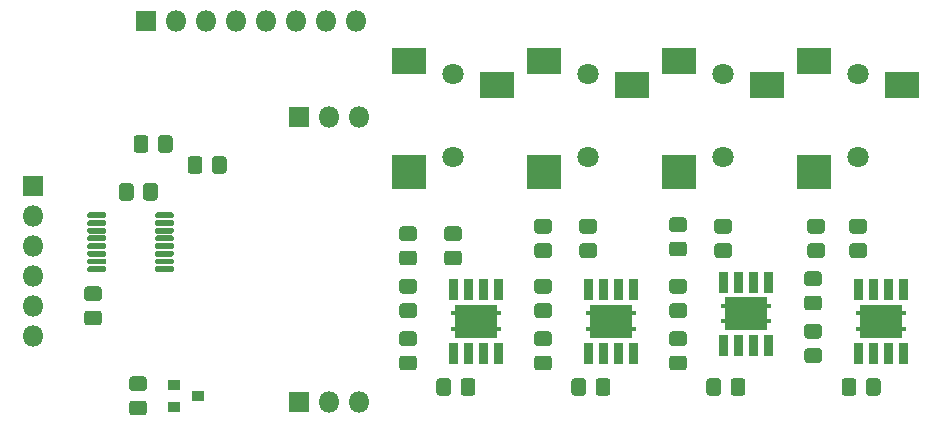
<source format=gbr>
%TF.GenerationSoftware,KiCad,Pcbnew,(5.1.6)-1*%
%TF.CreationDate,2020-09-27T21:03:48-07:00*%
%TF.ProjectId,piezodriver,7069657a-6f64-4726-9976-65722e6b6963,rev?*%
%TF.SameCoordinates,Original*%
%TF.FileFunction,Soldermask,Top*%
%TF.FilePolarity,Negative*%
%FSLAX46Y46*%
G04 Gerber Fmt 4.6, Leading zero omitted, Abs format (unit mm)*
G04 Created by KiCad (PCBNEW (5.1.6)-1) date 2020-09-27 21:03:48*
%MOMM*%
%LPD*%
G01*
G04 APERTURE LIST*
%ADD10C,0.010000*%
%ADD11R,1.000000X0.900000*%
%ADD12O,1.800000X1.800000*%
%ADD13R,1.800000X1.800000*%
%ADD14C,1.800000*%
%ADD15R,2.900000X2.900000*%
%ADD16R,2.900000X2.300000*%
%ADD17C,0.400000*%
G04 APERTURE END LIST*
D10*
%TO.C,U6*%
G36*
X244045000Y-81365000D02*
G01*
X244045000Y-78655000D01*
X247445000Y-78655000D01*
X247445000Y-81365000D01*
X244045000Y-81365000D01*
G37*
X244045000Y-81365000D02*
X244045000Y-78655000D01*
X247445000Y-78655000D01*
X247445000Y-81365000D01*
X244045000Y-81365000D01*
G36*
X244210000Y-81915000D02*
G01*
X244210000Y-83505000D01*
X244209931Y-83507617D01*
X244209726Y-83510226D01*
X244209384Y-83512822D01*
X244208907Y-83515396D01*
X244208296Y-83517941D01*
X244207553Y-83520451D01*
X244206679Y-83522918D01*
X244205677Y-83525337D01*
X244204550Y-83527700D01*
X244203301Y-83530000D01*
X244201934Y-83532232D01*
X244200451Y-83534389D01*
X244198857Y-83536466D01*
X244197157Y-83538457D01*
X244195355Y-83540355D01*
X244193457Y-83542157D01*
X244191466Y-83543857D01*
X244189389Y-83545451D01*
X244187232Y-83546934D01*
X244185000Y-83548301D01*
X244182700Y-83549550D01*
X244180337Y-83550677D01*
X244177918Y-83551679D01*
X244175451Y-83552553D01*
X244172941Y-83553296D01*
X244170396Y-83553907D01*
X244167822Y-83554384D01*
X244165226Y-83554726D01*
X244162617Y-83554931D01*
X244160000Y-83555000D01*
X243520000Y-83555000D01*
X243517383Y-83554931D01*
X243514774Y-83554726D01*
X243512178Y-83554384D01*
X243509604Y-83553907D01*
X243507059Y-83553296D01*
X243504549Y-83552553D01*
X243502082Y-83551679D01*
X243499663Y-83550677D01*
X243497300Y-83549550D01*
X243495000Y-83548301D01*
X243492768Y-83546934D01*
X243490611Y-83545451D01*
X243488534Y-83543857D01*
X243486543Y-83542157D01*
X243484645Y-83540355D01*
X243482843Y-83538457D01*
X243481143Y-83536466D01*
X243479549Y-83534389D01*
X243478066Y-83532232D01*
X243476699Y-83530000D01*
X243475450Y-83527700D01*
X243474323Y-83525337D01*
X243473321Y-83522918D01*
X243472447Y-83520451D01*
X243471704Y-83517941D01*
X243471093Y-83515396D01*
X243470616Y-83512822D01*
X243470274Y-83510226D01*
X243470069Y-83507617D01*
X243470000Y-83505000D01*
X243470000Y-81915000D01*
X243470069Y-81912383D01*
X243470274Y-81909774D01*
X243470616Y-81907178D01*
X243471093Y-81904604D01*
X243471704Y-81902059D01*
X243472447Y-81899549D01*
X243473321Y-81897082D01*
X243474323Y-81894663D01*
X243475450Y-81892300D01*
X243476699Y-81890000D01*
X243478066Y-81887768D01*
X243479549Y-81885611D01*
X243481143Y-81883534D01*
X243482843Y-81881543D01*
X243484645Y-81879645D01*
X243486543Y-81877843D01*
X243488534Y-81876143D01*
X243490611Y-81874549D01*
X243492768Y-81873066D01*
X243495000Y-81871699D01*
X243497300Y-81870450D01*
X243499663Y-81869323D01*
X243502082Y-81868321D01*
X243504549Y-81867447D01*
X243507059Y-81866704D01*
X243509604Y-81866093D01*
X243512178Y-81865616D01*
X243514774Y-81865274D01*
X243517383Y-81865069D01*
X243520000Y-81865000D01*
X244160000Y-81865000D01*
X244162617Y-81865069D01*
X244165226Y-81865274D01*
X244167822Y-81865616D01*
X244170396Y-81866093D01*
X244172941Y-81866704D01*
X244175451Y-81867447D01*
X244177918Y-81868321D01*
X244180337Y-81869323D01*
X244182700Y-81870450D01*
X244185000Y-81871699D01*
X244187232Y-81873066D01*
X244189389Y-81874549D01*
X244191466Y-81876143D01*
X244193457Y-81877843D01*
X244195355Y-81879645D01*
X244197157Y-81881543D01*
X244198857Y-81883534D01*
X244200451Y-81885611D01*
X244201934Y-81887768D01*
X244203301Y-81890000D01*
X244204550Y-81892300D01*
X244205677Y-81894663D01*
X244206679Y-81897082D01*
X244207553Y-81899549D01*
X244208296Y-81902059D01*
X244208907Y-81904604D01*
X244209384Y-81907178D01*
X244209726Y-81909774D01*
X244209931Y-81912383D01*
X244210000Y-81915000D01*
G37*
X244210000Y-81915000D02*
X244210000Y-83505000D01*
X244209931Y-83507617D01*
X244209726Y-83510226D01*
X244209384Y-83512822D01*
X244208907Y-83515396D01*
X244208296Y-83517941D01*
X244207553Y-83520451D01*
X244206679Y-83522918D01*
X244205677Y-83525337D01*
X244204550Y-83527700D01*
X244203301Y-83530000D01*
X244201934Y-83532232D01*
X244200451Y-83534389D01*
X244198857Y-83536466D01*
X244197157Y-83538457D01*
X244195355Y-83540355D01*
X244193457Y-83542157D01*
X244191466Y-83543857D01*
X244189389Y-83545451D01*
X244187232Y-83546934D01*
X244185000Y-83548301D01*
X244182700Y-83549550D01*
X244180337Y-83550677D01*
X244177918Y-83551679D01*
X244175451Y-83552553D01*
X244172941Y-83553296D01*
X244170396Y-83553907D01*
X244167822Y-83554384D01*
X244165226Y-83554726D01*
X244162617Y-83554931D01*
X244160000Y-83555000D01*
X243520000Y-83555000D01*
X243517383Y-83554931D01*
X243514774Y-83554726D01*
X243512178Y-83554384D01*
X243509604Y-83553907D01*
X243507059Y-83553296D01*
X243504549Y-83552553D01*
X243502082Y-83551679D01*
X243499663Y-83550677D01*
X243497300Y-83549550D01*
X243495000Y-83548301D01*
X243492768Y-83546934D01*
X243490611Y-83545451D01*
X243488534Y-83543857D01*
X243486543Y-83542157D01*
X243484645Y-83540355D01*
X243482843Y-83538457D01*
X243481143Y-83536466D01*
X243479549Y-83534389D01*
X243478066Y-83532232D01*
X243476699Y-83530000D01*
X243475450Y-83527700D01*
X243474323Y-83525337D01*
X243473321Y-83522918D01*
X243472447Y-83520451D01*
X243471704Y-83517941D01*
X243471093Y-83515396D01*
X243470616Y-83512822D01*
X243470274Y-83510226D01*
X243470069Y-83507617D01*
X243470000Y-83505000D01*
X243470000Y-81915000D01*
X243470069Y-81912383D01*
X243470274Y-81909774D01*
X243470616Y-81907178D01*
X243471093Y-81904604D01*
X243471704Y-81902059D01*
X243472447Y-81899549D01*
X243473321Y-81897082D01*
X243474323Y-81894663D01*
X243475450Y-81892300D01*
X243476699Y-81890000D01*
X243478066Y-81887768D01*
X243479549Y-81885611D01*
X243481143Y-81883534D01*
X243482843Y-81881543D01*
X243484645Y-81879645D01*
X243486543Y-81877843D01*
X243488534Y-81876143D01*
X243490611Y-81874549D01*
X243492768Y-81873066D01*
X243495000Y-81871699D01*
X243497300Y-81870450D01*
X243499663Y-81869323D01*
X243502082Y-81868321D01*
X243504549Y-81867447D01*
X243507059Y-81866704D01*
X243509604Y-81866093D01*
X243512178Y-81865616D01*
X243514774Y-81865274D01*
X243517383Y-81865069D01*
X243520000Y-81865000D01*
X244160000Y-81865000D01*
X244162617Y-81865069D01*
X244165226Y-81865274D01*
X244167822Y-81865616D01*
X244170396Y-81866093D01*
X244172941Y-81866704D01*
X244175451Y-81867447D01*
X244177918Y-81868321D01*
X244180337Y-81869323D01*
X244182700Y-81870450D01*
X244185000Y-81871699D01*
X244187232Y-81873066D01*
X244189389Y-81874549D01*
X244191466Y-81876143D01*
X244193457Y-81877843D01*
X244195355Y-81879645D01*
X244197157Y-81881543D01*
X244198857Y-81883534D01*
X244200451Y-81885611D01*
X244201934Y-81887768D01*
X244203301Y-81890000D01*
X244204550Y-81892300D01*
X244205677Y-81894663D01*
X244206679Y-81897082D01*
X244207553Y-81899549D01*
X244208296Y-81902059D01*
X244208907Y-81904604D01*
X244209384Y-81907178D01*
X244209726Y-81909774D01*
X244209931Y-81912383D01*
X244210000Y-81915000D01*
G36*
X245480000Y-81915000D02*
G01*
X245480000Y-83505000D01*
X245479931Y-83507617D01*
X245479726Y-83510226D01*
X245479384Y-83512822D01*
X245478907Y-83515396D01*
X245478296Y-83517941D01*
X245477553Y-83520451D01*
X245476679Y-83522918D01*
X245475677Y-83525337D01*
X245474550Y-83527700D01*
X245473301Y-83530000D01*
X245471934Y-83532232D01*
X245470451Y-83534389D01*
X245468857Y-83536466D01*
X245467157Y-83538457D01*
X245465355Y-83540355D01*
X245463457Y-83542157D01*
X245461466Y-83543857D01*
X245459389Y-83545451D01*
X245457232Y-83546934D01*
X245455000Y-83548301D01*
X245452700Y-83549550D01*
X245450337Y-83550677D01*
X245447918Y-83551679D01*
X245445451Y-83552553D01*
X245442941Y-83553296D01*
X245440396Y-83553907D01*
X245437822Y-83554384D01*
X245435226Y-83554726D01*
X245432617Y-83554931D01*
X245430000Y-83555000D01*
X244790000Y-83555000D01*
X244787383Y-83554931D01*
X244784774Y-83554726D01*
X244782178Y-83554384D01*
X244779604Y-83553907D01*
X244777059Y-83553296D01*
X244774549Y-83552553D01*
X244772082Y-83551679D01*
X244769663Y-83550677D01*
X244767300Y-83549550D01*
X244765000Y-83548301D01*
X244762768Y-83546934D01*
X244760611Y-83545451D01*
X244758534Y-83543857D01*
X244756543Y-83542157D01*
X244754645Y-83540355D01*
X244752843Y-83538457D01*
X244751143Y-83536466D01*
X244749549Y-83534389D01*
X244748066Y-83532232D01*
X244746699Y-83530000D01*
X244745450Y-83527700D01*
X244744323Y-83525337D01*
X244743321Y-83522918D01*
X244742447Y-83520451D01*
X244741704Y-83517941D01*
X244741093Y-83515396D01*
X244740616Y-83512822D01*
X244740274Y-83510226D01*
X244740069Y-83507617D01*
X244740000Y-83505000D01*
X244740000Y-81915000D01*
X244740069Y-81912383D01*
X244740274Y-81909774D01*
X244740616Y-81907178D01*
X244741093Y-81904604D01*
X244741704Y-81902059D01*
X244742447Y-81899549D01*
X244743321Y-81897082D01*
X244744323Y-81894663D01*
X244745450Y-81892300D01*
X244746699Y-81890000D01*
X244748066Y-81887768D01*
X244749549Y-81885611D01*
X244751143Y-81883534D01*
X244752843Y-81881543D01*
X244754645Y-81879645D01*
X244756543Y-81877843D01*
X244758534Y-81876143D01*
X244760611Y-81874549D01*
X244762768Y-81873066D01*
X244765000Y-81871699D01*
X244767300Y-81870450D01*
X244769663Y-81869323D01*
X244772082Y-81868321D01*
X244774549Y-81867447D01*
X244777059Y-81866704D01*
X244779604Y-81866093D01*
X244782178Y-81865616D01*
X244784774Y-81865274D01*
X244787383Y-81865069D01*
X244790000Y-81865000D01*
X245430000Y-81865000D01*
X245432617Y-81865069D01*
X245435226Y-81865274D01*
X245437822Y-81865616D01*
X245440396Y-81866093D01*
X245442941Y-81866704D01*
X245445451Y-81867447D01*
X245447918Y-81868321D01*
X245450337Y-81869323D01*
X245452700Y-81870450D01*
X245455000Y-81871699D01*
X245457232Y-81873066D01*
X245459389Y-81874549D01*
X245461466Y-81876143D01*
X245463457Y-81877843D01*
X245465355Y-81879645D01*
X245467157Y-81881543D01*
X245468857Y-81883534D01*
X245470451Y-81885611D01*
X245471934Y-81887768D01*
X245473301Y-81890000D01*
X245474550Y-81892300D01*
X245475677Y-81894663D01*
X245476679Y-81897082D01*
X245477553Y-81899549D01*
X245478296Y-81902059D01*
X245478907Y-81904604D01*
X245479384Y-81907178D01*
X245479726Y-81909774D01*
X245479931Y-81912383D01*
X245480000Y-81915000D01*
G37*
X245480000Y-81915000D02*
X245480000Y-83505000D01*
X245479931Y-83507617D01*
X245479726Y-83510226D01*
X245479384Y-83512822D01*
X245478907Y-83515396D01*
X245478296Y-83517941D01*
X245477553Y-83520451D01*
X245476679Y-83522918D01*
X245475677Y-83525337D01*
X245474550Y-83527700D01*
X245473301Y-83530000D01*
X245471934Y-83532232D01*
X245470451Y-83534389D01*
X245468857Y-83536466D01*
X245467157Y-83538457D01*
X245465355Y-83540355D01*
X245463457Y-83542157D01*
X245461466Y-83543857D01*
X245459389Y-83545451D01*
X245457232Y-83546934D01*
X245455000Y-83548301D01*
X245452700Y-83549550D01*
X245450337Y-83550677D01*
X245447918Y-83551679D01*
X245445451Y-83552553D01*
X245442941Y-83553296D01*
X245440396Y-83553907D01*
X245437822Y-83554384D01*
X245435226Y-83554726D01*
X245432617Y-83554931D01*
X245430000Y-83555000D01*
X244790000Y-83555000D01*
X244787383Y-83554931D01*
X244784774Y-83554726D01*
X244782178Y-83554384D01*
X244779604Y-83553907D01*
X244777059Y-83553296D01*
X244774549Y-83552553D01*
X244772082Y-83551679D01*
X244769663Y-83550677D01*
X244767300Y-83549550D01*
X244765000Y-83548301D01*
X244762768Y-83546934D01*
X244760611Y-83545451D01*
X244758534Y-83543857D01*
X244756543Y-83542157D01*
X244754645Y-83540355D01*
X244752843Y-83538457D01*
X244751143Y-83536466D01*
X244749549Y-83534389D01*
X244748066Y-83532232D01*
X244746699Y-83530000D01*
X244745450Y-83527700D01*
X244744323Y-83525337D01*
X244743321Y-83522918D01*
X244742447Y-83520451D01*
X244741704Y-83517941D01*
X244741093Y-83515396D01*
X244740616Y-83512822D01*
X244740274Y-83510226D01*
X244740069Y-83507617D01*
X244740000Y-83505000D01*
X244740000Y-81915000D01*
X244740069Y-81912383D01*
X244740274Y-81909774D01*
X244740616Y-81907178D01*
X244741093Y-81904604D01*
X244741704Y-81902059D01*
X244742447Y-81899549D01*
X244743321Y-81897082D01*
X244744323Y-81894663D01*
X244745450Y-81892300D01*
X244746699Y-81890000D01*
X244748066Y-81887768D01*
X244749549Y-81885611D01*
X244751143Y-81883534D01*
X244752843Y-81881543D01*
X244754645Y-81879645D01*
X244756543Y-81877843D01*
X244758534Y-81876143D01*
X244760611Y-81874549D01*
X244762768Y-81873066D01*
X244765000Y-81871699D01*
X244767300Y-81870450D01*
X244769663Y-81869323D01*
X244772082Y-81868321D01*
X244774549Y-81867447D01*
X244777059Y-81866704D01*
X244779604Y-81866093D01*
X244782178Y-81865616D01*
X244784774Y-81865274D01*
X244787383Y-81865069D01*
X244790000Y-81865000D01*
X245430000Y-81865000D01*
X245432617Y-81865069D01*
X245435226Y-81865274D01*
X245437822Y-81865616D01*
X245440396Y-81866093D01*
X245442941Y-81866704D01*
X245445451Y-81867447D01*
X245447918Y-81868321D01*
X245450337Y-81869323D01*
X245452700Y-81870450D01*
X245455000Y-81871699D01*
X245457232Y-81873066D01*
X245459389Y-81874549D01*
X245461466Y-81876143D01*
X245463457Y-81877843D01*
X245465355Y-81879645D01*
X245467157Y-81881543D01*
X245468857Y-81883534D01*
X245470451Y-81885611D01*
X245471934Y-81887768D01*
X245473301Y-81890000D01*
X245474550Y-81892300D01*
X245475677Y-81894663D01*
X245476679Y-81897082D01*
X245477553Y-81899549D01*
X245478296Y-81902059D01*
X245478907Y-81904604D01*
X245479384Y-81907178D01*
X245479726Y-81909774D01*
X245479931Y-81912383D01*
X245480000Y-81915000D01*
G36*
X246750000Y-81915000D02*
G01*
X246750000Y-83505000D01*
X246749931Y-83507617D01*
X246749726Y-83510226D01*
X246749384Y-83512822D01*
X246748907Y-83515396D01*
X246748296Y-83517941D01*
X246747553Y-83520451D01*
X246746679Y-83522918D01*
X246745677Y-83525337D01*
X246744550Y-83527700D01*
X246743301Y-83530000D01*
X246741934Y-83532232D01*
X246740451Y-83534389D01*
X246738857Y-83536466D01*
X246737157Y-83538457D01*
X246735355Y-83540355D01*
X246733457Y-83542157D01*
X246731466Y-83543857D01*
X246729389Y-83545451D01*
X246727232Y-83546934D01*
X246725000Y-83548301D01*
X246722700Y-83549550D01*
X246720337Y-83550677D01*
X246717918Y-83551679D01*
X246715451Y-83552553D01*
X246712941Y-83553296D01*
X246710396Y-83553907D01*
X246707822Y-83554384D01*
X246705226Y-83554726D01*
X246702617Y-83554931D01*
X246700000Y-83555000D01*
X246060000Y-83555000D01*
X246057383Y-83554931D01*
X246054774Y-83554726D01*
X246052178Y-83554384D01*
X246049604Y-83553907D01*
X246047059Y-83553296D01*
X246044549Y-83552553D01*
X246042082Y-83551679D01*
X246039663Y-83550677D01*
X246037300Y-83549550D01*
X246035000Y-83548301D01*
X246032768Y-83546934D01*
X246030611Y-83545451D01*
X246028534Y-83543857D01*
X246026543Y-83542157D01*
X246024645Y-83540355D01*
X246022843Y-83538457D01*
X246021143Y-83536466D01*
X246019549Y-83534389D01*
X246018066Y-83532232D01*
X246016699Y-83530000D01*
X246015450Y-83527700D01*
X246014323Y-83525337D01*
X246013321Y-83522918D01*
X246012447Y-83520451D01*
X246011704Y-83517941D01*
X246011093Y-83515396D01*
X246010616Y-83512822D01*
X246010274Y-83510226D01*
X246010069Y-83507617D01*
X246010000Y-83505000D01*
X246010000Y-81915000D01*
X246010069Y-81912383D01*
X246010274Y-81909774D01*
X246010616Y-81907178D01*
X246011093Y-81904604D01*
X246011704Y-81902059D01*
X246012447Y-81899549D01*
X246013321Y-81897082D01*
X246014323Y-81894663D01*
X246015450Y-81892300D01*
X246016699Y-81890000D01*
X246018066Y-81887768D01*
X246019549Y-81885611D01*
X246021143Y-81883534D01*
X246022843Y-81881543D01*
X246024645Y-81879645D01*
X246026543Y-81877843D01*
X246028534Y-81876143D01*
X246030611Y-81874549D01*
X246032768Y-81873066D01*
X246035000Y-81871699D01*
X246037300Y-81870450D01*
X246039663Y-81869323D01*
X246042082Y-81868321D01*
X246044549Y-81867447D01*
X246047059Y-81866704D01*
X246049604Y-81866093D01*
X246052178Y-81865616D01*
X246054774Y-81865274D01*
X246057383Y-81865069D01*
X246060000Y-81865000D01*
X246700000Y-81865000D01*
X246702617Y-81865069D01*
X246705226Y-81865274D01*
X246707822Y-81865616D01*
X246710396Y-81866093D01*
X246712941Y-81866704D01*
X246715451Y-81867447D01*
X246717918Y-81868321D01*
X246720337Y-81869323D01*
X246722700Y-81870450D01*
X246725000Y-81871699D01*
X246727232Y-81873066D01*
X246729389Y-81874549D01*
X246731466Y-81876143D01*
X246733457Y-81877843D01*
X246735355Y-81879645D01*
X246737157Y-81881543D01*
X246738857Y-81883534D01*
X246740451Y-81885611D01*
X246741934Y-81887768D01*
X246743301Y-81890000D01*
X246744550Y-81892300D01*
X246745677Y-81894663D01*
X246746679Y-81897082D01*
X246747553Y-81899549D01*
X246748296Y-81902059D01*
X246748907Y-81904604D01*
X246749384Y-81907178D01*
X246749726Y-81909774D01*
X246749931Y-81912383D01*
X246750000Y-81915000D01*
G37*
X246750000Y-81915000D02*
X246750000Y-83505000D01*
X246749931Y-83507617D01*
X246749726Y-83510226D01*
X246749384Y-83512822D01*
X246748907Y-83515396D01*
X246748296Y-83517941D01*
X246747553Y-83520451D01*
X246746679Y-83522918D01*
X246745677Y-83525337D01*
X246744550Y-83527700D01*
X246743301Y-83530000D01*
X246741934Y-83532232D01*
X246740451Y-83534389D01*
X246738857Y-83536466D01*
X246737157Y-83538457D01*
X246735355Y-83540355D01*
X246733457Y-83542157D01*
X246731466Y-83543857D01*
X246729389Y-83545451D01*
X246727232Y-83546934D01*
X246725000Y-83548301D01*
X246722700Y-83549550D01*
X246720337Y-83550677D01*
X246717918Y-83551679D01*
X246715451Y-83552553D01*
X246712941Y-83553296D01*
X246710396Y-83553907D01*
X246707822Y-83554384D01*
X246705226Y-83554726D01*
X246702617Y-83554931D01*
X246700000Y-83555000D01*
X246060000Y-83555000D01*
X246057383Y-83554931D01*
X246054774Y-83554726D01*
X246052178Y-83554384D01*
X246049604Y-83553907D01*
X246047059Y-83553296D01*
X246044549Y-83552553D01*
X246042082Y-83551679D01*
X246039663Y-83550677D01*
X246037300Y-83549550D01*
X246035000Y-83548301D01*
X246032768Y-83546934D01*
X246030611Y-83545451D01*
X246028534Y-83543857D01*
X246026543Y-83542157D01*
X246024645Y-83540355D01*
X246022843Y-83538457D01*
X246021143Y-83536466D01*
X246019549Y-83534389D01*
X246018066Y-83532232D01*
X246016699Y-83530000D01*
X246015450Y-83527700D01*
X246014323Y-83525337D01*
X246013321Y-83522918D01*
X246012447Y-83520451D01*
X246011704Y-83517941D01*
X246011093Y-83515396D01*
X246010616Y-83512822D01*
X246010274Y-83510226D01*
X246010069Y-83507617D01*
X246010000Y-83505000D01*
X246010000Y-81915000D01*
X246010069Y-81912383D01*
X246010274Y-81909774D01*
X246010616Y-81907178D01*
X246011093Y-81904604D01*
X246011704Y-81902059D01*
X246012447Y-81899549D01*
X246013321Y-81897082D01*
X246014323Y-81894663D01*
X246015450Y-81892300D01*
X246016699Y-81890000D01*
X246018066Y-81887768D01*
X246019549Y-81885611D01*
X246021143Y-81883534D01*
X246022843Y-81881543D01*
X246024645Y-81879645D01*
X246026543Y-81877843D01*
X246028534Y-81876143D01*
X246030611Y-81874549D01*
X246032768Y-81873066D01*
X246035000Y-81871699D01*
X246037300Y-81870450D01*
X246039663Y-81869323D01*
X246042082Y-81868321D01*
X246044549Y-81867447D01*
X246047059Y-81866704D01*
X246049604Y-81866093D01*
X246052178Y-81865616D01*
X246054774Y-81865274D01*
X246057383Y-81865069D01*
X246060000Y-81865000D01*
X246700000Y-81865000D01*
X246702617Y-81865069D01*
X246705226Y-81865274D01*
X246707822Y-81865616D01*
X246710396Y-81866093D01*
X246712941Y-81866704D01*
X246715451Y-81867447D01*
X246717918Y-81868321D01*
X246720337Y-81869323D01*
X246722700Y-81870450D01*
X246725000Y-81871699D01*
X246727232Y-81873066D01*
X246729389Y-81874549D01*
X246731466Y-81876143D01*
X246733457Y-81877843D01*
X246735355Y-81879645D01*
X246737157Y-81881543D01*
X246738857Y-81883534D01*
X246740451Y-81885611D01*
X246741934Y-81887768D01*
X246743301Y-81890000D01*
X246744550Y-81892300D01*
X246745677Y-81894663D01*
X246746679Y-81897082D01*
X246747553Y-81899549D01*
X246748296Y-81902059D01*
X246748907Y-81904604D01*
X246749384Y-81907178D01*
X246749726Y-81909774D01*
X246749931Y-81912383D01*
X246750000Y-81915000D01*
G36*
X248020000Y-81915000D02*
G01*
X248020000Y-83505000D01*
X248019931Y-83507617D01*
X248019726Y-83510226D01*
X248019384Y-83512822D01*
X248018907Y-83515396D01*
X248018296Y-83517941D01*
X248017553Y-83520451D01*
X248016679Y-83522918D01*
X248015677Y-83525337D01*
X248014550Y-83527700D01*
X248013301Y-83530000D01*
X248011934Y-83532232D01*
X248010451Y-83534389D01*
X248008857Y-83536466D01*
X248007157Y-83538457D01*
X248005355Y-83540355D01*
X248003457Y-83542157D01*
X248001466Y-83543857D01*
X247999389Y-83545451D01*
X247997232Y-83546934D01*
X247995000Y-83548301D01*
X247992700Y-83549550D01*
X247990337Y-83550677D01*
X247987918Y-83551679D01*
X247985451Y-83552553D01*
X247982941Y-83553296D01*
X247980396Y-83553907D01*
X247977822Y-83554384D01*
X247975226Y-83554726D01*
X247972617Y-83554931D01*
X247970000Y-83555000D01*
X247330000Y-83555000D01*
X247327383Y-83554931D01*
X247324774Y-83554726D01*
X247322178Y-83554384D01*
X247319604Y-83553907D01*
X247317059Y-83553296D01*
X247314549Y-83552553D01*
X247312082Y-83551679D01*
X247309663Y-83550677D01*
X247307300Y-83549550D01*
X247305000Y-83548301D01*
X247302768Y-83546934D01*
X247300611Y-83545451D01*
X247298534Y-83543857D01*
X247296543Y-83542157D01*
X247294645Y-83540355D01*
X247292843Y-83538457D01*
X247291143Y-83536466D01*
X247289549Y-83534389D01*
X247288066Y-83532232D01*
X247286699Y-83530000D01*
X247285450Y-83527700D01*
X247284323Y-83525337D01*
X247283321Y-83522918D01*
X247282447Y-83520451D01*
X247281704Y-83517941D01*
X247281093Y-83515396D01*
X247280616Y-83512822D01*
X247280274Y-83510226D01*
X247280069Y-83507617D01*
X247280000Y-83505000D01*
X247280000Y-81915000D01*
X247280069Y-81912383D01*
X247280274Y-81909774D01*
X247280616Y-81907178D01*
X247281093Y-81904604D01*
X247281704Y-81902059D01*
X247282447Y-81899549D01*
X247283321Y-81897082D01*
X247284323Y-81894663D01*
X247285450Y-81892300D01*
X247286699Y-81890000D01*
X247288066Y-81887768D01*
X247289549Y-81885611D01*
X247291143Y-81883534D01*
X247292843Y-81881543D01*
X247294645Y-81879645D01*
X247296543Y-81877843D01*
X247298534Y-81876143D01*
X247300611Y-81874549D01*
X247302768Y-81873066D01*
X247305000Y-81871699D01*
X247307300Y-81870450D01*
X247309663Y-81869323D01*
X247312082Y-81868321D01*
X247314549Y-81867447D01*
X247317059Y-81866704D01*
X247319604Y-81866093D01*
X247322178Y-81865616D01*
X247324774Y-81865274D01*
X247327383Y-81865069D01*
X247330000Y-81865000D01*
X247970000Y-81865000D01*
X247972617Y-81865069D01*
X247975226Y-81865274D01*
X247977822Y-81865616D01*
X247980396Y-81866093D01*
X247982941Y-81866704D01*
X247985451Y-81867447D01*
X247987918Y-81868321D01*
X247990337Y-81869323D01*
X247992700Y-81870450D01*
X247995000Y-81871699D01*
X247997232Y-81873066D01*
X247999389Y-81874549D01*
X248001466Y-81876143D01*
X248003457Y-81877843D01*
X248005355Y-81879645D01*
X248007157Y-81881543D01*
X248008857Y-81883534D01*
X248010451Y-81885611D01*
X248011934Y-81887768D01*
X248013301Y-81890000D01*
X248014550Y-81892300D01*
X248015677Y-81894663D01*
X248016679Y-81897082D01*
X248017553Y-81899549D01*
X248018296Y-81902059D01*
X248018907Y-81904604D01*
X248019384Y-81907178D01*
X248019726Y-81909774D01*
X248019931Y-81912383D01*
X248020000Y-81915000D01*
G37*
X248020000Y-81915000D02*
X248020000Y-83505000D01*
X248019931Y-83507617D01*
X248019726Y-83510226D01*
X248019384Y-83512822D01*
X248018907Y-83515396D01*
X248018296Y-83517941D01*
X248017553Y-83520451D01*
X248016679Y-83522918D01*
X248015677Y-83525337D01*
X248014550Y-83527700D01*
X248013301Y-83530000D01*
X248011934Y-83532232D01*
X248010451Y-83534389D01*
X248008857Y-83536466D01*
X248007157Y-83538457D01*
X248005355Y-83540355D01*
X248003457Y-83542157D01*
X248001466Y-83543857D01*
X247999389Y-83545451D01*
X247997232Y-83546934D01*
X247995000Y-83548301D01*
X247992700Y-83549550D01*
X247990337Y-83550677D01*
X247987918Y-83551679D01*
X247985451Y-83552553D01*
X247982941Y-83553296D01*
X247980396Y-83553907D01*
X247977822Y-83554384D01*
X247975226Y-83554726D01*
X247972617Y-83554931D01*
X247970000Y-83555000D01*
X247330000Y-83555000D01*
X247327383Y-83554931D01*
X247324774Y-83554726D01*
X247322178Y-83554384D01*
X247319604Y-83553907D01*
X247317059Y-83553296D01*
X247314549Y-83552553D01*
X247312082Y-83551679D01*
X247309663Y-83550677D01*
X247307300Y-83549550D01*
X247305000Y-83548301D01*
X247302768Y-83546934D01*
X247300611Y-83545451D01*
X247298534Y-83543857D01*
X247296543Y-83542157D01*
X247294645Y-83540355D01*
X247292843Y-83538457D01*
X247291143Y-83536466D01*
X247289549Y-83534389D01*
X247288066Y-83532232D01*
X247286699Y-83530000D01*
X247285450Y-83527700D01*
X247284323Y-83525337D01*
X247283321Y-83522918D01*
X247282447Y-83520451D01*
X247281704Y-83517941D01*
X247281093Y-83515396D01*
X247280616Y-83512822D01*
X247280274Y-83510226D01*
X247280069Y-83507617D01*
X247280000Y-83505000D01*
X247280000Y-81915000D01*
X247280069Y-81912383D01*
X247280274Y-81909774D01*
X247280616Y-81907178D01*
X247281093Y-81904604D01*
X247281704Y-81902059D01*
X247282447Y-81899549D01*
X247283321Y-81897082D01*
X247284323Y-81894663D01*
X247285450Y-81892300D01*
X247286699Y-81890000D01*
X247288066Y-81887768D01*
X247289549Y-81885611D01*
X247291143Y-81883534D01*
X247292843Y-81881543D01*
X247294645Y-81879645D01*
X247296543Y-81877843D01*
X247298534Y-81876143D01*
X247300611Y-81874549D01*
X247302768Y-81873066D01*
X247305000Y-81871699D01*
X247307300Y-81870450D01*
X247309663Y-81869323D01*
X247312082Y-81868321D01*
X247314549Y-81867447D01*
X247317059Y-81866704D01*
X247319604Y-81866093D01*
X247322178Y-81865616D01*
X247324774Y-81865274D01*
X247327383Y-81865069D01*
X247330000Y-81865000D01*
X247970000Y-81865000D01*
X247972617Y-81865069D01*
X247975226Y-81865274D01*
X247977822Y-81865616D01*
X247980396Y-81866093D01*
X247982941Y-81866704D01*
X247985451Y-81867447D01*
X247987918Y-81868321D01*
X247990337Y-81869323D01*
X247992700Y-81870450D01*
X247995000Y-81871699D01*
X247997232Y-81873066D01*
X247999389Y-81874549D01*
X248001466Y-81876143D01*
X248003457Y-81877843D01*
X248005355Y-81879645D01*
X248007157Y-81881543D01*
X248008857Y-81883534D01*
X248010451Y-81885611D01*
X248011934Y-81887768D01*
X248013301Y-81890000D01*
X248014550Y-81892300D01*
X248015677Y-81894663D01*
X248016679Y-81897082D01*
X248017553Y-81899549D01*
X248018296Y-81902059D01*
X248018907Y-81904604D01*
X248019384Y-81907178D01*
X248019726Y-81909774D01*
X248019931Y-81912383D01*
X248020000Y-81915000D01*
G36*
X244210000Y-76515000D02*
G01*
X244210000Y-78105000D01*
X244209931Y-78107617D01*
X244209726Y-78110226D01*
X244209384Y-78112822D01*
X244208907Y-78115396D01*
X244208296Y-78117941D01*
X244207553Y-78120451D01*
X244206679Y-78122918D01*
X244205677Y-78125337D01*
X244204550Y-78127700D01*
X244203301Y-78130000D01*
X244201934Y-78132232D01*
X244200451Y-78134389D01*
X244198857Y-78136466D01*
X244197157Y-78138457D01*
X244195355Y-78140355D01*
X244193457Y-78142157D01*
X244191466Y-78143857D01*
X244189389Y-78145451D01*
X244187232Y-78146934D01*
X244185000Y-78148301D01*
X244182700Y-78149550D01*
X244180337Y-78150677D01*
X244177918Y-78151679D01*
X244175451Y-78152553D01*
X244172941Y-78153296D01*
X244170396Y-78153907D01*
X244167822Y-78154384D01*
X244165226Y-78154726D01*
X244162617Y-78154931D01*
X244160000Y-78155000D01*
X243520000Y-78155000D01*
X243517383Y-78154931D01*
X243514774Y-78154726D01*
X243512178Y-78154384D01*
X243509604Y-78153907D01*
X243507059Y-78153296D01*
X243504549Y-78152553D01*
X243502082Y-78151679D01*
X243499663Y-78150677D01*
X243497300Y-78149550D01*
X243495000Y-78148301D01*
X243492768Y-78146934D01*
X243490611Y-78145451D01*
X243488534Y-78143857D01*
X243486543Y-78142157D01*
X243484645Y-78140355D01*
X243482843Y-78138457D01*
X243481143Y-78136466D01*
X243479549Y-78134389D01*
X243478066Y-78132232D01*
X243476699Y-78130000D01*
X243475450Y-78127700D01*
X243474323Y-78125337D01*
X243473321Y-78122918D01*
X243472447Y-78120451D01*
X243471704Y-78117941D01*
X243471093Y-78115396D01*
X243470616Y-78112822D01*
X243470274Y-78110226D01*
X243470069Y-78107617D01*
X243470000Y-78105000D01*
X243470000Y-76515000D01*
X243470069Y-76512383D01*
X243470274Y-76509774D01*
X243470616Y-76507178D01*
X243471093Y-76504604D01*
X243471704Y-76502059D01*
X243472447Y-76499549D01*
X243473321Y-76497082D01*
X243474323Y-76494663D01*
X243475450Y-76492300D01*
X243476699Y-76490000D01*
X243478066Y-76487768D01*
X243479549Y-76485611D01*
X243481143Y-76483534D01*
X243482843Y-76481543D01*
X243484645Y-76479645D01*
X243486543Y-76477843D01*
X243488534Y-76476143D01*
X243490611Y-76474549D01*
X243492768Y-76473066D01*
X243495000Y-76471699D01*
X243497300Y-76470450D01*
X243499663Y-76469323D01*
X243502082Y-76468321D01*
X243504549Y-76467447D01*
X243507059Y-76466704D01*
X243509604Y-76466093D01*
X243512178Y-76465616D01*
X243514774Y-76465274D01*
X243517383Y-76465069D01*
X243520000Y-76465000D01*
X244160000Y-76465000D01*
X244162617Y-76465069D01*
X244165226Y-76465274D01*
X244167822Y-76465616D01*
X244170396Y-76466093D01*
X244172941Y-76466704D01*
X244175451Y-76467447D01*
X244177918Y-76468321D01*
X244180337Y-76469323D01*
X244182700Y-76470450D01*
X244185000Y-76471699D01*
X244187232Y-76473066D01*
X244189389Y-76474549D01*
X244191466Y-76476143D01*
X244193457Y-76477843D01*
X244195355Y-76479645D01*
X244197157Y-76481543D01*
X244198857Y-76483534D01*
X244200451Y-76485611D01*
X244201934Y-76487768D01*
X244203301Y-76490000D01*
X244204550Y-76492300D01*
X244205677Y-76494663D01*
X244206679Y-76497082D01*
X244207553Y-76499549D01*
X244208296Y-76502059D01*
X244208907Y-76504604D01*
X244209384Y-76507178D01*
X244209726Y-76509774D01*
X244209931Y-76512383D01*
X244210000Y-76515000D01*
G37*
X244210000Y-76515000D02*
X244210000Y-78105000D01*
X244209931Y-78107617D01*
X244209726Y-78110226D01*
X244209384Y-78112822D01*
X244208907Y-78115396D01*
X244208296Y-78117941D01*
X244207553Y-78120451D01*
X244206679Y-78122918D01*
X244205677Y-78125337D01*
X244204550Y-78127700D01*
X244203301Y-78130000D01*
X244201934Y-78132232D01*
X244200451Y-78134389D01*
X244198857Y-78136466D01*
X244197157Y-78138457D01*
X244195355Y-78140355D01*
X244193457Y-78142157D01*
X244191466Y-78143857D01*
X244189389Y-78145451D01*
X244187232Y-78146934D01*
X244185000Y-78148301D01*
X244182700Y-78149550D01*
X244180337Y-78150677D01*
X244177918Y-78151679D01*
X244175451Y-78152553D01*
X244172941Y-78153296D01*
X244170396Y-78153907D01*
X244167822Y-78154384D01*
X244165226Y-78154726D01*
X244162617Y-78154931D01*
X244160000Y-78155000D01*
X243520000Y-78155000D01*
X243517383Y-78154931D01*
X243514774Y-78154726D01*
X243512178Y-78154384D01*
X243509604Y-78153907D01*
X243507059Y-78153296D01*
X243504549Y-78152553D01*
X243502082Y-78151679D01*
X243499663Y-78150677D01*
X243497300Y-78149550D01*
X243495000Y-78148301D01*
X243492768Y-78146934D01*
X243490611Y-78145451D01*
X243488534Y-78143857D01*
X243486543Y-78142157D01*
X243484645Y-78140355D01*
X243482843Y-78138457D01*
X243481143Y-78136466D01*
X243479549Y-78134389D01*
X243478066Y-78132232D01*
X243476699Y-78130000D01*
X243475450Y-78127700D01*
X243474323Y-78125337D01*
X243473321Y-78122918D01*
X243472447Y-78120451D01*
X243471704Y-78117941D01*
X243471093Y-78115396D01*
X243470616Y-78112822D01*
X243470274Y-78110226D01*
X243470069Y-78107617D01*
X243470000Y-78105000D01*
X243470000Y-76515000D01*
X243470069Y-76512383D01*
X243470274Y-76509774D01*
X243470616Y-76507178D01*
X243471093Y-76504604D01*
X243471704Y-76502059D01*
X243472447Y-76499549D01*
X243473321Y-76497082D01*
X243474323Y-76494663D01*
X243475450Y-76492300D01*
X243476699Y-76490000D01*
X243478066Y-76487768D01*
X243479549Y-76485611D01*
X243481143Y-76483534D01*
X243482843Y-76481543D01*
X243484645Y-76479645D01*
X243486543Y-76477843D01*
X243488534Y-76476143D01*
X243490611Y-76474549D01*
X243492768Y-76473066D01*
X243495000Y-76471699D01*
X243497300Y-76470450D01*
X243499663Y-76469323D01*
X243502082Y-76468321D01*
X243504549Y-76467447D01*
X243507059Y-76466704D01*
X243509604Y-76466093D01*
X243512178Y-76465616D01*
X243514774Y-76465274D01*
X243517383Y-76465069D01*
X243520000Y-76465000D01*
X244160000Y-76465000D01*
X244162617Y-76465069D01*
X244165226Y-76465274D01*
X244167822Y-76465616D01*
X244170396Y-76466093D01*
X244172941Y-76466704D01*
X244175451Y-76467447D01*
X244177918Y-76468321D01*
X244180337Y-76469323D01*
X244182700Y-76470450D01*
X244185000Y-76471699D01*
X244187232Y-76473066D01*
X244189389Y-76474549D01*
X244191466Y-76476143D01*
X244193457Y-76477843D01*
X244195355Y-76479645D01*
X244197157Y-76481543D01*
X244198857Y-76483534D01*
X244200451Y-76485611D01*
X244201934Y-76487768D01*
X244203301Y-76490000D01*
X244204550Y-76492300D01*
X244205677Y-76494663D01*
X244206679Y-76497082D01*
X244207553Y-76499549D01*
X244208296Y-76502059D01*
X244208907Y-76504604D01*
X244209384Y-76507178D01*
X244209726Y-76509774D01*
X244209931Y-76512383D01*
X244210000Y-76515000D01*
G36*
X245480000Y-76515000D02*
G01*
X245480000Y-78105000D01*
X245479931Y-78107617D01*
X245479726Y-78110226D01*
X245479384Y-78112822D01*
X245478907Y-78115396D01*
X245478296Y-78117941D01*
X245477553Y-78120451D01*
X245476679Y-78122918D01*
X245475677Y-78125337D01*
X245474550Y-78127700D01*
X245473301Y-78130000D01*
X245471934Y-78132232D01*
X245470451Y-78134389D01*
X245468857Y-78136466D01*
X245467157Y-78138457D01*
X245465355Y-78140355D01*
X245463457Y-78142157D01*
X245461466Y-78143857D01*
X245459389Y-78145451D01*
X245457232Y-78146934D01*
X245455000Y-78148301D01*
X245452700Y-78149550D01*
X245450337Y-78150677D01*
X245447918Y-78151679D01*
X245445451Y-78152553D01*
X245442941Y-78153296D01*
X245440396Y-78153907D01*
X245437822Y-78154384D01*
X245435226Y-78154726D01*
X245432617Y-78154931D01*
X245430000Y-78155000D01*
X244790000Y-78155000D01*
X244787383Y-78154931D01*
X244784774Y-78154726D01*
X244782178Y-78154384D01*
X244779604Y-78153907D01*
X244777059Y-78153296D01*
X244774549Y-78152553D01*
X244772082Y-78151679D01*
X244769663Y-78150677D01*
X244767300Y-78149550D01*
X244765000Y-78148301D01*
X244762768Y-78146934D01*
X244760611Y-78145451D01*
X244758534Y-78143857D01*
X244756543Y-78142157D01*
X244754645Y-78140355D01*
X244752843Y-78138457D01*
X244751143Y-78136466D01*
X244749549Y-78134389D01*
X244748066Y-78132232D01*
X244746699Y-78130000D01*
X244745450Y-78127700D01*
X244744323Y-78125337D01*
X244743321Y-78122918D01*
X244742447Y-78120451D01*
X244741704Y-78117941D01*
X244741093Y-78115396D01*
X244740616Y-78112822D01*
X244740274Y-78110226D01*
X244740069Y-78107617D01*
X244740000Y-78105000D01*
X244740000Y-76515000D01*
X244740069Y-76512383D01*
X244740274Y-76509774D01*
X244740616Y-76507178D01*
X244741093Y-76504604D01*
X244741704Y-76502059D01*
X244742447Y-76499549D01*
X244743321Y-76497082D01*
X244744323Y-76494663D01*
X244745450Y-76492300D01*
X244746699Y-76490000D01*
X244748066Y-76487768D01*
X244749549Y-76485611D01*
X244751143Y-76483534D01*
X244752843Y-76481543D01*
X244754645Y-76479645D01*
X244756543Y-76477843D01*
X244758534Y-76476143D01*
X244760611Y-76474549D01*
X244762768Y-76473066D01*
X244765000Y-76471699D01*
X244767300Y-76470450D01*
X244769663Y-76469323D01*
X244772082Y-76468321D01*
X244774549Y-76467447D01*
X244777059Y-76466704D01*
X244779604Y-76466093D01*
X244782178Y-76465616D01*
X244784774Y-76465274D01*
X244787383Y-76465069D01*
X244790000Y-76465000D01*
X245430000Y-76465000D01*
X245432617Y-76465069D01*
X245435226Y-76465274D01*
X245437822Y-76465616D01*
X245440396Y-76466093D01*
X245442941Y-76466704D01*
X245445451Y-76467447D01*
X245447918Y-76468321D01*
X245450337Y-76469323D01*
X245452700Y-76470450D01*
X245455000Y-76471699D01*
X245457232Y-76473066D01*
X245459389Y-76474549D01*
X245461466Y-76476143D01*
X245463457Y-76477843D01*
X245465355Y-76479645D01*
X245467157Y-76481543D01*
X245468857Y-76483534D01*
X245470451Y-76485611D01*
X245471934Y-76487768D01*
X245473301Y-76490000D01*
X245474550Y-76492300D01*
X245475677Y-76494663D01*
X245476679Y-76497082D01*
X245477553Y-76499549D01*
X245478296Y-76502059D01*
X245478907Y-76504604D01*
X245479384Y-76507178D01*
X245479726Y-76509774D01*
X245479931Y-76512383D01*
X245480000Y-76515000D01*
G37*
X245480000Y-76515000D02*
X245480000Y-78105000D01*
X245479931Y-78107617D01*
X245479726Y-78110226D01*
X245479384Y-78112822D01*
X245478907Y-78115396D01*
X245478296Y-78117941D01*
X245477553Y-78120451D01*
X245476679Y-78122918D01*
X245475677Y-78125337D01*
X245474550Y-78127700D01*
X245473301Y-78130000D01*
X245471934Y-78132232D01*
X245470451Y-78134389D01*
X245468857Y-78136466D01*
X245467157Y-78138457D01*
X245465355Y-78140355D01*
X245463457Y-78142157D01*
X245461466Y-78143857D01*
X245459389Y-78145451D01*
X245457232Y-78146934D01*
X245455000Y-78148301D01*
X245452700Y-78149550D01*
X245450337Y-78150677D01*
X245447918Y-78151679D01*
X245445451Y-78152553D01*
X245442941Y-78153296D01*
X245440396Y-78153907D01*
X245437822Y-78154384D01*
X245435226Y-78154726D01*
X245432617Y-78154931D01*
X245430000Y-78155000D01*
X244790000Y-78155000D01*
X244787383Y-78154931D01*
X244784774Y-78154726D01*
X244782178Y-78154384D01*
X244779604Y-78153907D01*
X244777059Y-78153296D01*
X244774549Y-78152553D01*
X244772082Y-78151679D01*
X244769663Y-78150677D01*
X244767300Y-78149550D01*
X244765000Y-78148301D01*
X244762768Y-78146934D01*
X244760611Y-78145451D01*
X244758534Y-78143857D01*
X244756543Y-78142157D01*
X244754645Y-78140355D01*
X244752843Y-78138457D01*
X244751143Y-78136466D01*
X244749549Y-78134389D01*
X244748066Y-78132232D01*
X244746699Y-78130000D01*
X244745450Y-78127700D01*
X244744323Y-78125337D01*
X244743321Y-78122918D01*
X244742447Y-78120451D01*
X244741704Y-78117941D01*
X244741093Y-78115396D01*
X244740616Y-78112822D01*
X244740274Y-78110226D01*
X244740069Y-78107617D01*
X244740000Y-78105000D01*
X244740000Y-76515000D01*
X244740069Y-76512383D01*
X244740274Y-76509774D01*
X244740616Y-76507178D01*
X244741093Y-76504604D01*
X244741704Y-76502059D01*
X244742447Y-76499549D01*
X244743321Y-76497082D01*
X244744323Y-76494663D01*
X244745450Y-76492300D01*
X244746699Y-76490000D01*
X244748066Y-76487768D01*
X244749549Y-76485611D01*
X244751143Y-76483534D01*
X244752843Y-76481543D01*
X244754645Y-76479645D01*
X244756543Y-76477843D01*
X244758534Y-76476143D01*
X244760611Y-76474549D01*
X244762768Y-76473066D01*
X244765000Y-76471699D01*
X244767300Y-76470450D01*
X244769663Y-76469323D01*
X244772082Y-76468321D01*
X244774549Y-76467447D01*
X244777059Y-76466704D01*
X244779604Y-76466093D01*
X244782178Y-76465616D01*
X244784774Y-76465274D01*
X244787383Y-76465069D01*
X244790000Y-76465000D01*
X245430000Y-76465000D01*
X245432617Y-76465069D01*
X245435226Y-76465274D01*
X245437822Y-76465616D01*
X245440396Y-76466093D01*
X245442941Y-76466704D01*
X245445451Y-76467447D01*
X245447918Y-76468321D01*
X245450337Y-76469323D01*
X245452700Y-76470450D01*
X245455000Y-76471699D01*
X245457232Y-76473066D01*
X245459389Y-76474549D01*
X245461466Y-76476143D01*
X245463457Y-76477843D01*
X245465355Y-76479645D01*
X245467157Y-76481543D01*
X245468857Y-76483534D01*
X245470451Y-76485611D01*
X245471934Y-76487768D01*
X245473301Y-76490000D01*
X245474550Y-76492300D01*
X245475677Y-76494663D01*
X245476679Y-76497082D01*
X245477553Y-76499549D01*
X245478296Y-76502059D01*
X245478907Y-76504604D01*
X245479384Y-76507178D01*
X245479726Y-76509774D01*
X245479931Y-76512383D01*
X245480000Y-76515000D01*
G36*
X246750000Y-76515000D02*
G01*
X246750000Y-78105000D01*
X246749931Y-78107617D01*
X246749726Y-78110226D01*
X246749384Y-78112822D01*
X246748907Y-78115396D01*
X246748296Y-78117941D01*
X246747553Y-78120451D01*
X246746679Y-78122918D01*
X246745677Y-78125337D01*
X246744550Y-78127700D01*
X246743301Y-78130000D01*
X246741934Y-78132232D01*
X246740451Y-78134389D01*
X246738857Y-78136466D01*
X246737157Y-78138457D01*
X246735355Y-78140355D01*
X246733457Y-78142157D01*
X246731466Y-78143857D01*
X246729389Y-78145451D01*
X246727232Y-78146934D01*
X246725000Y-78148301D01*
X246722700Y-78149550D01*
X246720337Y-78150677D01*
X246717918Y-78151679D01*
X246715451Y-78152553D01*
X246712941Y-78153296D01*
X246710396Y-78153907D01*
X246707822Y-78154384D01*
X246705226Y-78154726D01*
X246702617Y-78154931D01*
X246700000Y-78155000D01*
X246060000Y-78155000D01*
X246057383Y-78154931D01*
X246054774Y-78154726D01*
X246052178Y-78154384D01*
X246049604Y-78153907D01*
X246047059Y-78153296D01*
X246044549Y-78152553D01*
X246042082Y-78151679D01*
X246039663Y-78150677D01*
X246037300Y-78149550D01*
X246035000Y-78148301D01*
X246032768Y-78146934D01*
X246030611Y-78145451D01*
X246028534Y-78143857D01*
X246026543Y-78142157D01*
X246024645Y-78140355D01*
X246022843Y-78138457D01*
X246021143Y-78136466D01*
X246019549Y-78134389D01*
X246018066Y-78132232D01*
X246016699Y-78130000D01*
X246015450Y-78127700D01*
X246014323Y-78125337D01*
X246013321Y-78122918D01*
X246012447Y-78120451D01*
X246011704Y-78117941D01*
X246011093Y-78115396D01*
X246010616Y-78112822D01*
X246010274Y-78110226D01*
X246010069Y-78107617D01*
X246010000Y-78105000D01*
X246010000Y-76515000D01*
X246010069Y-76512383D01*
X246010274Y-76509774D01*
X246010616Y-76507178D01*
X246011093Y-76504604D01*
X246011704Y-76502059D01*
X246012447Y-76499549D01*
X246013321Y-76497082D01*
X246014323Y-76494663D01*
X246015450Y-76492300D01*
X246016699Y-76490000D01*
X246018066Y-76487768D01*
X246019549Y-76485611D01*
X246021143Y-76483534D01*
X246022843Y-76481543D01*
X246024645Y-76479645D01*
X246026543Y-76477843D01*
X246028534Y-76476143D01*
X246030611Y-76474549D01*
X246032768Y-76473066D01*
X246035000Y-76471699D01*
X246037300Y-76470450D01*
X246039663Y-76469323D01*
X246042082Y-76468321D01*
X246044549Y-76467447D01*
X246047059Y-76466704D01*
X246049604Y-76466093D01*
X246052178Y-76465616D01*
X246054774Y-76465274D01*
X246057383Y-76465069D01*
X246060000Y-76465000D01*
X246700000Y-76465000D01*
X246702617Y-76465069D01*
X246705226Y-76465274D01*
X246707822Y-76465616D01*
X246710396Y-76466093D01*
X246712941Y-76466704D01*
X246715451Y-76467447D01*
X246717918Y-76468321D01*
X246720337Y-76469323D01*
X246722700Y-76470450D01*
X246725000Y-76471699D01*
X246727232Y-76473066D01*
X246729389Y-76474549D01*
X246731466Y-76476143D01*
X246733457Y-76477843D01*
X246735355Y-76479645D01*
X246737157Y-76481543D01*
X246738857Y-76483534D01*
X246740451Y-76485611D01*
X246741934Y-76487768D01*
X246743301Y-76490000D01*
X246744550Y-76492300D01*
X246745677Y-76494663D01*
X246746679Y-76497082D01*
X246747553Y-76499549D01*
X246748296Y-76502059D01*
X246748907Y-76504604D01*
X246749384Y-76507178D01*
X246749726Y-76509774D01*
X246749931Y-76512383D01*
X246750000Y-76515000D01*
G37*
X246750000Y-76515000D02*
X246750000Y-78105000D01*
X246749931Y-78107617D01*
X246749726Y-78110226D01*
X246749384Y-78112822D01*
X246748907Y-78115396D01*
X246748296Y-78117941D01*
X246747553Y-78120451D01*
X246746679Y-78122918D01*
X246745677Y-78125337D01*
X246744550Y-78127700D01*
X246743301Y-78130000D01*
X246741934Y-78132232D01*
X246740451Y-78134389D01*
X246738857Y-78136466D01*
X246737157Y-78138457D01*
X246735355Y-78140355D01*
X246733457Y-78142157D01*
X246731466Y-78143857D01*
X246729389Y-78145451D01*
X246727232Y-78146934D01*
X246725000Y-78148301D01*
X246722700Y-78149550D01*
X246720337Y-78150677D01*
X246717918Y-78151679D01*
X246715451Y-78152553D01*
X246712941Y-78153296D01*
X246710396Y-78153907D01*
X246707822Y-78154384D01*
X246705226Y-78154726D01*
X246702617Y-78154931D01*
X246700000Y-78155000D01*
X246060000Y-78155000D01*
X246057383Y-78154931D01*
X246054774Y-78154726D01*
X246052178Y-78154384D01*
X246049604Y-78153907D01*
X246047059Y-78153296D01*
X246044549Y-78152553D01*
X246042082Y-78151679D01*
X246039663Y-78150677D01*
X246037300Y-78149550D01*
X246035000Y-78148301D01*
X246032768Y-78146934D01*
X246030611Y-78145451D01*
X246028534Y-78143857D01*
X246026543Y-78142157D01*
X246024645Y-78140355D01*
X246022843Y-78138457D01*
X246021143Y-78136466D01*
X246019549Y-78134389D01*
X246018066Y-78132232D01*
X246016699Y-78130000D01*
X246015450Y-78127700D01*
X246014323Y-78125337D01*
X246013321Y-78122918D01*
X246012447Y-78120451D01*
X246011704Y-78117941D01*
X246011093Y-78115396D01*
X246010616Y-78112822D01*
X246010274Y-78110226D01*
X246010069Y-78107617D01*
X246010000Y-78105000D01*
X246010000Y-76515000D01*
X246010069Y-76512383D01*
X246010274Y-76509774D01*
X246010616Y-76507178D01*
X246011093Y-76504604D01*
X246011704Y-76502059D01*
X246012447Y-76499549D01*
X246013321Y-76497082D01*
X246014323Y-76494663D01*
X246015450Y-76492300D01*
X246016699Y-76490000D01*
X246018066Y-76487768D01*
X246019549Y-76485611D01*
X246021143Y-76483534D01*
X246022843Y-76481543D01*
X246024645Y-76479645D01*
X246026543Y-76477843D01*
X246028534Y-76476143D01*
X246030611Y-76474549D01*
X246032768Y-76473066D01*
X246035000Y-76471699D01*
X246037300Y-76470450D01*
X246039663Y-76469323D01*
X246042082Y-76468321D01*
X246044549Y-76467447D01*
X246047059Y-76466704D01*
X246049604Y-76466093D01*
X246052178Y-76465616D01*
X246054774Y-76465274D01*
X246057383Y-76465069D01*
X246060000Y-76465000D01*
X246700000Y-76465000D01*
X246702617Y-76465069D01*
X246705226Y-76465274D01*
X246707822Y-76465616D01*
X246710396Y-76466093D01*
X246712941Y-76466704D01*
X246715451Y-76467447D01*
X246717918Y-76468321D01*
X246720337Y-76469323D01*
X246722700Y-76470450D01*
X246725000Y-76471699D01*
X246727232Y-76473066D01*
X246729389Y-76474549D01*
X246731466Y-76476143D01*
X246733457Y-76477843D01*
X246735355Y-76479645D01*
X246737157Y-76481543D01*
X246738857Y-76483534D01*
X246740451Y-76485611D01*
X246741934Y-76487768D01*
X246743301Y-76490000D01*
X246744550Y-76492300D01*
X246745677Y-76494663D01*
X246746679Y-76497082D01*
X246747553Y-76499549D01*
X246748296Y-76502059D01*
X246748907Y-76504604D01*
X246749384Y-76507178D01*
X246749726Y-76509774D01*
X246749931Y-76512383D01*
X246750000Y-76515000D01*
G36*
X248020000Y-76515000D02*
G01*
X248020000Y-78105000D01*
X248019931Y-78107617D01*
X248019726Y-78110226D01*
X248019384Y-78112822D01*
X248018907Y-78115396D01*
X248018296Y-78117941D01*
X248017553Y-78120451D01*
X248016679Y-78122918D01*
X248015677Y-78125337D01*
X248014550Y-78127700D01*
X248013301Y-78130000D01*
X248011934Y-78132232D01*
X248010451Y-78134389D01*
X248008857Y-78136466D01*
X248007157Y-78138457D01*
X248005355Y-78140355D01*
X248003457Y-78142157D01*
X248001466Y-78143857D01*
X247999389Y-78145451D01*
X247997232Y-78146934D01*
X247995000Y-78148301D01*
X247992700Y-78149550D01*
X247990337Y-78150677D01*
X247987918Y-78151679D01*
X247985451Y-78152553D01*
X247982941Y-78153296D01*
X247980396Y-78153907D01*
X247977822Y-78154384D01*
X247975226Y-78154726D01*
X247972617Y-78154931D01*
X247970000Y-78155000D01*
X247330000Y-78155000D01*
X247327383Y-78154931D01*
X247324774Y-78154726D01*
X247322178Y-78154384D01*
X247319604Y-78153907D01*
X247317059Y-78153296D01*
X247314549Y-78152553D01*
X247312082Y-78151679D01*
X247309663Y-78150677D01*
X247307300Y-78149550D01*
X247305000Y-78148301D01*
X247302768Y-78146934D01*
X247300611Y-78145451D01*
X247298534Y-78143857D01*
X247296543Y-78142157D01*
X247294645Y-78140355D01*
X247292843Y-78138457D01*
X247291143Y-78136466D01*
X247289549Y-78134389D01*
X247288066Y-78132232D01*
X247286699Y-78130000D01*
X247285450Y-78127700D01*
X247284323Y-78125337D01*
X247283321Y-78122918D01*
X247282447Y-78120451D01*
X247281704Y-78117941D01*
X247281093Y-78115396D01*
X247280616Y-78112822D01*
X247280274Y-78110226D01*
X247280069Y-78107617D01*
X247280000Y-78105000D01*
X247280000Y-76515000D01*
X247280069Y-76512383D01*
X247280274Y-76509774D01*
X247280616Y-76507178D01*
X247281093Y-76504604D01*
X247281704Y-76502059D01*
X247282447Y-76499549D01*
X247283321Y-76497082D01*
X247284323Y-76494663D01*
X247285450Y-76492300D01*
X247286699Y-76490000D01*
X247288066Y-76487768D01*
X247289549Y-76485611D01*
X247291143Y-76483534D01*
X247292843Y-76481543D01*
X247294645Y-76479645D01*
X247296543Y-76477843D01*
X247298534Y-76476143D01*
X247300611Y-76474549D01*
X247302768Y-76473066D01*
X247305000Y-76471699D01*
X247307300Y-76470450D01*
X247309663Y-76469323D01*
X247312082Y-76468321D01*
X247314549Y-76467447D01*
X247317059Y-76466704D01*
X247319604Y-76466093D01*
X247322178Y-76465616D01*
X247324774Y-76465274D01*
X247327383Y-76465069D01*
X247330000Y-76465000D01*
X247970000Y-76465000D01*
X247972617Y-76465069D01*
X247975226Y-76465274D01*
X247977822Y-76465616D01*
X247980396Y-76466093D01*
X247982941Y-76466704D01*
X247985451Y-76467447D01*
X247987918Y-76468321D01*
X247990337Y-76469323D01*
X247992700Y-76470450D01*
X247995000Y-76471699D01*
X247997232Y-76473066D01*
X247999389Y-76474549D01*
X248001466Y-76476143D01*
X248003457Y-76477843D01*
X248005355Y-76479645D01*
X248007157Y-76481543D01*
X248008857Y-76483534D01*
X248010451Y-76485611D01*
X248011934Y-76487768D01*
X248013301Y-76490000D01*
X248014550Y-76492300D01*
X248015677Y-76494663D01*
X248016679Y-76497082D01*
X248017553Y-76499549D01*
X248018296Y-76502059D01*
X248018907Y-76504604D01*
X248019384Y-76507178D01*
X248019726Y-76509774D01*
X248019931Y-76512383D01*
X248020000Y-76515000D01*
G37*
X248020000Y-76515000D02*
X248020000Y-78105000D01*
X248019931Y-78107617D01*
X248019726Y-78110226D01*
X248019384Y-78112822D01*
X248018907Y-78115396D01*
X248018296Y-78117941D01*
X248017553Y-78120451D01*
X248016679Y-78122918D01*
X248015677Y-78125337D01*
X248014550Y-78127700D01*
X248013301Y-78130000D01*
X248011934Y-78132232D01*
X248010451Y-78134389D01*
X248008857Y-78136466D01*
X248007157Y-78138457D01*
X248005355Y-78140355D01*
X248003457Y-78142157D01*
X248001466Y-78143857D01*
X247999389Y-78145451D01*
X247997232Y-78146934D01*
X247995000Y-78148301D01*
X247992700Y-78149550D01*
X247990337Y-78150677D01*
X247987918Y-78151679D01*
X247985451Y-78152553D01*
X247982941Y-78153296D01*
X247980396Y-78153907D01*
X247977822Y-78154384D01*
X247975226Y-78154726D01*
X247972617Y-78154931D01*
X247970000Y-78155000D01*
X247330000Y-78155000D01*
X247327383Y-78154931D01*
X247324774Y-78154726D01*
X247322178Y-78154384D01*
X247319604Y-78153907D01*
X247317059Y-78153296D01*
X247314549Y-78152553D01*
X247312082Y-78151679D01*
X247309663Y-78150677D01*
X247307300Y-78149550D01*
X247305000Y-78148301D01*
X247302768Y-78146934D01*
X247300611Y-78145451D01*
X247298534Y-78143857D01*
X247296543Y-78142157D01*
X247294645Y-78140355D01*
X247292843Y-78138457D01*
X247291143Y-78136466D01*
X247289549Y-78134389D01*
X247288066Y-78132232D01*
X247286699Y-78130000D01*
X247285450Y-78127700D01*
X247284323Y-78125337D01*
X247283321Y-78122918D01*
X247282447Y-78120451D01*
X247281704Y-78117941D01*
X247281093Y-78115396D01*
X247280616Y-78112822D01*
X247280274Y-78110226D01*
X247280069Y-78107617D01*
X247280000Y-78105000D01*
X247280000Y-76515000D01*
X247280069Y-76512383D01*
X247280274Y-76509774D01*
X247280616Y-76507178D01*
X247281093Y-76504604D01*
X247281704Y-76502059D01*
X247282447Y-76499549D01*
X247283321Y-76497082D01*
X247284323Y-76494663D01*
X247285450Y-76492300D01*
X247286699Y-76490000D01*
X247288066Y-76487768D01*
X247289549Y-76485611D01*
X247291143Y-76483534D01*
X247292843Y-76481543D01*
X247294645Y-76479645D01*
X247296543Y-76477843D01*
X247298534Y-76476143D01*
X247300611Y-76474549D01*
X247302768Y-76473066D01*
X247305000Y-76471699D01*
X247307300Y-76470450D01*
X247309663Y-76469323D01*
X247312082Y-76468321D01*
X247314549Y-76467447D01*
X247317059Y-76466704D01*
X247319604Y-76466093D01*
X247322178Y-76465616D01*
X247324774Y-76465274D01*
X247327383Y-76465069D01*
X247330000Y-76465000D01*
X247970000Y-76465000D01*
X247972617Y-76465069D01*
X247975226Y-76465274D01*
X247977822Y-76465616D01*
X247980396Y-76466093D01*
X247982941Y-76466704D01*
X247985451Y-76467447D01*
X247987918Y-76468321D01*
X247990337Y-76469323D01*
X247992700Y-76470450D01*
X247995000Y-76471699D01*
X247997232Y-76473066D01*
X247999389Y-76474549D01*
X248001466Y-76476143D01*
X248003457Y-76477843D01*
X248005355Y-76479645D01*
X248007157Y-76481543D01*
X248008857Y-76483534D01*
X248010451Y-76485611D01*
X248011934Y-76487768D01*
X248013301Y-76490000D01*
X248014550Y-76492300D01*
X248015677Y-76494663D01*
X248016679Y-76497082D01*
X248017553Y-76499549D01*
X248018296Y-76502059D01*
X248018907Y-76504604D01*
X248019384Y-76507178D01*
X248019726Y-76509774D01*
X248019931Y-76512383D01*
X248020000Y-76515000D01*
%TO.C,U5*%
G36*
X232615000Y-80730000D02*
G01*
X232615000Y-78020000D01*
X236015000Y-78020000D01*
X236015000Y-80730000D01*
X232615000Y-80730000D01*
G37*
X232615000Y-80730000D02*
X232615000Y-78020000D01*
X236015000Y-78020000D01*
X236015000Y-80730000D01*
X232615000Y-80730000D01*
G36*
X232780000Y-81280000D02*
G01*
X232780000Y-82870000D01*
X232779931Y-82872617D01*
X232779726Y-82875226D01*
X232779384Y-82877822D01*
X232778907Y-82880396D01*
X232778296Y-82882941D01*
X232777553Y-82885451D01*
X232776679Y-82887918D01*
X232775677Y-82890337D01*
X232774550Y-82892700D01*
X232773301Y-82895000D01*
X232771934Y-82897232D01*
X232770451Y-82899389D01*
X232768857Y-82901466D01*
X232767157Y-82903457D01*
X232765355Y-82905355D01*
X232763457Y-82907157D01*
X232761466Y-82908857D01*
X232759389Y-82910451D01*
X232757232Y-82911934D01*
X232755000Y-82913301D01*
X232752700Y-82914550D01*
X232750337Y-82915677D01*
X232747918Y-82916679D01*
X232745451Y-82917553D01*
X232742941Y-82918296D01*
X232740396Y-82918907D01*
X232737822Y-82919384D01*
X232735226Y-82919726D01*
X232732617Y-82919931D01*
X232730000Y-82920000D01*
X232090000Y-82920000D01*
X232087383Y-82919931D01*
X232084774Y-82919726D01*
X232082178Y-82919384D01*
X232079604Y-82918907D01*
X232077059Y-82918296D01*
X232074549Y-82917553D01*
X232072082Y-82916679D01*
X232069663Y-82915677D01*
X232067300Y-82914550D01*
X232065000Y-82913301D01*
X232062768Y-82911934D01*
X232060611Y-82910451D01*
X232058534Y-82908857D01*
X232056543Y-82907157D01*
X232054645Y-82905355D01*
X232052843Y-82903457D01*
X232051143Y-82901466D01*
X232049549Y-82899389D01*
X232048066Y-82897232D01*
X232046699Y-82895000D01*
X232045450Y-82892700D01*
X232044323Y-82890337D01*
X232043321Y-82887918D01*
X232042447Y-82885451D01*
X232041704Y-82882941D01*
X232041093Y-82880396D01*
X232040616Y-82877822D01*
X232040274Y-82875226D01*
X232040069Y-82872617D01*
X232040000Y-82870000D01*
X232040000Y-81280000D01*
X232040069Y-81277383D01*
X232040274Y-81274774D01*
X232040616Y-81272178D01*
X232041093Y-81269604D01*
X232041704Y-81267059D01*
X232042447Y-81264549D01*
X232043321Y-81262082D01*
X232044323Y-81259663D01*
X232045450Y-81257300D01*
X232046699Y-81255000D01*
X232048066Y-81252768D01*
X232049549Y-81250611D01*
X232051143Y-81248534D01*
X232052843Y-81246543D01*
X232054645Y-81244645D01*
X232056543Y-81242843D01*
X232058534Y-81241143D01*
X232060611Y-81239549D01*
X232062768Y-81238066D01*
X232065000Y-81236699D01*
X232067300Y-81235450D01*
X232069663Y-81234323D01*
X232072082Y-81233321D01*
X232074549Y-81232447D01*
X232077059Y-81231704D01*
X232079604Y-81231093D01*
X232082178Y-81230616D01*
X232084774Y-81230274D01*
X232087383Y-81230069D01*
X232090000Y-81230000D01*
X232730000Y-81230000D01*
X232732617Y-81230069D01*
X232735226Y-81230274D01*
X232737822Y-81230616D01*
X232740396Y-81231093D01*
X232742941Y-81231704D01*
X232745451Y-81232447D01*
X232747918Y-81233321D01*
X232750337Y-81234323D01*
X232752700Y-81235450D01*
X232755000Y-81236699D01*
X232757232Y-81238066D01*
X232759389Y-81239549D01*
X232761466Y-81241143D01*
X232763457Y-81242843D01*
X232765355Y-81244645D01*
X232767157Y-81246543D01*
X232768857Y-81248534D01*
X232770451Y-81250611D01*
X232771934Y-81252768D01*
X232773301Y-81255000D01*
X232774550Y-81257300D01*
X232775677Y-81259663D01*
X232776679Y-81262082D01*
X232777553Y-81264549D01*
X232778296Y-81267059D01*
X232778907Y-81269604D01*
X232779384Y-81272178D01*
X232779726Y-81274774D01*
X232779931Y-81277383D01*
X232780000Y-81280000D01*
G37*
X232780000Y-81280000D02*
X232780000Y-82870000D01*
X232779931Y-82872617D01*
X232779726Y-82875226D01*
X232779384Y-82877822D01*
X232778907Y-82880396D01*
X232778296Y-82882941D01*
X232777553Y-82885451D01*
X232776679Y-82887918D01*
X232775677Y-82890337D01*
X232774550Y-82892700D01*
X232773301Y-82895000D01*
X232771934Y-82897232D01*
X232770451Y-82899389D01*
X232768857Y-82901466D01*
X232767157Y-82903457D01*
X232765355Y-82905355D01*
X232763457Y-82907157D01*
X232761466Y-82908857D01*
X232759389Y-82910451D01*
X232757232Y-82911934D01*
X232755000Y-82913301D01*
X232752700Y-82914550D01*
X232750337Y-82915677D01*
X232747918Y-82916679D01*
X232745451Y-82917553D01*
X232742941Y-82918296D01*
X232740396Y-82918907D01*
X232737822Y-82919384D01*
X232735226Y-82919726D01*
X232732617Y-82919931D01*
X232730000Y-82920000D01*
X232090000Y-82920000D01*
X232087383Y-82919931D01*
X232084774Y-82919726D01*
X232082178Y-82919384D01*
X232079604Y-82918907D01*
X232077059Y-82918296D01*
X232074549Y-82917553D01*
X232072082Y-82916679D01*
X232069663Y-82915677D01*
X232067300Y-82914550D01*
X232065000Y-82913301D01*
X232062768Y-82911934D01*
X232060611Y-82910451D01*
X232058534Y-82908857D01*
X232056543Y-82907157D01*
X232054645Y-82905355D01*
X232052843Y-82903457D01*
X232051143Y-82901466D01*
X232049549Y-82899389D01*
X232048066Y-82897232D01*
X232046699Y-82895000D01*
X232045450Y-82892700D01*
X232044323Y-82890337D01*
X232043321Y-82887918D01*
X232042447Y-82885451D01*
X232041704Y-82882941D01*
X232041093Y-82880396D01*
X232040616Y-82877822D01*
X232040274Y-82875226D01*
X232040069Y-82872617D01*
X232040000Y-82870000D01*
X232040000Y-81280000D01*
X232040069Y-81277383D01*
X232040274Y-81274774D01*
X232040616Y-81272178D01*
X232041093Y-81269604D01*
X232041704Y-81267059D01*
X232042447Y-81264549D01*
X232043321Y-81262082D01*
X232044323Y-81259663D01*
X232045450Y-81257300D01*
X232046699Y-81255000D01*
X232048066Y-81252768D01*
X232049549Y-81250611D01*
X232051143Y-81248534D01*
X232052843Y-81246543D01*
X232054645Y-81244645D01*
X232056543Y-81242843D01*
X232058534Y-81241143D01*
X232060611Y-81239549D01*
X232062768Y-81238066D01*
X232065000Y-81236699D01*
X232067300Y-81235450D01*
X232069663Y-81234323D01*
X232072082Y-81233321D01*
X232074549Y-81232447D01*
X232077059Y-81231704D01*
X232079604Y-81231093D01*
X232082178Y-81230616D01*
X232084774Y-81230274D01*
X232087383Y-81230069D01*
X232090000Y-81230000D01*
X232730000Y-81230000D01*
X232732617Y-81230069D01*
X232735226Y-81230274D01*
X232737822Y-81230616D01*
X232740396Y-81231093D01*
X232742941Y-81231704D01*
X232745451Y-81232447D01*
X232747918Y-81233321D01*
X232750337Y-81234323D01*
X232752700Y-81235450D01*
X232755000Y-81236699D01*
X232757232Y-81238066D01*
X232759389Y-81239549D01*
X232761466Y-81241143D01*
X232763457Y-81242843D01*
X232765355Y-81244645D01*
X232767157Y-81246543D01*
X232768857Y-81248534D01*
X232770451Y-81250611D01*
X232771934Y-81252768D01*
X232773301Y-81255000D01*
X232774550Y-81257300D01*
X232775677Y-81259663D01*
X232776679Y-81262082D01*
X232777553Y-81264549D01*
X232778296Y-81267059D01*
X232778907Y-81269604D01*
X232779384Y-81272178D01*
X232779726Y-81274774D01*
X232779931Y-81277383D01*
X232780000Y-81280000D01*
G36*
X234050000Y-81280000D02*
G01*
X234050000Y-82870000D01*
X234049931Y-82872617D01*
X234049726Y-82875226D01*
X234049384Y-82877822D01*
X234048907Y-82880396D01*
X234048296Y-82882941D01*
X234047553Y-82885451D01*
X234046679Y-82887918D01*
X234045677Y-82890337D01*
X234044550Y-82892700D01*
X234043301Y-82895000D01*
X234041934Y-82897232D01*
X234040451Y-82899389D01*
X234038857Y-82901466D01*
X234037157Y-82903457D01*
X234035355Y-82905355D01*
X234033457Y-82907157D01*
X234031466Y-82908857D01*
X234029389Y-82910451D01*
X234027232Y-82911934D01*
X234025000Y-82913301D01*
X234022700Y-82914550D01*
X234020337Y-82915677D01*
X234017918Y-82916679D01*
X234015451Y-82917553D01*
X234012941Y-82918296D01*
X234010396Y-82918907D01*
X234007822Y-82919384D01*
X234005226Y-82919726D01*
X234002617Y-82919931D01*
X234000000Y-82920000D01*
X233360000Y-82920000D01*
X233357383Y-82919931D01*
X233354774Y-82919726D01*
X233352178Y-82919384D01*
X233349604Y-82918907D01*
X233347059Y-82918296D01*
X233344549Y-82917553D01*
X233342082Y-82916679D01*
X233339663Y-82915677D01*
X233337300Y-82914550D01*
X233335000Y-82913301D01*
X233332768Y-82911934D01*
X233330611Y-82910451D01*
X233328534Y-82908857D01*
X233326543Y-82907157D01*
X233324645Y-82905355D01*
X233322843Y-82903457D01*
X233321143Y-82901466D01*
X233319549Y-82899389D01*
X233318066Y-82897232D01*
X233316699Y-82895000D01*
X233315450Y-82892700D01*
X233314323Y-82890337D01*
X233313321Y-82887918D01*
X233312447Y-82885451D01*
X233311704Y-82882941D01*
X233311093Y-82880396D01*
X233310616Y-82877822D01*
X233310274Y-82875226D01*
X233310069Y-82872617D01*
X233310000Y-82870000D01*
X233310000Y-81280000D01*
X233310069Y-81277383D01*
X233310274Y-81274774D01*
X233310616Y-81272178D01*
X233311093Y-81269604D01*
X233311704Y-81267059D01*
X233312447Y-81264549D01*
X233313321Y-81262082D01*
X233314323Y-81259663D01*
X233315450Y-81257300D01*
X233316699Y-81255000D01*
X233318066Y-81252768D01*
X233319549Y-81250611D01*
X233321143Y-81248534D01*
X233322843Y-81246543D01*
X233324645Y-81244645D01*
X233326543Y-81242843D01*
X233328534Y-81241143D01*
X233330611Y-81239549D01*
X233332768Y-81238066D01*
X233335000Y-81236699D01*
X233337300Y-81235450D01*
X233339663Y-81234323D01*
X233342082Y-81233321D01*
X233344549Y-81232447D01*
X233347059Y-81231704D01*
X233349604Y-81231093D01*
X233352178Y-81230616D01*
X233354774Y-81230274D01*
X233357383Y-81230069D01*
X233360000Y-81230000D01*
X234000000Y-81230000D01*
X234002617Y-81230069D01*
X234005226Y-81230274D01*
X234007822Y-81230616D01*
X234010396Y-81231093D01*
X234012941Y-81231704D01*
X234015451Y-81232447D01*
X234017918Y-81233321D01*
X234020337Y-81234323D01*
X234022700Y-81235450D01*
X234025000Y-81236699D01*
X234027232Y-81238066D01*
X234029389Y-81239549D01*
X234031466Y-81241143D01*
X234033457Y-81242843D01*
X234035355Y-81244645D01*
X234037157Y-81246543D01*
X234038857Y-81248534D01*
X234040451Y-81250611D01*
X234041934Y-81252768D01*
X234043301Y-81255000D01*
X234044550Y-81257300D01*
X234045677Y-81259663D01*
X234046679Y-81262082D01*
X234047553Y-81264549D01*
X234048296Y-81267059D01*
X234048907Y-81269604D01*
X234049384Y-81272178D01*
X234049726Y-81274774D01*
X234049931Y-81277383D01*
X234050000Y-81280000D01*
G37*
X234050000Y-81280000D02*
X234050000Y-82870000D01*
X234049931Y-82872617D01*
X234049726Y-82875226D01*
X234049384Y-82877822D01*
X234048907Y-82880396D01*
X234048296Y-82882941D01*
X234047553Y-82885451D01*
X234046679Y-82887918D01*
X234045677Y-82890337D01*
X234044550Y-82892700D01*
X234043301Y-82895000D01*
X234041934Y-82897232D01*
X234040451Y-82899389D01*
X234038857Y-82901466D01*
X234037157Y-82903457D01*
X234035355Y-82905355D01*
X234033457Y-82907157D01*
X234031466Y-82908857D01*
X234029389Y-82910451D01*
X234027232Y-82911934D01*
X234025000Y-82913301D01*
X234022700Y-82914550D01*
X234020337Y-82915677D01*
X234017918Y-82916679D01*
X234015451Y-82917553D01*
X234012941Y-82918296D01*
X234010396Y-82918907D01*
X234007822Y-82919384D01*
X234005226Y-82919726D01*
X234002617Y-82919931D01*
X234000000Y-82920000D01*
X233360000Y-82920000D01*
X233357383Y-82919931D01*
X233354774Y-82919726D01*
X233352178Y-82919384D01*
X233349604Y-82918907D01*
X233347059Y-82918296D01*
X233344549Y-82917553D01*
X233342082Y-82916679D01*
X233339663Y-82915677D01*
X233337300Y-82914550D01*
X233335000Y-82913301D01*
X233332768Y-82911934D01*
X233330611Y-82910451D01*
X233328534Y-82908857D01*
X233326543Y-82907157D01*
X233324645Y-82905355D01*
X233322843Y-82903457D01*
X233321143Y-82901466D01*
X233319549Y-82899389D01*
X233318066Y-82897232D01*
X233316699Y-82895000D01*
X233315450Y-82892700D01*
X233314323Y-82890337D01*
X233313321Y-82887918D01*
X233312447Y-82885451D01*
X233311704Y-82882941D01*
X233311093Y-82880396D01*
X233310616Y-82877822D01*
X233310274Y-82875226D01*
X233310069Y-82872617D01*
X233310000Y-82870000D01*
X233310000Y-81280000D01*
X233310069Y-81277383D01*
X233310274Y-81274774D01*
X233310616Y-81272178D01*
X233311093Y-81269604D01*
X233311704Y-81267059D01*
X233312447Y-81264549D01*
X233313321Y-81262082D01*
X233314323Y-81259663D01*
X233315450Y-81257300D01*
X233316699Y-81255000D01*
X233318066Y-81252768D01*
X233319549Y-81250611D01*
X233321143Y-81248534D01*
X233322843Y-81246543D01*
X233324645Y-81244645D01*
X233326543Y-81242843D01*
X233328534Y-81241143D01*
X233330611Y-81239549D01*
X233332768Y-81238066D01*
X233335000Y-81236699D01*
X233337300Y-81235450D01*
X233339663Y-81234323D01*
X233342082Y-81233321D01*
X233344549Y-81232447D01*
X233347059Y-81231704D01*
X233349604Y-81231093D01*
X233352178Y-81230616D01*
X233354774Y-81230274D01*
X233357383Y-81230069D01*
X233360000Y-81230000D01*
X234000000Y-81230000D01*
X234002617Y-81230069D01*
X234005226Y-81230274D01*
X234007822Y-81230616D01*
X234010396Y-81231093D01*
X234012941Y-81231704D01*
X234015451Y-81232447D01*
X234017918Y-81233321D01*
X234020337Y-81234323D01*
X234022700Y-81235450D01*
X234025000Y-81236699D01*
X234027232Y-81238066D01*
X234029389Y-81239549D01*
X234031466Y-81241143D01*
X234033457Y-81242843D01*
X234035355Y-81244645D01*
X234037157Y-81246543D01*
X234038857Y-81248534D01*
X234040451Y-81250611D01*
X234041934Y-81252768D01*
X234043301Y-81255000D01*
X234044550Y-81257300D01*
X234045677Y-81259663D01*
X234046679Y-81262082D01*
X234047553Y-81264549D01*
X234048296Y-81267059D01*
X234048907Y-81269604D01*
X234049384Y-81272178D01*
X234049726Y-81274774D01*
X234049931Y-81277383D01*
X234050000Y-81280000D01*
G36*
X235320000Y-81280000D02*
G01*
X235320000Y-82870000D01*
X235319931Y-82872617D01*
X235319726Y-82875226D01*
X235319384Y-82877822D01*
X235318907Y-82880396D01*
X235318296Y-82882941D01*
X235317553Y-82885451D01*
X235316679Y-82887918D01*
X235315677Y-82890337D01*
X235314550Y-82892700D01*
X235313301Y-82895000D01*
X235311934Y-82897232D01*
X235310451Y-82899389D01*
X235308857Y-82901466D01*
X235307157Y-82903457D01*
X235305355Y-82905355D01*
X235303457Y-82907157D01*
X235301466Y-82908857D01*
X235299389Y-82910451D01*
X235297232Y-82911934D01*
X235295000Y-82913301D01*
X235292700Y-82914550D01*
X235290337Y-82915677D01*
X235287918Y-82916679D01*
X235285451Y-82917553D01*
X235282941Y-82918296D01*
X235280396Y-82918907D01*
X235277822Y-82919384D01*
X235275226Y-82919726D01*
X235272617Y-82919931D01*
X235270000Y-82920000D01*
X234630000Y-82920000D01*
X234627383Y-82919931D01*
X234624774Y-82919726D01*
X234622178Y-82919384D01*
X234619604Y-82918907D01*
X234617059Y-82918296D01*
X234614549Y-82917553D01*
X234612082Y-82916679D01*
X234609663Y-82915677D01*
X234607300Y-82914550D01*
X234605000Y-82913301D01*
X234602768Y-82911934D01*
X234600611Y-82910451D01*
X234598534Y-82908857D01*
X234596543Y-82907157D01*
X234594645Y-82905355D01*
X234592843Y-82903457D01*
X234591143Y-82901466D01*
X234589549Y-82899389D01*
X234588066Y-82897232D01*
X234586699Y-82895000D01*
X234585450Y-82892700D01*
X234584323Y-82890337D01*
X234583321Y-82887918D01*
X234582447Y-82885451D01*
X234581704Y-82882941D01*
X234581093Y-82880396D01*
X234580616Y-82877822D01*
X234580274Y-82875226D01*
X234580069Y-82872617D01*
X234580000Y-82870000D01*
X234580000Y-81280000D01*
X234580069Y-81277383D01*
X234580274Y-81274774D01*
X234580616Y-81272178D01*
X234581093Y-81269604D01*
X234581704Y-81267059D01*
X234582447Y-81264549D01*
X234583321Y-81262082D01*
X234584323Y-81259663D01*
X234585450Y-81257300D01*
X234586699Y-81255000D01*
X234588066Y-81252768D01*
X234589549Y-81250611D01*
X234591143Y-81248534D01*
X234592843Y-81246543D01*
X234594645Y-81244645D01*
X234596543Y-81242843D01*
X234598534Y-81241143D01*
X234600611Y-81239549D01*
X234602768Y-81238066D01*
X234605000Y-81236699D01*
X234607300Y-81235450D01*
X234609663Y-81234323D01*
X234612082Y-81233321D01*
X234614549Y-81232447D01*
X234617059Y-81231704D01*
X234619604Y-81231093D01*
X234622178Y-81230616D01*
X234624774Y-81230274D01*
X234627383Y-81230069D01*
X234630000Y-81230000D01*
X235270000Y-81230000D01*
X235272617Y-81230069D01*
X235275226Y-81230274D01*
X235277822Y-81230616D01*
X235280396Y-81231093D01*
X235282941Y-81231704D01*
X235285451Y-81232447D01*
X235287918Y-81233321D01*
X235290337Y-81234323D01*
X235292700Y-81235450D01*
X235295000Y-81236699D01*
X235297232Y-81238066D01*
X235299389Y-81239549D01*
X235301466Y-81241143D01*
X235303457Y-81242843D01*
X235305355Y-81244645D01*
X235307157Y-81246543D01*
X235308857Y-81248534D01*
X235310451Y-81250611D01*
X235311934Y-81252768D01*
X235313301Y-81255000D01*
X235314550Y-81257300D01*
X235315677Y-81259663D01*
X235316679Y-81262082D01*
X235317553Y-81264549D01*
X235318296Y-81267059D01*
X235318907Y-81269604D01*
X235319384Y-81272178D01*
X235319726Y-81274774D01*
X235319931Y-81277383D01*
X235320000Y-81280000D01*
G37*
X235320000Y-81280000D02*
X235320000Y-82870000D01*
X235319931Y-82872617D01*
X235319726Y-82875226D01*
X235319384Y-82877822D01*
X235318907Y-82880396D01*
X235318296Y-82882941D01*
X235317553Y-82885451D01*
X235316679Y-82887918D01*
X235315677Y-82890337D01*
X235314550Y-82892700D01*
X235313301Y-82895000D01*
X235311934Y-82897232D01*
X235310451Y-82899389D01*
X235308857Y-82901466D01*
X235307157Y-82903457D01*
X235305355Y-82905355D01*
X235303457Y-82907157D01*
X235301466Y-82908857D01*
X235299389Y-82910451D01*
X235297232Y-82911934D01*
X235295000Y-82913301D01*
X235292700Y-82914550D01*
X235290337Y-82915677D01*
X235287918Y-82916679D01*
X235285451Y-82917553D01*
X235282941Y-82918296D01*
X235280396Y-82918907D01*
X235277822Y-82919384D01*
X235275226Y-82919726D01*
X235272617Y-82919931D01*
X235270000Y-82920000D01*
X234630000Y-82920000D01*
X234627383Y-82919931D01*
X234624774Y-82919726D01*
X234622178Y-82919384D01*
X234619604Y-82918907D01*
X234617059Y-82918296D01*
X234614549Y-82917553D01*
X234612082Y-82916679D01*
X234609663Y-82915677D01*
X234607300Y-82914550D01*
X234605000Y-82913301D01*
X234602768Y-82911934D01*
X234600611Y-82910451D01*
X234598534Y-82908857D01*
X234596543Y-82907157D01*
X234594645Y-82905355D01*
X234592843Y-82903457D01*
X234591143Y-82901466D01*
X234589549Y-82899389D01*
X234588066Y-82897232D01*
X234586699Y-82895000D01*
X234585450Y-82892700D01*
X234584323Y-82890337D01*
X234583321Y-82887918D01*
X234582447Y-82885451D01*
X234581704Y-82882941D01*
X234581093Y-82880396D01*
X234580616Y-82877822D01*
X234580274Y-82875226D01*
X234580069Y-82872617D01*
X234580000Y-82870000D01*
X234580000Y-81280000D01*
X234580069Y-81277383D01*
X234580274Y-81274774D01*
X234580616Y-81272178D01*
X234581093Y-81269604D01*
X234581704Y-81267059D01*
X234582447Y-81264549D01*
X234583321Y-81262082D01*
X234584323Y-81259663D01*
X234585450Y-81257300D01*
X234586699Y-81255000D01*
X234588066Y-81252768D01*
X234589549Y-81250611D01*
X234591143Y-81248534D01*
X234592843Y-81246543D01*
X234594645Y-81244645D01*
X234596543Y-81242843D01*
X234598534Y-81241143D01*
X234600611Y-81239549D01*
X234602768Y-81238066D01*
X234605000Y-81236699D01*
X234607300Y-81235450D01*
X234609663Y-81234323D01*
X234612082Y-81233321D01*
X234614549Y-81232447D01*
X234617059Y-81231704D01*
X234619604Y-81231093D01*
X234622178Y-81230616D01*
X234624774Y-81230274D01*
X234627383Y-81230069D01*
X234630000Y-81230000D01*
X235270000Y-81230000D01*
X235272617Y-81230069D01*
X235275226Y-81230274D01*
X235277822Y-81230616D01*
X235280396Y-81231093D01*
X235282941Y-81231704D01*
X235285451Y-81232447D01*
X235287918Y-81233321D01*
X235290337Y-81234323D01*
X235292700Y-81235450D01*
X235295000Y-81236699D01*
X235297232Y-81238066D01*
X235299389Y-81239549D01*
X235301466Y-81241143D01*
X235303457Y-81242843D01*
X235305355Y-81244645D01*
X235307157Y-81246543D01*
X235308857Y-81248534D01*
X235310451Y-81250611D01*
X235311934Y-81252768D01*
X235313301Y-81255000D01*
X235314550Y-81257300D01*
X235315677Y-81259663D01*
X235316679Y-81262082D01*
X235317553Y-81264549D01*
X235318296Y-81267059D01*
X235318907Y-81269604D01*
X235319384Y-81272178D01*
X235319726Y-81274774D01*
X235319931Y-81277383D01*
X235320000Y-81280000D01*
G36*
X236590000Y-81280000D02*
G01*
X236590000Y-82870000D01*
X236589931Y-82872617D01*
X236589726Y-82875226D01*
X236589384Y-82877822D01*
X236588907Y-82880396D01*
X236588296Y-82882941D01*
X236587553Y-82885451D01*
X236586679Y-82887918D01*
X236585677Y-82890337D01*
X236584550Y-82892700D01*
X236583301Y-82895000D01*
X236581934Y-82897232D01*
X236580451Y-82899389D01*
X236578857Y-82901466D01*
X236577157Y-82903457D01*
X236575355Y-82905355D01*
X236573457Y-82907157D01*
X236571466Y-82908857D01*
X236569389Y-82910451D01*
X236567232Y-82911934D01*
X236565000Y-82913301D01*
X236562700Y-82914550D01*
X236560337Y-82915677D01*
X236557918Y-82916679D01*
X236555451Y-82917553D01*
X236552941Y-82918296D01*
X236550396Y-82918907D01*
X236547822Y-82919384D01*
X236545226Y-82919726D01*
X236542617Y-82919931D01*
X236540000Y-82920000D01*
X235900000Y-82920000D01*
X235897383Y-82919931D01*
X235894774Y-82919726D01*
X235892178Y-82919384D01*
X235889604Y-82918907D01*
X235887059Y-82918296D01*
X235884549Y-82917553D01*
X235882082Y-82916679D01*
X235879663Y-82915677D01*
X235877300Y-82914550D01*
X235875000Y-82913301D01*
X235872768Y-82911934D01*
X235870611Y-82910451D01*
X235868534Y-82908857D01*
X235866543Y-82907157D01*
X235864645Y-82905355D01*
X235862843Y-82903457D01*
X235861143Y-82901466D01*
X235859549Y-82899389D01*
X235858066Y-82897232D01*
X235856699Y-82895000D01*
X235855450Y-82892700D01*
X235854323Y-82890337D01*
X235853321Y-82887918D01*
X235852447Y-82885451D01*
X235851704Y-82882941D01*
X235851093Y-82880396D01*
X235850616Y-82877822D01*
X235850274Y-82875226D01*
X235850069Y-82872617D01*
X235850000Y-82870000D01*
X235850000Y-81280000D01*
X235850069Y-81277383D01*
X235850274Y-81274774D01*
X235850616Y-81272178D01*
X235851093Y-81269604D01*
X235851704Y-81267059D01*
X235852447Y-81264549D01*
X235853321Y-81262082D01*
X235854323Y-81259663D01*
X235855450Y-81257300D01*
X235856699Y-81255000D01*
X235858066Y-81252768D01*
X235859549Y-81250611D01*
X235861143Y-81248534D01*
X235862843Y-81246543D01*
X235864645Y-81244645D01*
X235866543Y-81242843D01*
X235868534Y-81241143D01*
X235870611Y-81239549D01*
X235872768Y-81238066D01*
X235875000Y-81236699D01*
X235877300Y-81235450D01*
X235879663Y-81234323D01*
X235882082Y-81233321D01*
X235884549Y-81232447D01*
X235887059Y-81231704D01*
X235889604Y-81231093D01*
X235892178Y-81230616D01*
X235894774Y-81230274D01*
X235897383Y-81230069D01*
X235900000Y-81230000D01*
X236540000Y-81230000D01*
X236542617Y-81230069D01*
X236545226Y-81230274D01*
X236547822Y-81230616D01*
X236550396Y-81231093D01*
X236552941Y-81231704D01*
X236555451Y-81232447D01*
X236557918Y-81233321D01*
X236560337Y-81234323D01*
X236562700Y-81235450D01*
X236565000Y-81236699D01*
X236567232Y-81238066D01*
X236569389Y-81239549D01*
X236571466Y-81241143D01*
X236573457Y-81242843D01*
X236575355Y-81244645D01*
X236577157Y-81246543D01*
X236578857Y-81248534D01*
X236580451Y-81250611D01*
X236581934Y-81252768D01*
X236583301Y-81255000D01*
X236584550Y-81257300D01*
X236585677Y-81259663D01*
X236586679Y-81262082D01*
X236587553Y-81264549D01*
X236588296Y-81267059D01*
X236588907Y-81269604D01*
X236589384Y-81272178D01*
X236589726Y-81274774D01*
X236589931Y-81277383D01*
X236590000Y-81280000D01*
G37*
X236590000Y-81280000D02*
X236590000Y-82870000D01*
X236589931Y-82872617D01*
X236589726Y-82875226D01*
X236589384Y-82877822D01*
X236588907Y-82880396D01*
X236588296Y-82882941D01*
X236587553Y-82885451D01*
X236586679Y-82887918D01*
X236585677Y-82890337D01*
X236584550Y-82892700D01*
X236583301Y-82895000D01*
X236581934Y-82897232D01*
X236580451Y-82899389D01*
X236578857Y-82901466D01*
X236577157Y-82903457D01*
X236575355Y-82905355D01*
X236573457Y-82907157D01*
X236571466Y-82908857D01*
X236569389Y-82910451D01*
X236567232Y-82911934D01*
X236565000Y-82913301D01*
X236562700Y-82914550D01*
X236560337Y-82915677D01*
X236557918Y-82916679D01*
X236555451Y-82917553D01*
X236552941Y-82918296D01*
X236550396Y-82918907D01*
X236547822Y-82919384D01*
X236545226Y-82919726D01*
X236542617Y-82919931D01*
X236540000Y-82920000D01*
X235900000Y-82920000D01*
X235897383Y-82919931D01*
X235894774Y-82919726D01*
X235892178Y-82919384D01*
X235889604Y-82918907D01*
X235887059Y-82918296D01*
X235884549Y-82917553D01*
X235882082Y-82916679D01*
X235879663Y-82915677D01*
X235877300Y-82914550D01*
X235875000Y-82913301D01*
X235872768Y-82911934D01*
X235870611Y-82910451D01*
X235868534Y-82908857D01*
X235866543Y-82907157D01*
X235864645Y-82905355D01*
X235862843Y-82903457D01*
X235861143Y-82901466D01*
X235859549Y-82899389D01*
X235858066Y-82897232D01*
X235856699Y-82895000D01*
X235855450Y-82892700D01*
X235854323Y-82890337D01*
X235853321Y-82887918D01*
X235852447Y-82885451D01*
X235851704Y-82882941D01*
X235851093Y-82880396D01*
X235850616Y-82877822D01*
X235850274Y-82875226D01*
X235850069Y-82872617D01*
X235850000Y-82870000D01*
X235850000Y-81280000D01*
X235850069Y-81277383D01*
X235850274Y-81274774D01*
X235850616Y-81272178D01*
X235851093Y-81269604D01*
X235851704Y-81267059D01*
X235852447Y-81264549D01*
X235853321Y-81262082D01*
X235854323Y-81259663D01*
X235855450Y-81257300D01*
X235856699Y-81255000D01*
X235858066Y-81252768D01*
X235859549Y-81250611D01*
X235861143Y-81248534D01*
X235862843Y-81246543D01*
X235864645Y-81244645D01*
X235866543Y-81242843D01*
X235868534Y-81241143D01*
X235870611Y-81239549D01*
X235872768Y-81238066D01*
X235875000Y-81236699D01*
X235877300Y-81235450D01*
X235879663Y-81234323D01*
X235882082Y-81233321D01*
X235884549Y-81232447D01*
X235887059Y-81231704D01*
X235889604Y-81231093D01*
X235892178Y-81230616D01*
X235894774Y-81230274D01*
X235897383Y-81230069D01*
X235900000Y-81230000D01*
X236540000Y-81230000D01*
X236542617Y-81230069D01*
X236545226Y-81230274D01*
X236547822Y-81230616D01*
X236550396Y-81231093D01*
X236552941Y-81231704D01*
X236555451Y-81232447D01*
X236557918Y-81233321D01*
X236560337Y-81234323D01*
X236562700Y-81235450D01*
X236565000Y-81236699D01*
X236567232Y-81238066D01*
X236569389Y-81239549D01*
X236571466Y-81241143D01*
X236573457Y-81242843D01*
X236575355Y-81244645D01*
X236577157Y-81246543D01*
X236578857Y-81248534D01*
X236580451Y-81250611D01*
X236581934Y-81252768D01*
X236583301Y-81255000D01*
X236584550Y-81257300D01*
X236585677Y-81259663D01*
X236586679Y-81262082D01*
X236587553Y-81264549D01*
X236588296Y-81267059D01*
X236588907Y-81269604D01*
X236589384Y-81272178D01*
X236589726Y-81274774D01*
X236589931Y-81277383D01*
X236590000Y-81280000D01*
G36*
X232780000Y-75880000D02*
G01*
X232780000Y-77470000D01*
X232779931Y-77472617D01*
X232779726Y-77475226D01*
X232779384Y-77477822D01*
X232778907Y-77480396D01*
X232778296Y-77482941D01*
X232777553Y-77485451D01*
X232776679Y-77487918D01*
X232775677Y-77490337D01*
X232774550Y-77492700D01*
X232773301Y-77495000D01*
X232771934Y-77497232D01*
X232770451Y-77499389D01*
X232768857Y-77501466D01*
X232767157Y-77503457D01*
X232765355Y-77505355D01*
X232763457Y-77507157D01*
X232761466Y-77508857D01*
X232759389Y-77510451D01*
X232757232Y-77511934D01*
X232755000Y-77513301D01*
X232752700Y-77514550D01*
X232750337Y-77515677D01*
X232747918Y-77516679D01*
X232745451Y-77517553D01*
X232742941Y-77518296D01*
X232740396Y-77518907D01*
X232737822Y-77519384D01*
X232735226Y-77519726D01*
X232732617Y-77519931D01*
X232730000Y-77520000D01*
X232090000Y-77520000D01*
X232087383Y-77519931D01*
X232084774Y-77519726D01*
X232082178Y-77519384D01*
X232079604Y-77518907D01*
X232077059Y-77518296D01*
X232074549Y-77517553D01*
X232072082Y-77516679D01*
X232069663Y-77515677D01*
X232067300Y-77514550D01*
X232065000Y-77513301D01*
X232062768Y-77511934D01*
X232060611Y-77510451D01*
X232058534Y-77508857D01*
X232056543Y-77507157D01*
X232054645Y-77505355D01*
X232052843Y-77503457D01*
X232051143Y-77501466D01*
X232049549Y-77499389D01*
X232048066Y-77497232D01*
X232046699Y-77495000D01*
X232045450Y-77492700D01*
X232044323Y-77490337D01*
X232043321Y-77487918D01*
X232042447Y-77485451D01*
X232041704Y-77482941D01*
X232041093Y-77480396D01*
X232040616Y-77477822D01*
X232040274Y-77475226D01*
X232040069Y-77472617D01*
X232040000Y-77470000D01*
X232040000Y-75880000D01*
X232040069Y-75877383D01*
X232040274Y-75874774D01*
X232040616Y-75872178D01*
X232041093Y-75869604D01*
X232041704Y-75867059D01*
X232042447Y-75864549D01*
X232043321Y-75862082D01*
X232044323Y-75859663D01*
X232045450Y-75857300D01*
X232046699Y-75855000D01*
X232048066Y-75852768D01*
X232049549Y-75850611D01*
X232051143Y-75848534D01*
X232052843Y-75846543D01*
X232054645Y-75844645D01*
X232056543Y-75842843D01*
X232058534Y-75841143D01*
X232060611Y-75839549D01*
X232062768Y-75838066D01*
X232065000Y-75836699D01*
X232067300Y-75835450D01*
X232069663Y-75834323D01*
X232072082Y-75833321D01*
X232074549Y-75832447D01*
X232077059Y-75831704D01*
X232079604Y-75831093D01*
X232082178Y-75830616D01*
X232084774Y-75830274D01*
X232087383Y-75830069D01*
X232090000Y-75830000D01*
X232730000Y-75830000D01*
X232732617Y-75830069D01*
X232735226Y-75830274D01*
X232737822Y-75830616D01*
X232740396Y-75831093D01*
X232742941Y-75831704D01*
X232745451Y-75832447D01*
X232747918Y-75833321D01*
X232750337Y-75834323D01*
X232752700Y-75835450D01*
X232755000Y-75836699D01*
X232757232Y-75838066D01*
X232759389Y-75839549D01*
X232761466Y-75841143D01*
X232763457Y-75842843D01*
X232765355Y-75844645D01*
X232767157Y-75846543D01*
X232768857Y-75848534D01*
X232770451Y-75850611D01*
X232771934Y-75852768D01*
X232773301Y-75855000D01*
X232774550Y-75857300D01*
X232775677Y-75859663D01*
X232776679Y-75862082D01*
X232777553Y-75864549D01*
X232778296Y-75867059D01*
X232778907Y-75869604D01*
X232779384Y-75872178D01*
X232779726Y-75874774D01*
X232779931Y-75877383D01*
X232780000Y-75880000D01*
G37*
X232780000Y-75880000D02*
X232780000Y-77470000D01*
X232779931Y-77472617D01*
X232779726Y-77475226D01*
X232779384Y-77477822D01*
X232778907Y-77480396D01*
X232778296Y-77482941D01*
X232777553Y-77485451D01*
X232776679Y-77487918D01*
X232775677Y-77490337D01*
X232774550Y-77492700D01*
X232773301Y-77495000D01*
X232771934Y-77497232D01*
X232770451Y-77499389D01*
X232768857Y-77501466D01*
X232767157Y-77503457D01*
X232765355Y-77505355D01*
X232763457Y-77507157D01*
X232761466Y-77508857D01*
X232759389Y-77510451D01*
X232757232Y-77511934D01*
X232755000Y-77513301D01*
X232752700Y-77514550D01*
X232750337Y-77515677D01*
X232747918Y-77516679D01*
X232745451Y-77517553D01*
X232742941Y-77518296D01*
X232740396Y-77518907D01*
X232737822Y-77519384D01*
X232735226Y-77519726D01*
X232732617Y-77519931D01*
X232730000Y-77520000D01*
X232090000Y-77520000D01*
X232087383Y-77519931D01*
X232084774Y-77519726D01*
X232082178Y-77519384D01*
X232079604Y-77518907D01*
X232077059Y-77518296D01*
X232074549Y-77517553D01*
X232072082Y-77516679D01*
X232069663Y-77515677D01*
X232067300Y-77514550D01*
X232065000Y-77513301D01*
X232062768Y-77511934D01*
X232060611Y-77510451D01*
X232058534Y-77508857D01*
X232056543Y-77507157D01*
X232054645Y-77505355D01*
X232052843Y-77503457D01*
X232051143Y-77501466D01*
X232049549Y-77499389D01*
X232048066Y-77497232D01*
X232046699Y-77495000D01*
X232045450Y-77492700D01*
X232044323Y-77490337D01*
X232043321Y-77487918D01*
X232042447Y-77485451D01*
X232041704Y-77482941D01*
X232041093Y-77480396D01*
X232040616Y-77477822D01*
X232040274Y-77475226D01*
X232040069Y-77472617D01*
X232040000Y-77470000D01*
X232040000Y-75880000D01*
X232040069Y-75877383D01*
X232040274Y-75874774D01*
X232040616Y-75872178D01*
X232041093Y-75869604D01*
X232041704Y-75867059D01*
X232042447Y-75864549D01*
X232043321Y-75862082D01*
X232044323Y-75859663D01*
X232045450Y-75857300D01*
X232046699Y-75855000D01*
X232048066Y-75852768D01*
X232049549Y-75850611D01*
X232051143Y-75848534D01*
X232052843Y-75846543D01*
X232054645Y-75844645D01*
X232056543Y-75842843D01*
X232058534Y-75841143D01*
X232060611Y-75839549D01*
X232062768Y-75838066D01*
X232065000Y-75836699D01*
X232067300Y-75835450D01*
X232069663Y-75834323D01*
X232072082Y-75833321D01*
X232074549Y-75832447D01*
X232077059Y-75831704D01*
X232079604Y-75831093D01*
X232082178Y-75830616D01*
X232084774Y-75830274D01*
X232087383Y-75830069D01*
X232090000Y-75830000D01*
X232730000Y-75830000D01*
X232732617Y-75830069D01*
X232735226Y-75830274D01*
X232737822Y-75830616D01*
X232740396Y-75831093D01*
X232742941Y-75831704D01*
X232745451Y-75832447D01*
X232747918Y-75833321D01*
X232750337Y-75834323D01*
X232752700Y-75835450D01*
X232755000Y-75836699D01*
X232757232Y-75838066D01*
X232759389Y-75839549D01*
X232761466Y-75841143D01*
X232763457Y-75842843D01*
X232765355Y-75844645D01*
X232767157Y-75846543D01*
X232768857Y-75848534D01*
X232770451Y-75850611D01*
X232771934Y-75852768D01*
X232773301Y-75855000D01*
X232774550Y-75857300D01*
X232775677Y-75859663D01*
X232776679Y-75862082D01*
X232777553Y-75864549D01*
X232778296Y-75867059D01*
X232778907Y-75869604D01*
X232779384Y-75872178D01*
X232779726Y-75874774D01*
X232779931Y-75877383D01*
X232780000Y-75880000D01*
G36*
X234050000Y-75880000D02*
G01*
X234050000Y-77470000D01*
X234049931Y-77472617D01*
X234049726Y-77475226D01*
X234049384Y-77477822D01*
X234048907Y-77480396D01*
X234048296Y-77482941D01*
X234047553Y-77485451D01*
X234046679Y-77487918D01*
X234045677Y-77490337D01*
X234044550Y-77492700D01*
X234043301Y-77495000D01*
X234041934Y-77497232D01*
X234040451Y-77499389D01*
X234038857Y-77501466D01*
X234037157Y-77503457D01*
X234035355Y-77505355D01*
X234033457Y-77507157D01*
X234031466Y-77508857D01*
X234029389Y-77510451D01*
X234027232Y-77511934D01*
X234025000Y-77513301D01*
X234022700Y-77514550D01*
X234020337Y-77515677D01*
X234017918Y-77516679D01*
X234015451Y-77517553D01*
X234012941Y-77518296D01*
X234010396Y-77518907D01*
X234007822Y-77519384D01*
X234005226Y-77519726D01*
X234002617Y-77519931D01*
X234000000Y-77520000D01*
X233360000Y-77520000D01*
X233357383Y-77519931D01*
X233354774Y-77519726D01*
X233352178Y-77519384D01*
X233349604Y-77518907D01*
X233347059Y-77518296D01*
X233344549Y-77517553D01*
X233342082Y-77516679D01*
X233339663Y-77515677D01*
X233337300Y-77514550D01*
X233335000Y-77513301D01*
X233332768Y-77511934D01*
X233330611Y-77510451D01*
X233328534Y-77508857D01*
X233326543Y-77507157D01*
X233324645Y-77505355D01*
X233322843Y-77503457D01*
X233321143Y-77501466D01*
X233319549Y-77499389D01*
X233318066Y-77497232D01*
X233316699Y-77495000D01*
X233315450Y-77492700D01*
X233314323Y-77490337D01*
X233313321Y-77487918D01*
X233312447Y-77485451D01*
X233311704Y-77482941D01*
X233311093Y-77480396D01*
X233310616Y-77477822D01*
X233310274Y-77475226D01*
X233310069Y-77472617D01*
X233310000Y-77470000D01*
X233310000Y-75880000D01*
X233310069Y-75877383D01*
X233310274Y-75874774D01*
X233310616Y-75872178D01*
X233311093Y-75869604D01*
X233311704Y-75867059D01*
X233312447Y-75864549D01*
X233313321Y-75862082D01*
X233314323Y-75859663D01*
X233315450Y-75857300D01*
X233316699Y-75855000D01*
X233318066Y-75852768D01*
X233319549Y-75850611D01*
X233321143Y-75848534D01*
X233322843Y-75846543D01*
X233324645Y-75844645D01*
X233326543Y-75842843D01*
X233328534Y-75841143D01*
X233330611Y-75839549D01*
X233332768Y-75838066D01*
X233335000Y-75836699D01*
X233337300Y-75835450D01*
X233339663Y-75834323D01*
X233342082Y-75833321D01*
X233344549Y-75832447D01*
X233347059Y-75831704D01*
X233349604Y-75831093D01*
X233352178Y-75830616D01*
X233354774Y-75830274D01*
X233357383Y-75830069D01*
X233360000Y-75830000D01*
X234000000Y-75830000D01*
X234002617Y-75830069D01*
X234005226Y-75830274D01*
X234007822Y-75830616D01*
X234010396Y-75831093D01*
X234012941Y-75831704D01*
X234015451Y-75832447D01*
X234017918Y-75833321D01*
X234020337Y-75834323D01*
X234022700Y-75835450D01*
X234025000Y-75836699D01*
X234027232Y-75838066D01*
X234029389Y-75839549D01*
X234031466Y-75841143D01*
X234033457Y-75842843D01*
X234035355Y-75844645D01*
X234037157Y-75846543D01*
X234038857Y-75848534D01*
X234040451Y-75850611D01*
X234041934Y-75852768D01*
X234043301Y-75855000D01*
X234044550Y-75857300D01*
X234045677Y-75859663D01*
X234046679Y-75862082D01*
X234047553Y-75864549D01*
X234048296Y-75867059D01*
X234048907Y-75869604D01*
X234049384Y-75872178D01*
X234049726Y-75874774D01*
X234049931Y-75877383D01*
X234050000Y-75880000D01*
G37*
X234050000Y-75880000D02*
X234050000Y-77470000D01*
X234049931Y-77472617D01*
X234049726Y-77475226D01*
X234049384Y-77477822D01*
X234048907Y-77480396D01*
X234048296Y-77482941D01*
X234047553Y-77485451D01*
X234046679Y-77487918D01*
X234045677Y-77490337D01*
X234044550Y-77492700D01*
X234043301Y-77495000D01*
X234041934Y-77497232D01*
X234040451Y-77499389D01*
X234038857Y-77501466D01*
X234037157Y-77503457D01*
X234035355Y-77505355D01*
X234033457Y-77507157D01*
X234031466Y-77508857D01*
X234029389Y-77510451D01*
X234027232Y-77511934D01*
X234025000Y-77513301D01*
X234022700Y-77514550D01*
X234020337Y-77515677D01*
X234017918Y-77516679D01*
X234015451Y-77517553D01*
X234012941Y-77518296D01*
X234010396Y-77518907D01*
X234007822Y-77519384D01*
X234005226Y-77519726D01*
X234002617Y-77519931D01*
X234000000Y-77520000D01*
X233360000Y-77520000D01*
X233357383Y-77519931D01*
X233354774Y-77519726D01*
X233352178Y-77519384D01*
X233349604Y-77518907D01*
X233347059Y-77518296D01*
X233344549Y-77517553D01*
X233342082Y-77516679D01*
X233339663Y-77515677D01*
X233337300Y-77514550D01*
X233335000Y-77513301D01*
X233332768Y-77511934D01*
X233330611Y-77510451D01*
X233328534Y-77508857D01*
X233326543Y-77507157D01*
X233324645Y-77505355D01*
X233322843Y-77503457D01*
X233321143Y-77501466D01*
X233319549Y-77499389D01*
X233318066Y-77497232D01*
X233316699Y-77495000D01*
X233315450Y-77492700D01*
X233314323Y-77490337D01*
X233313321Y-77487918D01*
X233312447Y-77485451D01*
X233311704Y-77482941D01*
X233311093Y-77480396D01*
X233310616Y-77477822D01*
X233310274Y-77475226D01*
X233310069Y-77472617D01*
X233310000Y-77470000D01*
X233310000Y-75880000D01*
X233310069Y-75877383D01*
X233310274Y-75874774D01*
X233310616Y-75872178D01*
X233311093Y-75869604D01*
X233311704Y-75867059D01*
X233312447Y-75864549D01*
X233313321Y-75862082D01*
X233314323Y-75859663D01*
X233315450Y-75857300D01*
X233316699Y-75855000D01*
X233318066Y-75852768D01*
X233319549Y-75850611D01*
X233321143Y-75848534D01*
X233322843Y-75846543D01*
X233324645Y-75844645D01*
X233326543Y-75842843D01*
X233328534Y-75841143D01*
X233330611Y-75839549D01*
X233332768Y-75838066D01*
X233335000Y-75836699D01*
X233337300Y-75835450D01*
X233339663Y-75834323D01*
X233342082Y-75833321D01*
X233344549Y-75832447D01*
X233347059Y-75831704D01*
X233349604Y-75831093D01*
X233352178Y-75830616D01*
X233354774Y-75830274D01*
X233357383Y-75830069D01*
X233360000Y-75830000D01*
X234000000Y-75830000D01*
X234002617Y-75830069D01*
X234005226Y-75830274D01*
X234007822Y-75830616D01*
X234010396Y-75831093D01*
X234012941Y-75831704D01*
X234015451Y-75832447D01*
X234017918Y-75833321D01*
X234020337Y-75834323D01*
X234022700Y-75835450D01*
X234025000Y-75836699D01*
X234027232Y-75838066D01*
X234029389Y-75839549D01*
X234031466Y-75841143D01*
X234033457Y-75842843D01*
X234035355Y-75844645D01*
X234037157Y-75846543D01*
X234038857Y-75848534D01*
X234040451Y-75850611D01*
X234041934Y-75852768D01*
X234043301Y-75855000D01*
X234044550Y-75857300D01*
X234045677Y-75859663D01*
X234046679Y-75862082D01*
X234047553Y-75864549D01*
X234048296Y-75867059D01*
X234048907Y-75869604D01*
X234049384Y-75872178D01*
X234049726Y-75874774D01*
X234049931Y-75877383D01*
X234050000Y-75880000D01*
G36*
X235320000Y-75880000D02*
G01*
X235320000Y-77470000D01*
X235319931Y-77472617D01*
X235319726Y-77475226D01*
X235319384Y-77477822D01*
X235318907Y-77480396D01*
X235318296Y-77482941D01*
X235317553Y-77485451D01*
X235316679Y-77487918D01*
X235315677Y-77490337D01*
X235314550Y-77492700D01*
X235313301Y-77495000D01*
X235311934Y-77497232D01*
X235310451Y-77499389D01*
X235308857Y-77501466D01*
X235307157Y-77503457D01*
X235305355Y-77505355D01*
X235303457Y-77507157D01*
X235301466Y-77508857D01*
X235299389Y-77510451D01*
X235297232Y-77511934D01*
X235295000Y-77513301D01*
X235292700Y-77514550D01*
X235290337Y-77515677D01*
X235287918Y-77516679D01*
X235285451Y-77517553D01*
X235282941Y-77518296D01*
X235280396Y-77518907D01*
X235277822Y-77519384D01*
X235275226Y-77519726D01*
X235272617Y-77519931D01*
X235270000Y-77520000D01*
X234630000Y-77520000D01*
X234627383Y-77519931D01*
X234624774Y-77519726D01*
X234622178Y-77519384D01*
X234619604Y-77518907D01*
X234617059Y-77518296D01*
X234614549Y-77517553D01*
X234612082Y-77516679D01*
X234609663Y-77515677D01*
X234607300Y-77514550D01*
X234605000Y-77513301D01*
X234602768Y-77511934D01*
X234600611Y-77510451D01*
X234598534Y-77508857D01*
X234596543Y-77507157D01*
X234594645Y-77505355D01*
X234592843Y-77503457D01*
X234591143Y-77501466D01*
X234589549Y-77499389D01*
X234588066Y-77497232D01*
X234586699Y-77495000D01*
X234585450Y-77492700D01*
X234584323Y-77490337D01*
X234583321Y-77487918D01*
X234582447Y-77485451D01*
X234581704Y-77482941D01*
X234581093Y-77480396D01*
X234580616Y-77477822D01*
X234580274Y-77475226D01*
X234580069Y-77472617D01*
X234580000Y-77470000D01*
X234580000Y-75880000D01*
X234580069Y-75877383D01*
X234580274Y-75874774D01*
X234580616Y-75872178D01*
X234581093Y-75869604D01*
X234581704Y-75867059D01*
X234582447Y-75864549D01*
X234583321Y-75862082D01*
X234584323Y-75859663D01*
X234585450Y-75857300D01*
X234586699Y-75855000D01*
X234588066Y-75852768D01*
X234589549Y-75850611D01*
X234591143Y-75848534D01*
X234592843Y-75846543D01*
X234594645Y-75844645D01*
X234596543Y-75842843D01*
X234598534Y-75841143D01*
X234600611Y-75839549D01*
X234602768Y-75838066D01*
X234605000Y-75836699D01*
X234607300Y-75835450D01*
X234609663Y-75834323D01*
X234612082Y-75833321D01*
X234614549Y-75832447D01*
X234617059Y-75831704D01*
X234619604Y-75831093D01*
X234622178Y-75830616D01*
X234624774Y-75830274D01*
X234627383Y-75830069D01*
X234630000Y-75830000D01*
X235270000Y-75830000D01*
X235272617Y-75830069D01*
X235275226Y-75830274D01*
X235277822Y-75830616D01*
X235280396Y-75831093D01*
X235282941Y-75831704D01*
X235285451Y-75832447D01*
X235287918Y-75833321D01*
X235290337Y-75834323D01*
X235292700Y-75835450D01*
X235295000Y-75836699D01*
X235297232Y-75838066D01*
X235299389Y-75839549D01*
X235301466Y-75841143D01*
X235303457Y-75842843D01*
X235305355Y-75844645D01*
X235307157Y-75846543D01*
X235308857Y-75848534D01*
X235310451Y-75850611D01*
X235311934Y-75852768D01*
X235313301Y-75855000D01*
X235314550Y-75857300D01*
X235315677Y-75859663D01*
X235316679Y-75862082D01*
X235317553Y-75864549D01*
X235318296Y-75867059D01*
X235318907Y-75869604D01*
X235319384Y-75872178D01*
X235319726Y-75874774D01*
X235319931Y-75877383D01*
X235320000Y-75880000D01*
G37*
X235320000Y-75880000D02*
X235320000Y-77470000D01*
X235319931Y-77472617D01*
X235319726Y-77475226D01*
X235319384Y-77477822D01*
X235318907Y-77480396D01*
X235318296Y-77482941D01*
X235317553Y-77485451D01*
X235316679Y-77487918D01*
X235315677Y-77490337D01*
X235314550Y-77492700D01*
X235313301Y-77495000D01*
X235311934Y-77497232D01*
X235310451Y-77499389D01*
X235308857Y-77501466D01*
X235307157Y-77503457D01*
X235305355Y-77505355D01*
X235303457Y-77507157D01*
X235301466Y-77508857D01*
X235299389Y-77510451D01*
X235297232Y-77511934D01*
X235295000Y-77513301D01*
X235292700Y-77514550D01*
X235290337Y-77515677D01*
X235287918Y-77516679D01*
X235285451Y-77517553D01*
X235282941Y-77518296D01*
X235280396Y-77518907D01*
X235277822Y-77519384D01*
X235275226Y-77519726D01*
X235272617Y-77519931D01*
X235270000Y-77520000D01*
X234630000Y-77520000D01*
X234627383Y-77519931D01*
X234624774Y-77519726D01*
X234622178Y-77519384D01*
X234619604Y-77518907D01*
X234617059Y-77518296D01*
X234614549Y-77517553D01*
X234612082Y-77516679D01*
X234609663Y-77515677D01*
X234607300Y-77514550D01*
X234605000Y-77513301D01*
X234602768Y-77511934D01*
X234600611Y-77510451D01*
X234598534Y-77508857D01*
X234596543Y-77507157D01*
X234594645Y-77505355D01*
X234592843Y-77503457D01*
X234591143Y-77501466D01*
X234589549Y-77499389D01*
X234588066Y-77497232D01*
X234586699Y-77495000D01*
X234585450Y-77492700D01*
X234584323Y-77490337D01*
X234583321Y-77487918D01*
X234582447Y-77485451D01*
X234581704Y-77482941D01*
X234581093Y-77480396D01*
X234580616Y-77477822D01*
X234580274Y-77475226D01*
X234580069Y-77472617D01*
X234580000Y-77470000D01*
X234580000Y-75880000D01*
X234580069Y-75877383D01*
X234580274Y-75874774D01*
X234580616Y-75872178D01*
X234581093Y-75869604D01*
X234581704Y-75867059D01*
X234582447Y-75864549D01*
X234583321Y-75862082D01*
X234584323Y-75859663D01*
X234585450Y-75857300D01*
X234586699Y-75855000D01*
X234588066Y-75852768D01*
X234589549Y-75850611D01*
X234591143Y-75848534D01*
X234592843Y-75846543D01*
X234594645Y-75844645D01*
X234596543Y-75842843D01*
X234598534Y-75841143D01*
X234600611Y-75839549D01*
X234602768Y-75838066D01*
X234605000Y-75836699D01*
X234607300Y-75835450D01*
X234609663Y-75834323D01*
X234612082Y-75833321D01*
X234614549Y-75832447D01*
X234617059Y-75831704D01*
X234619604Y-75831093D01*
X234622178Y-75830616D01*
X234624774Y-75830274D01*
X234627383Y-75830069D01*
X234630000Y-75830000D01*
X235270000Y-75830000D01*
X235272617Y-75830069D01*
X235275226Y-75830274D01*
X235277822Y-75830616D01*
X235280396Y-75831093D01*
X235282941Y-75831704D01*
X235285451Y-75832447D01*
X235287918Y-75833321D01*
X235290337Y-75834323D01*
X235292700Y-75835450D01*
X235295000Y-75836699D01*
X235297232Y-75838066D01*
X235299389Y-75839549D01*
X235301466Y-75841143D01*
X235303457Y-75842843D01*
X235305355Y-75844645D01*
X235307157Y-75846543D01*
X235308857Y-75848534D01*
X235310451Y-75850611D01*
X235311934Y-75852768D01*
X235313301Y-75855000D01*
X235314550Y-75857300D01*
X235315677Y-75859663D01*
X235316679Y-75862082D01*
X235317553Y-75864549D01*
X235318296Y-75867059D01*
X235318907Y-75869604D01*
X235319384Y-75872178D01*
X235319726Y-75874774D01*
X235319931Y-75877383D01*
X235320000Y-75880000D01*
G36*
X236590000Y-75880000D02*
G01*
X236590000Y-77470000D01*
X236589931Y-77472617D01*
X236589726Y-77475226D01*
X236589384Y-77477822D01*
X236588907Y-77480396D01*
X236588296Y-77482941D01*
X236587553Y-77485451D01*
X236586679Y-77487918D01*
X236585677Y-77490337D01*
X236584550Y-77492700D01*
X236583301Y-77495000D01*
X236581934Y-77497232D01*
X236580451Y-77499389D01*
X236578857Y-77501466D01*
X236577157Y-77503457D01*
X236575355Y-77505355D01*
X236573457Y-77507157D01*
X236571466Y-77508857D01*
X236569389Y-77510451D01*
X236567232Y-77511934D01*
X236565000Y-77513301D01*
X236562700Y-77514550D01*
X236560337Y-77515677D01*
X236557918Y-77516679D01*
X236555451Y-77517553D01*
X236552941Y-77518296D01*
X236550396Y-77518907D01*
X236547822Y-77519384D01*
X236545226Y-77519726D01*
X236542617Y-77519931D01*
X236540000Y-77520000D01*
X235900000Y-77520000D01*
X235897383Y-77519931D01*
X235894774Y-77519726D01*
X235892178Y-77519384D01*
X235889604Y-77518907D01*
X235887059Y-77518296D01*
X235884549Y-77517553D01*
X235882082Y-77516679D01*
X235879663Y-77515677D01*
X235877300Y-77514550D01*
X235875000Y-77513301D01*
X235872768Y-77511934D01*
X235870611Y-77510451D01*
X235868534Y-77508857D01*
X235866543Y-77507157D01*
X235864645Y-77505355D01*
X235862843Y-77503457D01*
X235861143Y-77501466D01*
X235859549Y-77499389D01*
X235858066Y-77497232D01*
X235856699Y-77495000D01*
X235855450Y-77492700D01*
X235854323Y-77490337D01*
X235853321Y-77487918D01*
X235852447Y-77485451D01*
X235851704Y-77482941D01*
X235851093Y-77480396D01*
X235850616Y-77477822D01*
X235850274Y-77475226D01*
X235850069Y-77472617D01*
X235850000Y-77470000D01*
X235850000Y-75880000D01*
X235850069Y-75877383D01*
X235850274Y-75874774D01*
X235850616Y-75872178D01*
X235851093Y-75869604D01*
X235851704Y-75867059D01*
X235852447Y-75864549D01*
X235853321Y-75862082D01*
X235854323Y-75859663D01*
X235855450Y-75857300D01*
X235856699Y-75855000D01*
X235858066Y-75852768D01*
X235859549Y-75850611D01*
X235861143Y-75848534D01*
X235862843Y-75846543D01*
X235864645Y-75844645D01*
X235866543Y-75842843D01*
X235868534Y-75841143D01*
X235870611Y-75839549D01*
X235872768Y-75838066D01*
X235875000Y-75836699D01*
X235877300Y-75835450D01*
X235879663Y-75834323D01*
X235882082Y-75833321D01*
X235884549Y-75832447D01*
X235887059Y-75831704D01*
X235889604Y-75831093D01*
X235892178Y-75830616D01*
X235894774Y-75830274D01*
X235897383Y-75830069D01*
X235900000Y-75830000D01*
X236540000Y-75830000D01*
X236542617Y-75830069D01*
X236545226Y-75830274D01*
X236547822Y-75830616D01*
X236550396Y-75831093D01*
X236552941Y-75831704D01*
X236555451Y-75832447D01*
X236557918Y-75833321D01*
X236560337Y-75834323D01*
X236562700Y-75835450D01*
X236565000Y-75836699D01*
X236567232Y-75838066D01*
X236569389Y-75839549D01*
X236571466Y-75841143D01*
X236573457Y-75842843D01*
X236575355Y-75844645D01*
X236577157Y-75846543D01*
X236578857Y-75848534D01*
X236580451Y-75850611D01*
X236581934Y-75852768D01*
X236583301Y-75855000D01*
X236584550Y-75857300D01*
X236585677Y-75859663D01*
X236586679Y-75862082D01*
X236587553Y-75864549D01*
X236588296Y-75867059D01*
X236588907Y-75869604D01*
X236589384Y-75872178D01*
X236589726Y-75874774D01*
X236589931Y-75877383D01*
X236590000Y-75880000D01*
G37*
X236590000Y-75880000D02*
X236590000Y-77470000D01*
X236589931Y-77472617D01*
X236589726Y-77475226D01*
X236589384Y-77477822D01*
X236588907Y-77480396D01*
X236588296Y-77482941D01*
X236587553Y-77485451D01*
X236586679Y-77487918D01*
X236585677Y-77490337D01*
X236584550Y-77492700D01*
X236583301Y-77495000D01*
X236581934Y-77497232D01*
X236580451Y-77499389D01*
X236578857Y-77501466D01*
X236577157Y-77503457D01*
X236575355Y-77505355D01*
X236573457Y-77507157D01*
X236571466Y-77508857D01*
X236569389Y-77510451D01*
X236567232Y-77511934D01*
X236565000Y-77513301D01*
X236562700Y-77514550D01*
X236560337Y-77515677D01*
X236557918Y-77516679D01*
X236555451Y-77517553D01*
X236552941Y-77518296D01*
X236550396Y-77518907D01*
X236547822Y-77519384D01*
X236545226Y-77519726D01*
X236542617Y-77519931D01*
X236540000Y-77520000D01*
X235900000Y-77520000D01*
X235897383Y-77519931D01*
X235894774Y-77519726D01*
X235892178Y-77519384D01*
X235889604Y-77518907D01*
X235887059Y-77518296D01*
X235884549Y-77517553D01*
X235882082Y-77516679D01*
X235879663Y-77515677D01*
X235877300Y-77514550D01*
X235875000Y-77513301D01*
X235872768Y-77511934D01*
X235870611Y-77510451D01*
X235868534Y-77508857D01*
X235866543Y-77507157D01*
X235864645Y-77505355D01*
X235862843Y-77503457D01*
X235861143Y-77501466D01*
X235859549Y-77499389D01*
X235858066Y-77497232D01*
X235856699Y-77495000D01*
X235855450Y-77492700D01*
X235854323Y-77490337D01*
X235853321Y-77487918D01*
X235852447Y-77485451D01*
X235851704Y-77482941D01*
X235851093Y-77480396D01*
X235850616Y-77477822D01*
X235850274Y-77475226D01*
X235850069Y-77472617D01*
X235850000Y-77470000D01*
X235850000Y-75880000D01*
X235850069Y-75877383D01*
X235850274Y-75874774D01*
X235850616Y-75872178D01*
X235851093Y-75869604D01*
X235851704Y-75867059D01*
X235852447Y-75864549D01*
X235853321Y-75862082D01*
X235854323Y-75859663D01*
X235855450Y-75857300D01*
X235856699Y-75855000D01*
X235858066Y-75852768D01*
X235859549Y-75850611D01*
X235861143Y-75848534D01*
X235862843Y-75846543D01*
X235864645Y-75844645D01*
X235866543Y-75842843D01*
X235868534Y-75841143D01*
X235870611Y-75839549D01*
X235872768Y-75838066D01*
X235875000Y-75836699D01*
X235877300Y-75835450D01*
X235879663Y-75834323D01*
X235882082Y-75833321D01*
X235884549Y-75832447D01*
X235887059Y-75831704D01*
X235889604Y-75831093D01*
X235892178Y-75830616D01*
X235894774Y-75830274D01*
X235897383Y-75830069D01*
X235900000Y-75830000D01*
X236540000Y-75830000D01*
X236542617Y-75830069D01*
X236545226Y-75830274D01*
X236547822Y-75830616D01*
X236550396Y-75831093D01*
X236552941Y-75831704D01*
X236555451Y-75832447D01*
X236557918Y-75833321D01*
X236560337Y-75834323D01*
X236562700Y-75835450D01*
X236565000Y-75836699D01*
X236567232Y-75838066D01*
X236569389Y-75839549D01*
X236571466Y-75841143D01*
X236573457Y-75842843D01*
X236575355Y-75844645D01*
X236577157Y-75846543D01*
X236578857Y-75848534D01*
X236580451Y-75850611D01*
X236581934Y-75852768D01*
X236583301Y-75855000D01*
X236584550Y-75857300D01*
X236585677Y-75859663D01*
X236586679Y-75862082D01*
X236587553Y-75864549D01*
X236588296Y-75867059D01*
X236588907Y-75869604D01*
X236589384Y-75872178D01*
X236589726Y-75874774D01*
X236589931Y-75877383D01*
X236590000Y-75880000D01*
%TO.C,U4*%
G36*
X221185000Y-81365000D02*
G01*
X221185000Y-78655000D01*
X224585000Y-78655000D01*
X224585000Y-81365000D01*
X221185000Y-81365000D01*
G37*
X221185000Y-81365000D02*
X221185000Y-78655000D01*
X224585000Y-78655000D01*
X224585000Y-81365000D01*
X221185000Y-81365000D01*
G36*
X221350000Y-81915000D02*
G01*
X221350000Y-83505000D01*
X221349931Y-83507617D01*
X221349726Y-83510226D01*
X221349384Y-83512822D01*
X221348907Y-83515396D01*
X221348296Y-83517941D01*
X221347553Y-83520451D01*
X221346679Y-83522918D01*
X221345677Y-83525337D01*
X221344550Y-83527700D01*
X221343301Y-83530000D01*
X221341934Y-83532232D01*
X221340451Y-83534389D01*
X221338857Y-83536466D01*
X221337157Y-83538457D01*
X221335355Y-83540355D01*
X221333457Y-83542157D01*
X221331466Y-83543857D01*
X221329389Y-83545451D01*
X221327232Y-83546934D01*
X221325000Y-83548301D01*
X221322700Y-83549550D01*
X221320337Y-83550677D01*
X221317918Y-83551679D01*
X221315451Y-83552553D01*
X221312941Y-83553296D01*
X221310396Y-83553907D01*
X221307822Y-83554384D01*
X221305226Y-83554726D01*
X221302617Y-83554931D01*
X221300000Y-83555000D01*
X220660000Y-83555000D01*
X220657383Y-83554931D01*
X220654774Y-83554726D01*
X220652178Y-83554384D01*
X220649604Y-83553907D01*
X220647059Y-83553296D01*
X220644549Y-83552553D01*
X220642082Y-83551679D01*
X220639663Y-83550677D01*
X220637300Y-83549550D01*
X220635000Y-83548301D01*
X220632768Y-83546934D01*
X220630611Y-83545451D01*
X220628534Y-83543857D01*
X220626543Y-83542157D01*
X220624645Y-83540355D01*
X220622843Y-83538457D01*
X220621143Y-83536466D01*
X220619549Y-83534389D01*
X220618066Y-83532232D01*
X220616699Y-83530000D01*
X220615450Y-83527700D01*
X220614323Y-83525337D01*
X220613321Y-83522918D01*
X220612447Y-83520451D01*
X220611704Y-83517941D01*
X220611093Y-83515396D01*
X220610616Y-83512822D01*
X220610274Y-83510226D01*
X220610069Y-83507617D01*
X220610000Y-83505000D01*
X220610000Y-81915000D01*
X220610069Y-81912383D01*
X220610274Y-81909774D01*
X220610616Y-81907178D01*
X220611093Y-81904604D01*
X220611704Y-81902059D01*
X220612447Y-81899549D01*
X220613321Y-81897082D01*
X220614323Y-81894663D01*
X220615450Y-81892300D01*
X220616699Y-81890000D01*
X220618066Y-81887768D01*
X220619549Y-81885611D01*
X220621143Y-81883534D01*
X220622843Y-81881543D01*
X220624645Y-81879645D01*
X220626543Y-81877843D01*
X220628534Y-81876143D01*
X220630611Y-81874549D01*
X220632768Y-81873066D01*
X220635000Y-81871699D01*
X220637300Y-81870450D01*
X220639663Y-81869323D01*
X220642082Y-81868321D01*
X220644549Y-81867447D01*
X220647059Y-81866704D01*
X220649604Y-81866093D01*
X220652178Y-81865616D01*
X220654774Y-81865274D01*
X220657383Y-81865069D01*
X220660000Y-81865000D01*
X221300000Y-81865000D01*
X221302617Y-81865069D01*
X221305226Y-81865274D01*
X221307822Y-81865616D01*
X221310396Y-81866093D01*
X221312941Y-81866704D01*
X221315451Y-81867447D01*
X221317918Y-81868321D01*
X221320337Y-81869323D01*
X221322700Y-81870450D01*
X221325000Y-81871699D01*
X221327232Y-81873066D01*
X221329389Y-81874549D01*
X221331466Y-81876143D01*
X221333457Y-81877843D01*
X221335355Y-81879645D01*
X221337157Y-81881543D01*
X221338857Y-81883534D01*
X221340451Y-81885611D01*
X221341934Y-81887768D01*
X221343301Y-81890000D01*
X221344550Y-81892300D01*
X221345677Y-81894663D01*
X221346679Y-81897082D01*
X221347553Y-81899549D01*
X221348296Y-81902059D01*
X221348907Y-81904604D01*
X221349384Y-81907178D01*
X221349726Y-81909774D01*
X221349931Y-81912383D01*
X221350000Y-81915000D01*
G37*
X221350000Y-81915000D02*
X221350000Y-83505000D01*
X221349931Y-83507617D01*
X221349726Y-83510226D01*
X221349384Y-83512822D01*
X221348907Y-83515396D01*
X221348296Y-83517941D01*
X221347553Y-83520451D01*
X221346679Y-83522918D01*
X221345677Y-83525337D01*
X221344550Y-83527700D01*
X221343301Y-83530000D01*
X221341934Y-83532232D01*
X221340451Y-83534389D01*
X221338857Y-83536466D01*
X221337157Y-83538457D01*
X221335355Y-83540355D01*
X221333457Y-83542157D01*
X221331466Y-83543857D01*
X221329389Y-83545451D01*
X221327232Y-83546934D01*
X221325000Y-83548301D01*
X221322700Y-83549550D01*
X221320337Y-83550677D01*
X221317918Y-83551679D01*
X221315451Y-83552553D01*
X221312941Y-83553296D01*
X221310396Y-83553907D01*
X221307822Y-83554384D01*
X221305226Y-83554726D01*
X221302617Y-83554931D01*
X221300000Y-83555000D01*
X220660000Y-83555000D01*
X220657383Y-83554931D01*
X220654774Y-83554726D01*
X220652178Y-83554384D01*
X220649604Y-83553907D01*
X220647059Y-83553296D01*
X220644549Y-83552553D01*
X220642082Y-83551679D01*
X220639663Y-83550677D01*
X220637300Y-83549550D01*
X220635000Y-83548301D01*
X220632768Y-83546934D01*
X220630611Y-83545451D01*
X220628534Y-83543857D01*
X220626543Y-83542157D01*
X220624645Y-83540355D01*
X220622843Y-83538457D01*
X220621143Y-83536466D01*
X220619549Y-83534389D01*
X220618066Y-83532232D01*
X220616699Y-83530000D01*
X220615450Y-83527700D01*
X220614323Y-83525337D01*
X220613321Y-83522918D01*
X220612447Y-83520451D01*
X220611704Y-83517941D01*
X220611093Y-83515396D01*
X220610616Y-83512822D01*
X220610274Y-83510226D01*
X220610069Y-83507617D01*
X220610000Y-83505000D01*
X220610000Y-81915000D01*
X220610069Y-81912383D01*
X220610274Y-81909774D01*
X220610616Y-81907178D01*
X220611093Y-81904604D01*
X220611704Y-81902059D01*
X220612447Y-81899549D01*
X220613321Y-81897082D01*
X220614323Y-81894663D01*
X220615450Y-81892300D01*
X220616699Y-81890000D01*
X220618066Y-81887768D01*
X220619549Y-81885611D01*
X220621143Y-81883534D01*
X220622843Y-81881543D01*
X220624645Y-81879645D01*
X220626543Y-81877843D01*
X220628534Y-81876143D01*
X220630611Y-81874549D01*
X220632768Y-81873066D01*
X220635000Y-81871699D01*
X220637300Y-81870450D01*
X220639663Y-81869323D01*
X220642082Y-81868321D01*
X220644549Y-81867447D01*
X220647059Y-81866704D01*
X220649604Y-81866093D01*
X220652178Y-81865616D01*
X220654774Y-81865274D01*
X220657383Y-81865069D01*
X220660000Y-81865000D01*
X221300000Y-81865000D01*
X221302617Y-81865069D01*
X221305226Y-81865274D01*
X221307822Y-81865616D01*
X221310396Y-81866093D01*
X221312941Y-81866704D01*
X221315451Y-81867447D01*
X221317918Y-81868321D01*
X221320337Y-81869323D01*
X221322700Y-81870450D01*
X221325000Y-81871699D01*
X221327232Y-81873066D01*
X221329389Y-81874549D01*
X221331466Y-81876143D01*
X221333457Y-81877843D01*
X221335355Y-81879645D01*
X221337157Y-81881543D01*
X221338857Y-81883534D01*
X221340451Y-81885611D01*
X221341934Y-81887768D01*
X221343301Y-81890000D01*
X221344550Y-81892300D01*
X221345677Y-81894663D01*
X221346679Y-81897082D01*
X221347553Y-81899549D01*
X221348296Y-81902059D01*
X221348907Y-81904604D01*
X221349384Y-81907178D01*
X221349726Y-81909774D01*
X221349931Y-81912383D01*
X221350000Y-81915000D01*
G36*
X222620000Y-81915000D02*
G01*
X222620000Y-83505000D01*
X222619931Y-83507617D01*
X222619726Y-83510226D01*
X222619384Y-83512822D01*
X222618907Y-83515396D01*
X222618296Y-83517941D01*
X222617553Y-83520451D01*
X222616679Y-83522918D01*
X222615677Y-83525337D01*
X222614550Y-83527700D01*
X222613301Y-83530000D01*
X222611934Y-83532232D01*
X222610451Y-83534389D01*
X222608857Y-83536466D01*
X222607157Y-83538457D01*
X222605355Y-83540355D01*
X222603457Y-83542157D01*
X222601466Y-83543857D01*
X222599389Y-83545451D01*
X222597232Y-83546934D01*
X222595000Y-83548301D01*
X222592700Y-83549550D01*
X222590337Y-83550677D01*
X222587918Y-83551679D01*
X222585451Y-83552553D01*
X222582941Y-83553296D01*
X222580396Y-83553907D01*
X222577822Y-83554384D01*
X222575226Y-83554726D01*
X222572617Y-83554931D01*
X222570000Y-83555000D01*
X221930000Y-83555000D01*
X221927383Y-83554931D01*
X221924774Y-83554726D01*
X221922178Y-83554384D01*
X221919604Y-83553907D01*
X221917059Y-83553296D01*
X221914549Y-83552553D01*
X221912082Y-83551679D01*
X221909663Y-83550677D01*
X221907300Y-83549550D01*
X221905000Y-83548301D01*
X221902768Y-83546934D01*
X221900611Y-83545451D01*
X221898534Y-83543857D01*
X221896543Y-83542157D01*
X221894645Y-83540355D01*
X221892843Y-83538457D01*
X221891143Y-83536466D01*
X221889549Y-83534389D01*
X221888066Y-83532232D01*
X221886699Y-83530000D01*
X221885450Y-83527700D01*
X221884323Y-83525337D01*
X221883321Y-83522918D01*
X221882447Y-83520451D01*
X221881704Y-83517941D01*
X221881093Y-83515396D01*
X221880616Y-83512822D01*
X221880274Y-83510226D01*
X221880069Y-83507617D01*
X221880000Y-83505000D01*
X221880000Y-81915000D01*
X221880069Y-81912383D01*
X221880274Y-81909774D01*
X221880616Y-81907178D01*
X221881093Y-81904604D01*
X221881704Y-81902059D01*
X221882447Y-81899549D01*
X221883321Y-81897082D01*
X221884323Y-81894663D01*
X221885450Y-81892300D01*
X221886699Y-81890000D01*
X221888066Y-81887768D01*
X221889549Y-81885611D01*
X221891143Y-81883534D01*
X221892843Y-81881543D01*
X221894645Y-81879645D01*
X221896543Y-81877843D01*
X221898534Y-81876143D01*
X221900611Y-81874549D01*
X221902768Y-81873066D01*
X221905000Y-81871699D01*
X221907300Y-81870450D01*
X221909663Y-81869323D01*
X221912082Y-81868321D01*
X221914549Y-81867447D01*
X221917059Y-81866704D01*
X221919604Y-81866093D01*
X221922178Y-81865616D01*
X221924774Y-81865274D01*
X221927383Y-81865069D01*
X221930000Y-81865000D01*
X222570000Y-81865000D01*
X222572617Y-81865069D01*
X222575226Y-81865274D01*
X222577822Y-81865616D01*
X222580396Y-81866093D01*
X222582941Y-81866704D01*
X222585451Y-81867447D01*
X222587918Y-81868321D01*
X222590337Y-81869323D01*
X222592700Y-81870450D01*
X222595000Y-81871699D01*
X222597232Y-81873066D01*
X222599389Y-81874549D01*
X222601466Y-81876143D01*
X222603457Y-81877843D01*
X222605355Y-81879645D01*
X222607157Y-81881543D01*
X222608857Y-81883534D01*
X222610451Y-81885611D01*
X222611934Y-81887768D01*
X222613301Y-81890000D01*
X222614550Y-81892300D01*
X222615677Y-81894663D01*
X222616679Y-81897082D01*
X222617553Y-81899549D01*
X222618296Y-81902059D01*
X222618907Y-81904604D01*
X222619384Y-81907178D01*
X222619726Y-81909774D01*
X222619931Y-81912383D01*
X222620000Y-81915000D01*
G37*
X222620000Y-81915000D02*
X222620000Y-83505000D01*
X222619931Y-83507617D01*
X222619726Y-83510226D01*
X222619384Y-83512822D01*
X222618907Y-83515396D01*
X222618296Y-83517941D01*
X222617553Y-83520451D01*
X222616679Y-83522918D01*
X222615677Y-83525337D01*
X222614550Y-83527700D01*
X222613301Y-83530000D01*
X222611934Y-83532232D01*
X222610451Y-83534389D01*
X222608857Y-83536466D01*
X222607157Y-83538457D01*
X222605355Y-83540355D01*
X222603457Y-83542157D01*
X222601466Y-83543857D01*
X222599389Y-83545451D01*
X222597232Y-83546934D01*
X222595000Y-83548301D01*
X222592700Y-83549550D01*
X222590337Y-83550677D01*
X222587918Y-83551679D01*
X222585451Y-83552553D01*
X222582941Y-83553296D01*
X222580396Y-83553907D01*
X222577822Y-83554384D01*
X222575226Y-83554726D01*
X222572617Y-83554931D01*
X222570000Y-83555000D01*
X221930000Y-83555000D01*
X221927383Y-83554931D01*
X221924774Y-83554726D01*
X221922178Y-83554384D01*
X221919604Y-83553907D01*
X221917059Y-83553296D01*
X221914549Y-83552553D01*
X221912082Y-83551679D01*
X221909663Y-83550677D01*
X221907300Y-83549550D01*
X221905000Y-83548301D01*
X221902768Y-83546934D01*
X221900611Y-83545451D01*
X221898534Y-83543857D01*
X221896543Y-83542157D01*
X221894645Y-83540355D01*
X221892843Y-83538457D01*
X221891143Y-83536466D01*
X221889549Y-83534389D01*
X221888066Y-83532232D01*
X221886699Y-83530000D01*
X221885450Y-83527700D01*
X221884323Y-83525337D01*
X221883321Y-83522918D01*
X221882447Y-83520451D01*
X221881704Y-83517941D01*
X221881093Y-83515396D01*
X221880616Y-83512822D01*
X221880274Y-83510226D01*
X221880069Y-83507617D01*
X221880000Y-83505000D01*
X221880000Y-81915000D01*
X221880069Y-81912383D01*
X221880274Y-81909774D01*
X221880616Y-81907178D01*
X221881093Y-81904604D01*
X221881704Y-81902059D01*
X221882447Y-81899549D01*
X221883321Y-81897082D01*
X221884323Y-81894663D01*
X221885450Y-81892300D01*
X221886699Y-81890000D01*
X221888066Y-81887768D01*
X221889549Y-81885611D01*
X221891143Y-81883534D01*
X221892843Y-81881543D01*
X221894645Y-81879645D01*
X221896543Y-81877843D01*
X221898534Y-81876143D01*
X221900611Y-81874549D01*
X221902768Y-81873066D01*
X221905000Y-81871699D01*
X221907300Y-81870450D01*
X221909663Y-81869323D01*
X221912082Y-81868321D01*
X221914549Y-81867447D01*
X221917059Y-81866704D01*
X221919604Y-81866093D01*
X221922178Y-81865616D01*
X221924774Y-81865274D01*
X221927383Y-81865069D01*
X221930000Y-81865000D01*
X222570000Y-81865000D01*
X222572617Y-81865069D01*
X222575226Y-81865274D01*
X222577822Y-81865616D01*
X222580396Y-81866093D01*
X222582941Y-81866704D01*
X222585451Y-81867447D01*
X222587918Y-81868321D01*
X222590337Y-81869323D01*
X222592700Y-81870450D01*
X222595000Y-81871699D01*
X222597232Y-81873066D01*
X222599389Y-81874549D01*
X222601466Y-81876143D01*
X222603457Y-81877843D01*
X222605355Y-81879645D01*
X222607157Y-81881543D01*
X222608857Y-81883534D01*
X222610451Y-81885611D01*
X222611934Y-81887768D01*
X222613301Y-81890000D01*
X222614550Y-81892300D01*
X222615677Y-81894663D01*
X222616679Y-81897082D01*
X222617553Y-81899549D01*
X222618296Y-81902059D01*
X222618907Y-81904604D01*
X222619384Y-81907178D01*
X222619726Y-81909774D01*
X222619931Y-81912383D01*
X222620000Y-81915000D01*
G36*
X223890000Y-81915000D02*
G01*
X223890000Y-83505000D01*
X223889931Y-83507617D01*
X223889726Y-83510226D01*
X223889384Y-83512822D01*
X223888907Y-83515396D01*
X223888296Y-83517941D01*
X223887553Y-83520451D01*
X223886679Y-83522918D01*
X223885677Y-83525337D01*
X223884550Y-83527700D01*
X223883301Y-83530000D01*
X223881934Y-83532232D01*
X223880451Y-83534389D01*
X223878857Y-83536466D01*
X223877157Y-83538457D01*
X223875355Y-83540355D01*
X223873457Y-83542157D01*
X223871466Y-83543857D01*
X223869389Y-83545451D01*
X223867232Y-83546934D01*
X223865000Y-83548301D01*
X223862700Y-83549550D01*
X223860337Y-83550677D01*
X223857918Y-83551679D01*
X223855451Y-83552553D01*
X223852941Y-83553296D01*
X223850396Y-83553907D01*
X223847822Y-83554384D01*
X223845226Y-83554726D01*
X223842617Y-83554931D01*
X223840000Y-83555000D01*
X223200000Y-83555000D01*
X223197383Y-83554931D01*
X223194774Y-83554726D01*
X223192178Y-83554384D01*
X223189604Y-83553907D01*
X223187059Y-83553296D01*
X223184549Y-83552553D01*
X223182082Y-83551679D01*
X223179663Y-83550677D01*
X223177300Y-83549550D01*
X223175000Y-83548301D01*
X223172768Y-83546934D01*
X223170611Y-83545451D01*
X223168534Y-83543857D01*
X223166543Y-83542157D01*
X223164645Y-83540355D01*
X223162843Y-83538457D01*
X223161143Y-83536466D01*
X223159549Y-83534389D01*
X223158066Y-83532232D01*
X223156699Y-83530000D01*
X223155450Y-83527700D01*
X223154323Y-83525337D01*
X223153321Y-83522918D01*
X223152447Y-83520451D01*
X223151704Y-83517941D01*
X223151093Y-83515396D01*
X223150616Y-83512822D01*
X223150274Y-83510226D01*
X223150069Y-83507617D01*
X223150000Y-83505000D01*
X223150000Y-81915000D01*
X223150069Y-81912383D01*
X223150274Y-81909774D01*
X223150616Y-81907178D01*
X223151093Y-81904604D01*
X223151704Y-81902059D01*
X223152447Y-81899549D01*
X223153321Y-81897082D01*
X223154323Y-81894663D01*
X223155450Y-81892300D01*
X223156699Y-81890000D01*
X223158066Y-81887768D01*
X223159549Y-81885611D01*
X223161143Y-81883534D01*
X223162843Y-81881543D01*
X223164645Y-81879645D01*
X223166543Y-81877843D01*
X223168534Y-81876143D01*
X223170611Y-81874549D01*
X223172768Y-81873066D01*
X223175000Y-81871699D01*
X223177300Y-81870450D01*
X223179663Y-81869323D01*
X223182082Y-81868321D01*
X223184549Y-81867447D01*
X223187059Y-81866704D01*
X223189604Y-81866093D01*
X223192178Y-81865616D01*
X223194774Y-81865274D01*
X223197383Y-81865069D01*
X223200000Y-81865000D01*
X223840000Y-81865000D01*
X223842617Y-81865069D01*
X223845226Y-81865274D01*
X223847822Y-81865616D01*
X223850396Y-81866093D01*
X223852941Y-81866704D01*
X223855451Y-81867447D01*
X223857918Y-81868321D01*
X223860337Y-81869323D01*
X223862700Y-81870450D01*
X223865000Y-81871699D01*
X223867232Y-81873066D01*
X223869389Y-81874549D01*
X223871466Y-81876143D01*
X223873457Y-81877843D01*
X223875355Y-81879645D01*
X223877157Y-81881543D01*
X223878857Y-81883534D01*
X223880451Y-81885611D01*
X223881934Y-81887768D01*
X223883301Y-81890000D01*
X223884550Y-81892300D01*
X223885677Y-81894663D01*
X223886679Y-81897082D01*
X223887553Y-81899549D01*
X223888296Y-81902059D01*
X223888907Y-81904604D01*
X223889384Y-81907178D01*
X223889726Y-81909774D01*
X223889931Y-81912383D01*
X223890000Y-81915000D01*
G37*
X223890000Y-81915000D02*
X223890000Y-83505000D01*
X223889931Y-83507617D01*
X223889726Y-83510226D01*
X223889384Y-83512822D01*
X223888907Y-83515396D01*
X223888296Y-83517941D01*
X223887553Y-83520451D01*
X223886679Y-83522918D01*
X223885677Y-83525337D01*
X223884550Y-83527700D01*
X223883301Y-83530000D01*
X223881934Y-83532232D01*
X223880451Y-83534389D01*
X223878857Y-83536466D01*
X223877157Y-83538457D01*
X223875355Y-83540355D01*
X223873457Y-83542157D01*
X223871466Y-83543857D01*
X223869389Y-83545451D01*
X223867232Y-83546934D01*
X223865000Y-83548301D01*
X223862700Y-83549550D01*
X223860337Y-83550677D01*
X223857918Y-83551679D01*
X223855451Y-83552553D01*
X223852941Y-83553296D01*
X223850396Y-83553907D01*
X223847822Y-83554384D01*
X223845226Y-83554726D01*
X223842617Y-83554931D01*
X223840000Y-83555000D01*
X223200000Y-83555000D01*
X223197383Y-83554931D01*
X223194774Y-83554726D01*
X223192178Y-83554384D01*
X223189604Y-83553907D01*
X223187059Y-83553296D01*
X223184549Y-83552553D01*
X223182082Y-83551679D01*
X223179663Y-83550677D01*
X223177300Y-83549550D01*
X223175000Y-83548301D01*
X223172768Y-83546934D01*
X223170611Y-83545451D01*
X223168534Y-83543857D01*
X223166543Y-83542157D01*
X223164645Y-83540355D01*
X223162843Y-83538457D01*
X223161143Y-83536466D01*
X223159549Y-83534389D01*
X223158066Y-83532232D01*
X223156699Y-83530000D01*
X223155450Y-83527700D01*
X223154323Y-83525337D01*
X223153321Y-83522918D01*
X223152447Y-83520451D01*
X223151704Y-83517941D01*
X223151093Y-83515396D01*
X223150616Y-83512822D01*
X223150274Y-83510226D01*
X223150069Y-83507617D01*
X223150000Y-83505000D01*
X223150000Y-81915000D01*
X223150069Y-81912383D01*
X223150274Y-81909774D01*
X223150616Y-81907178D01*
X223151093Y-81904604D01*
X223151704Y-81902059D01*
X223152447Y-81899549D01*
X223153321Y-81897082D01*
X223154323Y-81894663D01*
X223155450Y-81892300D01*
X223156699Y-81890000D01*
X223158066Y-81887768D01*
X223159549Y-81885611D01*
X223161143Y-81883534D01*
X223162843Y-81881543D01*
X223164645Y-81879645D01*
X223166543Y-81877843D01*
X223168534Y-81876143D01*
X223170611Y-81874549D01*
X223172768Y-81873066D01*
X223175000Y-81871699D01*
X223177300Y-81870450D01*
X223179663Y-81869323D01*
X223182082Y-81868321D01*
X223184549Y-81867447D01*
X223187059Y-81866704D01*
X223189604Y-81866093D01*
X223192178Y-81865616D01*
X223194774Y-81865274D01*
X223197383Y-81865069D01*
X223200000Y-81865000D01*
X223840000Y-81865000D01*
X223842617Y-81865069D01*
X223845226Y-81865274D01*
X223847822Y-81865616D01*
X223850396Y-81866093D01*
X223852941Y-81866704D01*
X223855451Y-81867447D01*
X223857918Y-81868321D01*
X223860337Y-81869323D01*
X223862700Y-81870450D01*
X223865000Y-81871699D01*
X223867232Y-81873066D01*
X223869389Y-81874549D01*
X223871466Y-81876143D01*
X223873457Y-81877843D01*
X223875355Y-81879645D01*
X223877157Y-81881543D01*
X223878857Y-81883534D01*
X223880451Y-81885611D01*
X223881934Y-81887768D01*
X223883301Y-81890000D01*
X223884550Y-81892300D01*
X223885677Y-81894663D01*
X223886679Y-81897082D01*
X223887553Y-81899549D01*
X223888296Y-81902059D01*
X223888907Y-81904604D01*
X223889384Y-81907178D01*
X223889726Y-81909774D01*
X223889931Y-81912383D01*
X223890000Y-81915000D01*
G36*
X225160000Y-81915000D02*
G01*
X225160000Y-83505000D01*
X225159931Y-83507617D01*
X225159726Y-83510226D01*
X225159384Y-83512822D01*
X225158907Y-83515396D01*
X225158296Y-83517941D01*
X225157553Y-83520451D01*
X225156679Y-83522918D01*
X225155677Y-83525337D01*
X225154550Y-83527700D01*
X225153301Y-83530000D01*
X225151934Y-83532232D01*
X225150451Y-83534389D01*
X225148857Y-83536466D01*
X225147157Y-83538457D01*
X225145355Y-83540355D01*
X225143457Y-83542157D01*
X225141466Y-83543857D01*
X225139389Y-83545451D01*
X225137232Y-83546934D01*
X225135000Y-83548301D01*
X225132700Y-83549550D01*
X225130337Y-83550677D01*
X225127918Y-83551679D01*
X225125451Y-83552553D01*
X225122941Y-83553296D01*
X225120396Y-83553907D01*
X225117822Y-83554384D01*
X225115226Y-83554726D01*
X225112617Y-83554931D01*
X225110000Y-83555000D01*
X224470000Y-83555000D01*
X224467383Y-83554931D01*
X224464774Y-83554726D01*
X224462178Y-83554384D01*
X224459604Y-83553907D01*
X224457059Y-83553296D01*
X224454549Y-83552553D01*
X224452082Y-83551679D01*
X224449663Y-83550677D01*
X224447300Y-83549550D01*
X224445000Y-83548301D01*
X224442768Y-83546934D01*
X224440611Y-83545451D01*
X224438534Y-83543857D01*
X224436543Y-83542157D01*
X224434645Y-83540355D01*
X224432843Y-83538457D01*
X224431143Y-83536466D01*
X224429549Y-83534389D01*
X224428066Y-83532232D01*
X224426699Y-83530000D01*
X224425450Y-83527700D01*
X224424323Y-83525337D01*
X224423321Y-83522918D01*
X224422447Y-83520451D01*
X224421704Y-83517941D01*
X224421093Y-83515396D01*
X224420616Y-83512822D01*
X224420274Y-83510226D01*
X224420069Y-83507617D01*
X224420000Y-83505000D01*
X224420000Y-81915000D01*
X224420069Y-81912383D01*
X224420274Y-81909774D01*
X224420616Y-81907178D01*
X224421093Y-81904604D01*
X224421704Y-81902059D01*
X224422447Y-81899549D01*
X224423321Y-81897082D01*
X224424323Y-81894663D01*
X224425450Y-81892300D01*
X224426699Y-81890000D01*
X224428066Y-81887768D01*
X224429549Y-81885611D01*
X224431143Y-81883534D01*
X224432843Y-81881543D01*
X224434645Y-81879645D01*
X224436543Y-81877843D01*
X224438534Y-81876143D01*
X224440611Y-81874549D01*
X224442768Y-81873066D01*
X224445000Y-81871699D01*
X224447300Y-81870450D01*
X224449663Y-81869323D01*
X224452082Y-81868321D01*
X224454549Y-81867447D01*
X224457059Y-81866704D01*
X224459604Y-81866093D01*
X224462178Y-81865616D01*
X224464774Y-81865274D01*
X224467383Y-81865069D01*
X224470000Y-81865000D01*
X225110000Y-81865000D01*
X225112617Y-81865069D01*
X225115226Y-81865274D01*
X225117822Y-81865616D01*
X225120396Y-81866093D01*
X225122941Y-81866704D01*
X225125451Y-81867447D01*
X225127918Y-81868321D01*
X225130337Y-81869323D01*
X225132700Y-81870450D01*
X225135000Y-81871699D01*
X225137232Y-81873066D01*
X225139389Y-81874549D01*
X225141466Y-81876143D01*
X225143457Y-81877843D01*
X225145355Y-81879645D01*
X225147157Y-81881543D01*
X225148857Y-81883534D01*
X225150451Y-81885611D01*
X225151934Y-81887768D01*
X225153301Y-81890000D01*
X225154550Y-81892300D01*
X225155677Y-81894663D01*
X225156679Y-81897082D01*
X225157553Y-81899549D01*
X225158296Y-81902059D01*
X225158907Y-81904604D01*
X225159384Y-81907178D01*
X225159726Y-81909774D01*
X225159931Y-81912383D01*
X225160000Y-81915000D01*
G37*
X225160000Y-81915000D02*
X225160000Y-83505000D01*
X225159931Y-83507617D01*
X225159726Y-83510226D01*
X225159384Y-83512822D01*
X225158907Y-83515396D01*
X225158296Y-83517941D01*
X225157553Y-83520451D01*
X225156679Y-83522918D01*
X225155677Y-83525337D01*
X225154550Y-83527700D01*
X225153301Y-83530000D01*
X225151934Y-83532232D01*
X225150451Y-83534389D01*
X225148857Y-83536466D01*
X225147157Y-83538457D01*
X225145355Y-83540355D01*
X225143457Y-83542157D01*
X225141466Y-83543857D01*
X225139389Y-83545451D01*
X225137232Y-83546934D01*
X225135000Y-83548301D01*
X225132700Y-83549550D01*
X225130337Y-83550677D01*
X225127918Y-83551679D01*
X225125451Y-83552553D01*
X225122941Y-83553296D01*
X225120396Y-83553907D01*
X225117822Y-83554384D01*
X225115226Y-83554726D01*
X225112617Y-83554931D01*
X225110000Y-83555000D01*
X224470000Y-83555000D01*
X224467383Y-83554931D01*
X224464774Y-83554726D01*
X224462178Y-83554384D01*
X224459604Y-83553907D01*
X224457059Y-83553296D01*
X224454549Y-83552553D01*
X224452082Y-83551679D01*
X224449663Y-83550677D01*
X224447300Y-83549550D01*
X224445000Y-83548301D01*
X224442768Y-83546934D01*
X224440611Y-83545451D01*
X224438534Y-83543857D01*
X224436543Y-83542157D01*
X224434645Y-83540355D01*
X224432843Y-83538457D01*
X224431143Y-83536466D01*
X224429549Y-83534389D01*
X224428066Y-83532232D01*
X224426699Y-83530000D01*
X224425450Y-83527700D01*
X224424323Y-83525337D01*
X224423321Y-83522918D01*
X224422447Y-83520451D01*
X224421704Y-83517941D01*
X224421093Y-83515396D01*
X224420616Y-83512822D01*
X224420274Y-83510226D01*
X224420069Y-83507617D01*
X224420000Y-83505000D01*
X224420000Y-81915000D01*
X224420069Y-81912383D01*
X224420274Y-81909774D01*
X224420616Y-81907178D01*
X224421093Y-81904604D01*
X224421704Y-81902059D01*
X224422447Y-81899549D01*
X224423321Y-81897082D01*
X224424323Y-81894663D01*
X224425450Y-81892300D01*
X224426699Y-81890000D01*
X224428066Y-81887768D01*
X224429549Y-81885611D01*
X224431143Y-81883534D01*
X224432843Y-81881543D01*
X224434645Y-81879645D01*
X224436543Y-81877843D01*
X224438534Y-81876143D01*
X224440611Y-81874549D01*
X224442768Y-81873066D01*
X224445000Y-81871699D01*
X224447300Y-81870450D01*
X224449663Y-81869323D01*
X224452082Y-81868321D01*
X224454549Y-81867447D01*
X224457059Y-81866704D01*
X224459604Y-81866093D01*
X224462178Y-81865616D01*
X224464774Y-81865274D01*
X224467383Y-81865069D01*
X224470000Y-81865000D01*
X225110000Y-81865000D01*
X225112617Y-81865069D01*
X225115226Y-81865274D01*
X225117822Y-81865616D01*
X225120396Y-81866093D01*
X225122941Y-81866704D01*
X225125451Y-81867447D01*
X225127918Y-81868321D01*
X225130337Y-81869323D01*
X225132700Y-81870450D01*
X225135000Y-81871699D01*
X225137232Y-81873066D01*
X225139389Y-81874549D01*
X225141466Y-81876143D01*
X225143457Y-81877843D01*
X225145355Y-81879645D01*
X225147157Y-81881543D01*
X225148857Y-81883534D01*
X225150451Y-81885611D01*
X225151934Y-81887768D01*
X225153301Y-81890000D01*
X225154550Y-81892300D01*
X225155677Y-81894663D01*
X225156679Y-81897082D01*
X225157553Y-81899549D01*
X225158296Y-81902059D01*
X225158907Y-81904604D01*
X225159384Y-81907178D01*
X225159726Y-81909774D01*
X225159931Y-81912383D01*
X225160000Y-81915000D01*
G36*
X221350000Y-76515000D02*
G01*
X221350000Y-78105000D01*
X221349931Y-78107617D01*
X221349726Y-78110226D01*
X221349384Y-78112822D01*
X221348907Y-78115396D01*
X221348296Y-78117941D01*
X221347553Y-78120451D01*
X221346679Y-78122918D01*
X221345677Y-78125337D01*
X221344550Y-78127700D01*
X221343301Y-78130000D01*
X221341934Y-78132232D01*
X221340451Y-78134389D01*
X221338857Y-78136466D01*
X221337157Y-78138457D01*
X221335355Y-78140355D01*
X221333457Y-78142157D01*
X221331466Y-78143857D01*
X221329389Y-78145451D01*
X221327232Y-78146934D01*
X221325000Y-78148301D01*
X221322700Y-78149550D01*
X221320337Y-78150677D01*
X221317918Y-78151679D01*
X221315451Y-78152553D01*
X221312941Y-78153296D01*
X221310396Y-78153907D01*
X221307822Y-78154384D01*
X221305226Y-78154726D01*
X221302617Y-78154931D01*
X221300000Y-78155000D01*
X220660000Y-78155000D01*
X220657383Y-78154931D01*
X220654774Y-78154726D01*
X220652178Y-78154384D01*
X220649604Y-78153907D01*
X220647059Y-78153296D01*
X220644549Y-78152553D01*
X220642082Y-78151679D01*
X220639663Y-78150677D01*
X220637300Y-78149550D01*
X220635000Y-78148301D01*
X220632768Y-78146934D01*
X220630611Y-78145451D01*
X220628534Y-78143857D01*
X220626543Y-78142157D01*
X220624645Y-78140355D01*
X220622843Y-78138457D01*
X220621143Y-78136466D01*
X220619549Y-78134389D01*
X220618066Y-78132232D01*
X220616699Y-78130000D01*
X220615450Y-78127700D01*
X220614323Y-78125337D01*
X220613321Y-78122918D01*
X220612447Y-78120451D01*
X220611704Y-78117941D01*
X220611093Y-78115396D01*
X220610616Y-78112822D01*
X220610274Y-78110226D01*
X220610069Y-78107617D01*
X220610000Y-78105000D01*
X220610000Y-76515000D01*
X220610069Y-76512383D01*
X220610274Y-76509774D01*
X220610616Y-76507178D01*
X220611093Y-76504604D01*
X220611704Y-76502059D01*
X220612447Y-76499549D01*
X220613321Y-76497082D01*
X220614323Y-76494663D01*
X220615450Y-76492300D01*
X220616699Y-76490000D01*
X220618066Y-76487768D01*
X220619549Y-76485611D01*
X220621143Y-76483534D01*
X220622843Y-76481543D01*
X220624645Y-76479645D01*
X220626543Y-76477843D01*
X220628534Y-76476143D01*
X220630611Y-76474549D01*
X220632768Y-76473066D01*
X220635000Y-76471699D01*
X220637300Y-76470450D01*
X220639663Y-76469323D01*
X220642082Y-76468321D01*
X220644549Y-76467447D01*
X220647059Y-76466704D01*
X220649604Y-76466093D01*
X220652178Y-76465616D01*
X220654774Y-76465274D01*
X220657383Y-76465069D01*
X220660000Y-76465000D01*
X221300000Y-76465000D01*
X221302617Y-76465069D01*
X221305226Y-76465274D01*
X221307822Y-76465616D01*
X221310396Y-76466093D01*
X221312941Y-76466704D01*
X221315451Y-76467447D01*
X221317918Y-76468321D01*
X221320337Y-76469323D01*
X221322700Y-76470450D01*
X221325000Y-76471699D01*
X221327232Y-76473066D01*
X221329389Y-76474549D01*
X221331466Y-76476143D01*
X221333457Y-76477843D01*
X221335355Y-76479645D01*
X221337157Y-76481543D01*
X221338857Y-76483534D01*
X221340451Y-76485611D01*
X221341934Y-76487768D01*
X221343301Y-76490000D01*
X221344550Y-76492300D01*
X221345677Y-76494663D01*
X221346679Y-76497082D01*
X221347553Y-76499549D01*
X221348296Y-76502059D01*
X221348907Y-76504604D01*
X221349384Y-76507178D01*
X221349726Y-76509774D01*
X221349931Y-76512383D01*
X221350000Y-76515000D01*
G37*
X221350000Y-76515000D02*
X221350000Y-78105000D01*
X221349931Y-78107617D01*
X221349726Y-78110226D01*
X221349384Y-78112822D01*
X221348907Y-78115396D01*
X221348296Y-78117941D01*
X221347553Y-78120451D01*
X221346679Y-78122918D01*
X221345677Y-78125337D01*
X221344550Y-78127700D01*
X221343301Y-78130000D01*
X221341934Y-78132232D01*
X221340451Y-78134389D01*
X221338857Y-78136466D01*
X221337157Y-78138457D01*
X221335355Y-78140355D01*
X221333457Y-78142157D01*
X221331466Y-78143857D01*
X221329389Y-78145451D01*
X221327232Y-78146934D01*
X221325000Y-78148301D01*
X221322700Y-78149550D01*
X221320337Y-78150677D01*
X221317918Y-78151679D01*
X221315451Y-78152553D01*
X221312941Y-78153296D01*
X221310396Y-78153907D01*
X221307822Y-78154384D01*
X221305226Y-78154726D01*
X221302617Y-78154931D01*
X221300000Y-78155000D01*
X220660000Y-78155000D01*
X220657383Y-78154931D01*
X220654774Y-78154726D01*
X220652178Y-78154384D01*
X220649604Y-78153907D01*
X220647059Y-78153296D01*
X220644549Y-78152553D01*
X220642082Y-78151679D01*
X220639663Y-78150677D01*
X220637300Y-78149550D01*
X220635000Y-78148301D01*
X220632768Y-78146934D01*
X220630611Y-78145451D01*
X220628534Y-78143857D01*
X220626543Y-78142157D01*
X220624645Y-78140355D01*
X220622843Y-78138457D01*
X220621143Y-78136466D01*
X220619549Y-78134389D01*
X220618066Y-78132232D01*
X220616699Y-78130000D01*
X220615450Y-78127700D01*
X220614323Y-78125337D01*
X220613321Y-78122918D01*
X220612447Y-78120451D01*
X220611704Y-78117941D01*
X220611093Y-78115396D01*
X220610616Y-78112822D01*
X220610274Y-78110226D01*
X220610069Y-78107617D01*
X220610000Y-78105000D01*
X220610000Y-76515000D01*
X220610069Y-76512383D01*
X220610274Y-76509774D01*
X220610616Y-76507178D01*
X220611093Y-76504604D01*
X220611704Y-76502059D01*
X220612447Y-76499549D01*
X220613321Y-76497082D01*
X220614323Y-76494663D01*
X220615450Y-76492300D01*
X220616699Y-76490000D01*
X220618066Y-76487768D01*
X220619549Y-76485611D01*
X220621143Y-76483534D01*
X220622843Y-76481543D01*
X220624645Y-76479645D01*
X220626543Y-76477843D01*
X220628534Y-76476143D01*
X220630611Y-76474549D01*
X220632768Y-76473066D01*
X220635000Y-76471699D01*
X220637300Y-76470450D01*
X220639663Y-76469323D01*
X220642082Y-76468321D01*
X220644549Y-76467447D01*
X220647059Y-76466704D01*
X220649604Y-76466093D01*
X220652178Y-76465616D01*
X220654774Y-76465274D01*
X220657383Y-76465069D01*
X220660000Y-76465000D01*
X221300000Y-76465000D01*
X221302617Y-76465069D01*
X221305226Y-76465274D01*
X221307822Y-76465616D01*
X221310396Y-76466093D01*
X221312941Y-76466704D01*
X221315451Y-76467447D01*
X221317918Y-76468321D01*
X221320337Y-76469323D01*
X221322700Y-76470450D01*
X221325000Y-76471699D01*
X221327232Y-76473066D01*
X221329389Y-76474549D01*
X221331466Y-76476143D01*
X221333457Y-76477843D01*
X221335355Y-76479645D01*
X221337157Y-76481543D01*
X221338857Y-76483534D01*
X221340451Y-76485611D01*
X221341934Y-76487768D01*
X221343301Y-76490000D01*
X221344550Y-76492300D01*
X221345677Y-76494663D01*
X221346679Y-76497082D01*
X221347553Y-76499549D01*
X221348296Y-76502059D01*
X221348907Y-76504604D01*
X221349384Y-76507178D01*
X221349726Y-76509774D01*
X221349931Y-76512383D01*
X221350000Y-76515000D01*
G36*
X222620000Y-76515000D02*
G01*
X222620000Y-78105000D01*
X222619931Y-78107617D01*
X222619726Y-78110226D01*
X222619384Y-78112822D01*
X222618907Y-78115396D01*
X222618296Y-78117941D01*
X222617553Y-78120451D01*
X222616679Y-78122918D01*
X222615677Y-78125337D01*
X222614550Y-78127700D01*
X222613301Y-78130000D01*
X222611934Y-78132232D01*
X222610451Y-78134389D01*
X222608857Y-78136466D01*
X222607157Y-78138457D01*
X222605355Y-78140355D01*
X222603457Y-78142157D01*
X222601466Y-78143857D01*
X222599389Y-78145451D01*
X222597232Y-78146934D01*
X222595000Y-78148301D01*
X222592700Y-78149550D01*
X222590337Y-78150677D01*
X222587918Y-78151679D01*
X222585451Y-78152553D01*
X222582941Y-78153296D01*
X222580396Y-78153907D01*
X222577822Y-78154384D01*
X222575226Y-78154726D01*
X222572617Y-78154931D01*
X222570000Y-78155000D01*
X221930000Y-78155000D01*
X221927383Y-78154931D01*
X221924774Y-78154726D01*
X221922178Y-78154384D01*
X221919604Y-78153907D01*
X221917059Y-78153296D01*
X221914549Y-78152553D01*
X221912082Y-78151679D01*
X221909663Y-78150677D01*
X221907300Y-78149550D01*
X221905000Y-78148301D01*
X221902768Y-78146934D01*
X221900611Y-78145451D01*
X221898534Y-78143857D01*
X221896543Y-78142157D01*
X221894645Y-78140355D01*
X221892843Y-78138457D01*
X221891143Y-78136466D01*
X221889549Y-78134389D01*
X221888066Y-78132232D01*
X221886699Y-78130000D01*
X221885450Y-78127700D01*
X221884323Y-78125337D01*
X221883321Y-78122918D01*
X221882447Y-78120451D01*
X221881704Y-78117941D01*
X221881093Y-78115396D01*
X221880616Y-78112822D01*
X221880274Y-78110226D01*
X221880069Y-78107617D01*
X221880000Y-78105000D01*
X221880000Y-76515000D01*
X221880069Y-76512383D01*
X221880274Y-76509774D01*
X221880616Y-76507178D01*
X221881093Y-76504604D01*
X221881704Y-76502059D01*
X221882447Y-76499549D01*
X221883321Y-76497082D01*
X221884323Y-76494663D01*
X221885450Y-76492300D01*
X221886699Y-76490000D01*
X221888066Y-76487768D01*
X221889549Y-76485611D01*
X221891143Y-76483534D01*
X221892843Y-76481543D01*
X221894645Y-76479645D01*
X221896543Y-76477843D01*
X221898534Y-76476143D01*
X221900611Y-76474549D01*
X221902768Y-76473066D01*
X221905000Y-76471699D01*
X221907300Y-76470450D01*
X221909663Y-76469323D01*
X221912082Y-76468321D01*
X221914549Y-76467447D01*
X221917059Y-76466704D01*
X221919604Y-76466093D01*
X221922178Y-76465616D01*
X221924774Y-76465274D01*
X221927383Y-76465069D01*
X221930000Y-76465000D01*
X222570000Y-76465000D01*
X222572617Y-76465069D01*
X222575226Y-76465274D01*
X222577822Y-76465616D01*
X222580396Y-76466093D01*
X222582941Y-76466704D01*
X222585451Y-76467447D01*
X222587918Y-76468321D01*
X222590337Y-76469323D01*
X222592700Y-76470450D01*
X222595000Y-76471699D01*
X222597232Y-76473066D01*
X222599389Y-76474549D01*
X222601466Y-76476143D01*
X222603457Y-76477843D01*
X222605355Y-76479645D01*
X222607157Y-76481543D01*
X222608857Y-76483534D01*
X222610451Y-76485611D01*
X222611934Y-76487768D01*
X222613301Y-76490000D01*
X222614550Y-76492300D01*
X222615677Y-76494663D01*
X222616679Y-76497082D01*
X222617553Y-76499549D01*
X222618296Y-76502059D01*
X222618907Y-76504604D01*
X222619384Y-76507178D01*
X222619726Y-76509774D01*
X222619931Y-76512383D01*
X222620000Y-76515000D01*
G37*
X222620000Y-76515000D02*
X222620000Y-78105000D01*
X222619931Y-78107617D01*
X222619726Y-78110226D01*
X222619384Y-78112822D01*
X222618907Y-78115396D01*
X222618296Y-78117941D01*
X222617553Y-78120451D01*
X222616679Y-78122918D01*
X222615677Y-78125337D01*
X222614550Y-78127700D01*
X222613301Y-78130000D01*
X222611934Y-78132232D01*
X222610451Y-78134389D01*
X222608857Y-78136466D01*
X222607157Y-78138457D01*
X222605355Y-78140355D01*
X222603457Y-78142157D01*
X222601466Y-78143857D01*
X222599389Y-78145451D01*
X222597232Y-78146934D01*
X222595000Y-78148301D01*
X222592700Y-78149550D01*
X222590337Y-78150677D01*
X222587918Y-78151679D01*
X222585451Y-78152553D01*
X222582941Y-78153296D01*
X222580396Y-78153907D01*
X222577822Y-78154384D01*
X222575226Y-78154726D01*
X222572617Y-78154931D01*
X222570000Y-78155000D01*
X221930000Y-78155000D01*
X221927383Y-78154931D01*
X221924774Y-78154726D01*
X221922178Y-78154384D01*
X221919604Y-78153907D01*
X221917059Y-78153296D01*
X221914549Y-78152553D01*
X221912082Y-78151679D01*
X221909663Y-78150677D01*
X221907300Y-78149550D01*
X221905000Y-78148301D01*
X221902768Y-78146934D01*
X221900611Y-78145451D01*
X221898534Y-78143857D01*
X221896543Y-78142157D01*
X221894645Y-78140355D01*
X221892843Y-78138457D01*
X221891143Y-78136466D01*
X221889549Y-78134389D01*
X221888066Y-78132232D01*
X221886699Y-78130000D01*
X221885450Y-78127700D01*
X221884323Y-78125337D01*
X221883321Y-78122918D01*
X221882447Y-78120451D01*
X221881704Y-78117941D01*
X221881093Y-78115396D01*
X221880616Y-78112822D01*
X221880274Y-78110226D01*
X221880069Y-78107617D01*
X221880000Y-78105000D01*
X221880000Y-76515000D01*
X221880069Y-76512383D01*
X221880274Y-76509774D01*
X221880616Y-76507178D01*
X221881093Y-76504604D01*
X221881704Y-76502059D01*
X221882447Y-76499549D01*
X221883321Y-76497082D01*
X221884323Y-76494663D01*
X221885450Y-76492300D01*
X221886699Y-76490000D01*
X221888066Y-76487768D01*
X221889549Y-76485611D01*
X221891143Y-76483534D01*
X221892843Y-76481543D01*
X221894645Y-76479645D01*
X221896543Y-76477843D01*
X221898534Y-76476143D01*
X221900611Y-76474549D01*
X221902768Y-76473066D01*
X221905000Y-76471699D01*
X221907300Y-76470450D01*
X221909663Y-76469323D01*
X221912082Y-76468321D01*
X221914549Y-76467447D01*
X221917059Y-76466704D01*
X221919604Y-76466093D01*
X221922178Y-76465616D01*
X221924774Y-76465274D01*
X221927383Y-76465069D01*
X221930000Y-76465000D01*
X222570000Y-76465000D01*
X222572617Y-76465069D01*
X222575226Y-76465274D01*
X222577822Y-76465616D01*
X222580396Y-76466093D01*
X222582941Y-76466704D01*
X222585451Y-76467447D01*
X222587918Y-76468321D01*
X222590337Y-76469323D01*
X222592700Y-76470450D01*
X222595000Y-76471699D01*
X222597232Y-76473066D01*
X222599389Y-76474549D01*
X222601466Y-76476143D01*
X222603457Y-76477843D01*
X222605355Y-76479645D01*
X222607157Y-76481543D01*
X222608857Y-76483534D01*
X222610451Y-76485611D01*
X222611934Y-76487768D01*
X222613301Y-76490000D01*
X222614550Y-76492300D01*
X222615677Y-76494663D01*
X222616679Y-76497082D01*
X222617553Y-76499549D01*
X222618296Y-76502059D01*
X222618907Y-76504604D01*
X222619384Y-76507178D01*
X222619726Y-76509774D01*
X222619931Y-76512383D01*
X222620000Y-76515000D01*
G36*
X223890000Y-76515000D02*
G01*
X223890000Y-78105000D01*
X223889931Y-78107617D01*
X223889726Y-78110226D01*
X223889384Y-78112822D01*
X223888907Y-78115396D01*
X223888296Y-78117941D01*
X223887553Y-78120451D01*
X223886679Y-78122918D01*
X223885677Y-78125337D01*
X223884550Y-78127700D01*
X223883301Y-78130000D01*
X223881934Y-78132232D01*
X223880451Y-78134389D01*
X223878857Y-78136466D01*
X223877157Y-78138457D01*
X223875355Y-78140355D01*
X223873457Y-78142157D01*
X223871466Y-78143857D01*
X223869389Y-78145451D01*
X223867232Y-78146934D01*
X223865000Y-78148301D01*
X223862700Y-78149550D01*
X223860337Y-78150677D01*
X223857918Y-78151679D01*
X223855451Y-78152553D01*
X223852941Y-78153296D01*
X223850396Y-78153907D01*
X223847822Y-78154384D01*
X223845226Y-78154726D01*
X223842617Y-78154931D01*
X223840000Y-78155000D01*
X223200000Y-78155000D01*
X223197383Y-78154931D01*
X223194774Y-78154726D01*
X223192178Y-78154384D01*
X223189604Y-78153907D01*
X223187059Y-78153296D01*
X223184549Y-78152553D01*
X223182082Y-78151679D01*
X223179663Y-78150677D01*
X223177300Y-78149550D01*
X223175000Y-78148301D01*
X223172768Y-78146934D01*
X223170611Y-78145451D01*
X223168534Y-78143857D01*
X223166543Y-78142157D01*
X223164645Y-78140355D01*
X223162843Y-78138457D01*
X223161143Y-78136466D01*
X223159549Y-78134389D01*
X223158066Y-78132232D01*
X223156699Y-78130000D01*
X223155450Y-78127700D01*
X223154323Y-78125337D01*
X223153321Y-78122918D01*
X223152447Y-78120451D01*
X223151704Y-78117941D01*
X223151093Y-78115396D01*
X223150616Y-78112822D01*
X223150274Y-78110226D01*
X223150069Y-78107617D01*
X223150000Y-78105000D01*
X223150000Y-76515000D01*
X223150069Y-76512383D01*
X223150274Y-76509774D01*
X223150616Y-76507178D01*
X223151093Y-76504604D01*
X223151704Y-76502059D01*
X223152447Y-76499549D01*
X223153321Y-76497082D01*
X223154323Y-76494663D01*
X223155450Y-76492300D01*
X223156699Y-76490000D01*
X223158066Y-76487768D01*
X223159549Y-76485611D01*
X223161143Y-76483534D01*
X223162843Y-76481543D01*
X223164645Y-76479645D01*
X223166543Y-76477843D01*
X223168534Y-76476143D01*
X223170611Y-76474549D01*
X223172768Y-76473066D01*
X223175000Y-76471699D01*
X223177300Y-76470450D01*
X223179663Y-76469323D01*
X223182082Y-76468321D01*
X223184549Y-76467447D01*
X223187059Y-76466704D01*
X223189604Y-76466093D01*
X223192178Y-76465616D01*
X223194774Y-76465274D01*
X223197383Y-76465069D01*
X223200000Y-76465000D01*
X223840000Y-76465000D01*
X223842617Y-76465069D01*
X223845226Y-76465274D01*
X223847822Y-76465616D01*
X223850396Y-76466093D01*
X223852941Y-76466704D01*
X223855451Y-76467447D01*
X223857918Y-76468321D01*
X223860337Y-76469323D01*
X223862700Y-76470450D01*
X223865000Y-76471699D01*
X223867232Y-76473066D01*
X223869389Y-76474549D01*
X223871466Y-76476143D01*
X223873457Y-76477843D01*
X223875355Y-76479645D01*
X223877157Y-76481543D01*
X223878857Y-76483534D01*
X223880451Y-76485611D01*
X223881934Y-76487768D01*
X223883301Y-76490000D01*
X223884550Y-76492300D01*
X223885677Y-76494663D01*
X223886679Y-76497082D01*
X223887553Y-76499549D01*
X223888296Y-76502059D01*
X223888907Y-76504604D01*
X223889384Y-76507178D01*
X223889726Y-76509774D01*
X223889931Y-76512383D01*
X223890000Y-76515000D01*
G37*
X223890000Y-76515000D02*
X223890000Y-78105000D01*
X223889931Y-78107617D01*
X223889726Y-78110226D01*
X223889384Y-78112822D01*
X223888907Y-78115396D01*
X223888296Y-78117941D01*
X223887553Y-78120451D01*
X223886679Y-78122918D01*
X223885677Y-78125337D01*
X223884550Y-78127700D01*
X223883301Y-78130000D01*
X223881934Y-78132232D01*
X223880451Y-78134389D01*
X223878857Y-78136466D01*
X223877157Y-78138457D01*
X223875355Y-78140355D01*
X223873457Y-78142157D01*
X223871466Y-78143857D01*
X223869389Y-78145451D01*
X223867232Y-78146934D01*
X223865000Y-78148301D01*
X223862700Y-78149550D01*
X223860337Y-78150677D01*
X223857918Y-78151679D01*
X223855451Y-78152553D01*
X223852941Y-78153296D01*
X223850396Y-78153907D01*
X223847822Y-78154384D01*
X223845226Y-78154726D01*
X223842617Y-78154931D01*
X223840000Y-78155000D01*
X223200000Y-78155000D01*
X223197383Y-78154931D01*
X223194774Y-78154726D01*
X223192178Y-78154384D01*
X223189604Y-78153907D01*
X223187059Y-78153296D01*
X223184549Y-78152553D01*
X223182082Y-78151679D01*
X223179663Y-78150677D01*
X223177300Y-78149550D01*
X223175000Y-78148301D01*
X223172768Y-78146934D01*
X223170611Y-78145451D01*
X223168534Y-78143857D01*
X223166543Y-78142157D01*
X223164645Y-78140355D01*
X223162843Y-78138457D01*
X223161143Y-78136466D01*
X223159549Y-78134389D01*
X223158066Y-78132232D01*
X223156699Y-78130000D01*
X223155450Y-78127700D01*
X223154323Y-78125337D01*
X223153321Y-78122918D01*
X223152447Y-78120451D01*
X223151704Y-78117941D01*
X223151093Y-78115396D01*
X223150616Y-78112822D01*
X223150274Y-78110226D01*
X223150069Y-78107617D01*
X223150000Y-78105000D01*
X223150000Y-76515000D01*
X223150069Y-76512383D01*
X223150274Y-76509774D01*
X223150616Y-76507178D01*
X223151093Y-76504604D01*
X223151704Y-76502059D01*
X223152447Y-76499549D01*
X223153321Y-76497082D01*
X223154323Y-76494663D01*
X223155450Y-76492300D01*
X223156699Y-76490000D01*
X223158066Y-76487768D01*
X223159549Y-76485611D01*
X223161143Y-76483534D01*
X223162843Y-76481543D01*
X223164645Y-76479645D01*
X223166543Y-76477843D01*
X223168534Y-76476143D01*
X223170611Y-76474549D01*
X223172768Y-76473066D01*
X223175000Y-76471699D01*
X223177300Y-76470450D01*
X223179663Y-76469323D01*
X223182082Y-76468321D01*
X223184549Y-76467447D01*
X223187059Y-76466704D01*
X223189604Y-76466093D01*
X223192178Y-76465616D01*
X223194774Y-76465274D01*
X223197383Y-76465069D01*
X223200000Y-76465000D01*
X223840000Y-76465000D01*
X223842617Y-76465069D01*
X223845226Y-76465274D01*
X223847822Y-76465616D01*
X223850396Y-76466093D01*
X223852941Y-76466704D01*
X223855451Y-76467447D01*
X223857918Y-76468321D01*
X223860337Y-76469323D01*
X223862700Y-76470450D01*
X223865000Y-76471699D01*
X223867232Y-76473066D01*
X223869389Y-76474549D01*
X223871466Y-76476143D01*
X223873457Y-76477843D01*
X223875355Y-76479645D01*
X223877157Y-76481543D01*
X223878857Y-76483534D01*
X223880451Y-76485611D01*
X223881934Y-76487768D01*
X223883301Y-76490000D01*
X223884550Y-76492300D01*
X223885677Y-76494663D01*
X223886679Y-76497082D01*
X223887553Y-76499549D01*
X223888296Y-76502059D01*
X223888907Y-76504604D01*
X223889384Y-76507178D01*
X223889726Y-76509774D01*
X223889931Y-76512383D01*
X223890000Y-76515000D01*
G36*
X225160000Y-76515000D02*
G01*
X225160000Y-78105000D01*
X225159931Y-78107617D01*
X225159726Y-78110226D01*
X225159384Y-78112822D01*
X225158907Y-78115396D01*
X225158296Y-78117941D01*
X225157553Y-78120451D01*
X225156679Y-78122918D01*
X225155677Y-78125337D01*
X225154550Y-78127700D01*
X225153301Y-78130000D01*
X225151934Y-78132232D01*
X225150451Y-78134389D01*
X225148857Y-78136466D01*
X225147157Y-78138457D01*
X225145355Y-78140355D01*
X225143457Y-78142157D01*
X225141466Y-78143857D01*
X225139389Y-78145451D01*
X225137232Y-78146934D01*
X225135000Y-78148301D01*
X225132700Y-78149550D01*
X225130337Y-78150677D01*
X225127918Y-78151679D01*
X225125451Y-78152553D01*
X225122941Y-78153296D01*
X225120396Y-78153907D01*
X225117822Y-78154384D01*
X225115226Y-78154726D01*
X225112617Y-78154931D01*
X225110000Y-78155000D01*
X224470000Y-78155000D01*
X224467383Y-78154931D01*
X224464774Y-78154726D01*
X224462178Y-78154384D01*
X224459604Y-78153907D01*
X224457059Y-78153296D01*
X224454549Y-78152553D01*
X224452082Y-78151679D01*
X224449663Y-78150677D01*
X224447300Y-78149550D01*
X224445000Y-78148301D01*
X224442768Y-78146934D01*
X224440611Y-78145451D01*
X224438534Y-78143857D01*
X224436543Y-78142157D01*
X224434645Y-78140355D01*
X224432843Y-78138457D01*
X224431143Y-78136466D01*
X224429549Y-78134389D01*
X224428066Y-78132232D01*
X224426699Y-78130000D01*
X224425450Y-78127700D01*
X224424323Y-78125337D01*
X224423321Y-78122918D01*
X224422447Y-78120451D01*
X224421704Y-78117941D01*
X224421093Y-78115396D01*
X224420616Y-78112822D01*
X224420274Y-78110226D01*
X224420069Y-78107617D01*
X224420000Y-78105000D01*
X224420000Y-76515000D01*
X224420069Y-76512383D01*
X224420274Y-76509774D01*
X224420616Y-76507178D01*
X224421093Y-76504604D01*
X224421704Y-76502059D01*
X224422447Y-76499549D01*
X224423321Y-76497082D01*
X224424323Y-76494663D01*
X224425450Y-76492300D01*
X224426699Y-76490000D01*
X224428066Y-76487768D01*
X224429549Y-76485611D01*
X224431143Y-76483534D01*
X224432843Y-76481543D01*
X224434645Y-76479645D01*
X224436543Y-76477843D01*
X224438534Y-76476143D01*
X224440611Y-76474549D01*
X224442768Y-76473066D01*
X224445000Y-76471699D01*
X224447300Y-76470450D01*
X224449663Y-76469323D01*
X224452082Y-76468321D01*
X224454549Y-76467447D01*
X224457059Y-76466704D01*
X224459604Y-76466093D01*
X224462178Y-76465616D01*
X224464774Y-76465274D01*
X224467383Y-76465069D01*
X224470000Y-76465000D01*
X225110000Y-76465000D01*
X225112617Y-76465069D01*
X225115226Y-76465274D01*
X225117822Y-76465616D01*
X225120396Y-76466093D01*
X225122941Y-76466704D01*
X225125451Y-76467447D01*
X225127918Y-76468321D01*
X225130337Y-76469323D01*
X225132700Y-76470450D01*
X225135000Y-76471699D01*
X225137232Y-76473066D01*
X225139389Y-76474549D01*
X225141466Y-76476143D01*
X225143457Y-76477843D01*
X225145355Y-76479645D01*
X225147157Y-76481543D01*
X225148857Y-76483534D01*
X225150451Y-76485611D01*
X225151934Y-76487768D01*
X225153301Y-76490000D01*
X225154550Y-76492300D01*
X225155677Y-76494663D01*
X225156679Y-76497082D01*
X225157553Y-76499549D01*
X225158296Y-76502059D01*
X225158907Y-76504604D01*
X225159384Y-76507178D01*
X225159726Y-76509774D01*
X225159931Y-76512383D01*
X225160000Y-76515000D01*
G37*
X225160000Y-76515000D02*
X225160000Y-78105000D01*
X225159931Y-78107617D01*
X225159726Y-78110226D01*
X225159384Y-78112822D01*
X225158907Y-78115396D01*
X225158296Y-78117941D01*
X225157553Y-78120451D01*
X225156679Y-78122918D01*
X225155677Y-78125337D01*
X225154550Y-78127700D01*
X225153301Y-78130000D01*
X225151934Y-78132232D01*
X225150451Y-78134389D01*
X225148857Y-78136466D01*
X225147157Y-78138457D01*
X225145355Y-78140355D01*
X225143457Y-78142157D01*
X225141466Y-78143857D01*
X225139389Y-78145451D01*
X225137232Y-78146934D01*
X225135000Y-78148301D01*
X225132700Y-78149550D01*
X225130337Y-78150677D01*
X225127918Y-78151679D01*
X225125451Y-78152553D01*
X225122941Y-78153296D01*
X225120396Y-78153907D01*
X225117822Y-78154384D01*
X225115226Y-78154726D01*
X225112617Y-78154931D01*
X225110000Y-78155000D01*
X224470000Y-78155000D01*
X224467383Y-78154931D01*
X224464774Y-78154726D01*
X224462178Y-78154384D01*
X224459604Y-78153907D01*
X224457059Y-78153296D01*
X224454549Y-78152553D01*
X224452082Y-78151679D01*
X224449663Y-78150677D01*
X224447300Y-78149550D01*
X224445000Y-78148301D01*
X224442768Y-78146934D01*
X224440611Y-78145451D01*
X224438534Y-78143857D01*
X224436543Y-78142157D01*
X224434645Y-78140355D01*
X224432843Y-78138457D01*
X224431143Y-78136466D01*
X224429549Y-78134389D01*
X224428066Y-78132232D01*
X224426699Y-78130000D01*
X224425450Y-78127700D01*
X224424323Y-78125337D01*
X224423321Y-78122918D01*
X224422447Y-78120451D01*
X224421704Y-78117941D01*
X224421093Y-78115396D01*
X224420616Y-78112822D01*
X224420274Y-78110226D01*
X224420069Y-78107617D01*
X224420000Y-78105000D01*
X224420000Y-76515000D01*
X224420069Y-76512383D01*
X224420274Y-76509774D01*
X224420616Y-76507178D01*
X224421093Y-76504604D01*
X224421704Y-76502059D01*
X224422447Y-76499549D01*
X224423321Y-76497082D01*
X224424323Y-76494663D01*
X224425450Y-76492300D01*
X224426699Y-76490000D01*
X224428066Y-76487768D01*
X224429549Y-76485611D01*
X224431143Y-76483534D01*
X224432843Y-76481543D01*
X224434645Y-76479645D01*
X224436543Y-76477843D01*
X224438534Y-76476143D01*
X224440611Y-76474549D01*
X224442768Y-76473066D01*
X224445000Y-76471699D01*
X224447300Y-76470450D01*
X224449663Y-76469323D01*
X224452082Y-76468321D01*
X224454549Y-76467447D01*
X224457059Y-76466704D01*
X224459604Y-76466093D01*
X224462178Y-76465616D01*
X224464774Y-76465274D01*
X224467383Y-76465069D01*
X224470000Y-76465000D01*
X225110000Y-76465000D01*
X225112617Y-76465069D01*
X225115226Y-76465274D01*
X225117822Y-76465616D01*
X225120396Y-76466093D01*
X225122941Y-76466704D01*
X225125451Y-76467447D01*
X225127918Y-76468321D01*
X225130337Y-76469323D01*
X225132700Y-76470450D01*
X225135000Y-76471699D01*
X225137232Y-76473066D01*
X225139389Y-76474549D01*
X225141466Y-76476143D01*
X225143457Y-76477843D01*
X225145355Y-76479645D01*
X225147157Y-76481543D01*
X225148857Y-76483534D01*
X225150451Y-76485611D01*
X225151934Y-76487768D01*
X225153301Y-76490000D01*
X225154550Y-76492300D01*
X225155677Y-76494663D01*
X225156679Y-76497082D01*
X225157553Y-76499549D01*
X225158296Y-76502059D01*
X225158907Y-76504604D01*
X225159384Y-76507178D01*
X225159726Y-76509774D01*
X225159931Y-76512383D01*
X225160000Y-76515000D01*
%TO.C,U3*%
G36*
X209755000Y-81365000D02*
G01*
X209755000Y-78655000D01*
X213155000Y-78655000D01*
X213155000Y-81365000D01*
X209755000Y-81365000D01*
G37*
X209755000Y-81365000D02*
X209755000Y-78655000D01*
X213155000Y-78655000D01*
X213155000Y-81365000D01*
X209755000Y-81365000D01*
G36*
X209920000Y-81915000D02*
G01*
X209920000Y-83505000D01*
X209919931Y-83507617D01*
X209919726Y-83510226D01*
X209919384Y-83512822D01*
X209918907Y-83515396D01*
X209918296Y-83517941D01*
X209917553Y-83520451D01*
X209916679Y-83522918D01*
X209915677Y-83525337D01*
X209914550Y-83527700D01*
X209913301Y-83530000D01*
X209911934Y-83532232D01*
X209910451Y-83534389D01*
X209908857Y-83536466D01*
X209907157Y-83538457D01*
X209905355Y-83540355D01*
X209903457Y-83542157D01*
X209901466Y-83543857D01*
X209899389Y-83545451D01*
X209897232Y-83546934D01*
X209895000Y-83548301D01*
X209892700Y-83549550D01*
X209890337Y-83550677D01*
X209887918Y-83551679D01*
X209885451Y-83552553D01*
X209882941Y-83553296D01*
X209880396Y-83553907D01*
X209877822Y-83554384D01*
X209875226Y-83554726D01*
X209872617Y-83554931D01*
X209870000Y-83555000D01*
X209230000Y-83555000D01*
X209227383Y-83554931D01*
X209224774Y-83554726D01*
X209222178Y-83554384D01*
X209219604Y-83553907D01*
X209217059Y-83553296D01*
X209214549Y-83552553D01*
X209212082Y-83551679D01*
X209209663Y-83550677D01*
X209207300Y-83549550D01*
X209205000Y-83548301D01*
X209202768Y-83546934D01*
X209200611Y-83545451D01*
X209198534Y-83543857D01*
X209196543Y-83542157D01*
X209194645Y-83540355D01*
X209192843Y-83538457D01*
X209191143Y-83536466D01*
X209189549Y-83534389D01*
X209188066Y-83532232D01*
X209186699Y-83530000D01*
X209185450Y-83527700D01*
X209184323Y-83525337D01*
X209183321Y-83522918D01*
X209182447Y-83520451D01*
X209181704Y-83517941D01*
X209181093Y-83515396D01*
X209180616Y-83512822D01*
X209180274Y-83510226D01*
X209180069Y-83507617D01*
X209180000Y-83505000D01*
X209180000Y-81915000D01*
X209180069Y-81912383D01*
X209180274Y-81909774D01*
X209180616Y-81907178D01*
X209181093Y-81904604D01*
X209181704Y-81902059D01*
X209182447Y-81899549D01*
X209183321Y-81897082D01*
X209184323Y-81894663D01*
X209185450Y-81892300D01*
X209186699Y-81890000D01*
X209188066Y-81887768D01*
X209189549Y-81885611D01*
X209191143Y-81883534D01*
X209192843Y-81881543D01*
X209194645Y-81879645D01*
X209196543Y-81877843D01*
X209198534Y-81876143D01*
X209200611Y-81874549D01*
X209202768Y-81873066D01*
X209205000Y-81871699D01*
X209207300Y-81870450D01*
X209209663Y-81869323D01*
X209212082Y-81868321D01*
X209214549Y-81867447D01*
X209217059Y-81866704D01*
X209219604Y-81866093D01*
X209222178Y-81865616D01*
X209224774Y-81865274D01*
X209227383Y-81865069D01*
X209230000Y-81865000D01*
X209870000Y-81865000D01*
X209872617Y-81865069D01*
X209875226Y-81865274D01*
X209877822Y-81865616D01*
X209880396Y-81866093D01*
X209882941Y-81866704D01*
X209885451Y-81867447D01*
X209887918Y-81868321D01*
X209890337Y-81869323D01*
X209892700Y-81870450D01*
X209895000Y-81871699D01*
X209897232Y-81873066D01*
X209899389Y-81874549D01*
X209901466Y-81876143D01*
X209903457Y-81877843D01*
X209905355Y-81879645D01*
X209907157Y-81881543D01*
X209908857Y-81883534D01*
X209910451Y-81885611D01*
X209911934Y-81887768D01*
X209913301Y-81890000D01*
X209914550Y-81892300D01*
X209915677Y-81894663D01*
X209916679Y-81897082D01*
X209917553Y-81899549D01*
X209918296Y-81902059D01*
X209918907Y-81904604D01*
X209919384Y-81907178D01*
X209919726Y-81909774D01*
X209919931Y-81912383D01*
X209920000Y-81915000D01*
G37*
X209920000Y-81915000D02*
X209920000Y-83505000D01*
X209919931Y-83507617D01*
X209919726Y-83510226D01*
X209919384Y-83512822D01*
X209918907Y-83515396D01*
X209918296Y-83517941D01*
X209917553Y-83520451D01*
X209916679Y-83522918D01*
X209915677Y-83525337D01*
X209914550Y-83527700D01*
X209913301Y-83530000D01*
X209911934Y-83532232D01*
X209910451Y-83534389D01*
X209908857Y-83536466D01*
X209907157Y-83538457D01*
X209905355Y-83540355D01*
X209903457Y-83542157D01*
X209901466Y-83543857D01*
X209899389Y-83545451D01*
X209897232Y-83546934D01*
X209895000Y-83548301D01*
X209892700Y-83549550D01*
X209890337Y-83550677D01*
X209887918Y-83551679D01*
X209885451Y-83552553D01*
X209882941Y-83553296D01*
X209880396Y-83553907D01*
X209877822Y-83554384D01*
X209875226Y-83554726D01*
X209872617Y-83554931D01*
X209870000Y-83555000D01*
X209230000Y-83555000D01*
X209227383Y-83554931D01*
X209224774Y-83554726D01*
X209222178Y-83554384D01*
X209219604Y-83553907D01*
X209217059Y-83553296D01*
X209214549Y-83552553D01*
X209212082Y-83551679D01*
X209209663Y-83550677D01*
X209207300Y-83549550D01*
X209205000Y-83548301D01*
X209202768Y-83546934D01*
X209200611Y-83545451D01*
X209198534Y-83543857D01*
X209196543Y-83542157D01*
X209194645Y-83540355D01*
X209192843Y-83538457D01*
X209191143Y-83536466D01*
X209189549Y-83534389D01*
X209188066Y-83532232D01*
X209186699Y-83530000D01*
X209185450Y-83527700D01*
X209184323Y-83525337D01*
X209183321Y-83522918D01*
X209182447Y-83520451D01*
X209181704Y-83517941D01*
X209181093Y-83515396D01*
X209180616Y-83512822D01*
X209180274Y-83510226D01*
X209180069Y-83507617D01*
X209180000Y-83505000D01*
X209180000Y-81915000D01*
X209180069Y-81912383D01*
X209180274Y-81909774D01*
X209180616Y-81907178D01*
X209181093Y-81904604D01*
X209181704Y-81902059D01*
X209182447Y-81899549D01*
X209183321Y-81897082D01*
X209184323Y-81894663D01*
X209185450Y-81892300D01*
X209186699Y-81890000D01*
X209188066Y-81887768D01*
X209189549Y-81885611D01*
X209191143Y-81883534D01*
X209192843Y-81881543D01*
X209194645Y-81879645D01*
X209196543Y-81877843D01*
X209198534Y-81876143D01*
X209200611Y-81874549D01*
X209202768Y-81873066D01*
X209205000Y-81871699D01*
X209207300Y-81870450D01*
X209209663Y-81869323D01*
X209212082Y-81868321D01*
X209214549Y-81867447D01*
X209217059Y-81866704D01*
X209219604Y-81866093D01*
X209222178Y-81865616D01*
X209224774Y-81865274D01*
X209227383Y-81865069D01*
X209230000Y-81865000D01*
X209870000Y-81865000D01*
X209872617Y-81865069D01*
X209875226Y-81865274D01*
X209877822Y-81865616D01*
X209880396Y-81866093D01*
X209882941Y-81866704D01*
X209885451Y-81867447D01*
X209887918Y-81868321D01*
X209890337Y-81869323D01*
X209892700Y-81870450D01*
X209895000Y-81871699D01*
X209897232Y-81873066D01*
X209899389Y-81874549D01*
X209901466Y-81876143D01*
X209903457Y-81877843D01*
X209905355Y-81879645D01*
X209907157Y-81881543D01*
X209908857Y-81883534D01*
X209910451Y-81885611D01*
X209911934Y-81887768D01*
X209913301Y-81890000D01*
X209914550Y-81892300D01*
X209915677Y-81894663D01*
X209916679Y-81897082D01*
X209917553Y-81899549D01*
X209918296Y-81902059D01*
X209918907Y-81904604D01*
X209919384Y-81907178D01*
X209919726Y-81909774D01*
X209919931Y-81912383D01*
X209920000Y-81915000D01*
G36*
X211190000Y-81915000D02*
G01*
X211190000Y-83505000D01*
X211189931Y-83507617D01*
X211189726Y-83510226D01*
X211189384Y-83512822D01*
X211188907Y-83515396D01*
X211188296Y-83517941D01*
X211187553Y-83520451D01*
X211186679Y-83522918D01*
X211185677Y-83525337D01*
X211184550Y-83527700D01*
X211183301Y-83530000D01*
X211181934Y-83532232D01*
X211180451Y-83534389D01*
X211178857Y-83536466D01*
X211177157Y-83538457D01*
X211175355Y-83540355D01*
X211173457Y-83542157D01*
X211171466Y-83543857D01*
X211169389Y-83545451D01*
X211167232Y-83546934D01*
X211165000Y-83548301D01*
X211162700Y-83549550D01*
X211160337Y-83550677D01*
X211157918Y-83551679D01*
X211155451Y-83552553D01*
X211152941Y-83553296D01*
X211150396Y-83553907D01*
X211147822Y-83554384D01*
X211145226Y-83554726D01*
X211142617Y-83554931D01*
X211140000Y-83555000D01*
X210500000Y-83555000D01*
X210497383Y-83554931D01*
X210494774Y-83554726D01*
X210492178Y-83554384D01*
X210489604Y-83553907D01*
X210487059Y-83553296D01*
X210484549Y-83552553D01*
X210482082Y-83551679D01*
X210479663Y-83550677D01*
X210477300Y-83549550D01*
X210475000Y-83548301D01*
X210472768Y-83546934D01*
X210470611Y-83545451D01*
X210468534Y-83543857D01*
X210466543Y-83542157D01*
X210464645Y-83540355D01*
X210462843Y-83538457D01*
X210461143Y-83536466D01*
X210459549Y-83534389D01*
X210458066Y-83532232D01*
X210456699Y-83530000D01*
X210455450Y-83527700D01*
X210454323Y-83525337D01*
X210453321Y-83522918D01*
X210452447Y-83520451D01*
X210451704Y-83517941D01*
X210451093Y-83515396D01*
X210450616Y-83512822D01*
X210450274Y-83510226D01*
X210450069Y-83507617D01*
X210450000Y-83505000D01*
X210450000Y-81915000D01*
X210450069Y-81912383D01*
X210450274Y-81909774D01*
X210450616Y-81907178D01*
X210451093Y-81904604D01*
X210451704Y-81902059D01*
X210452447Y-81899549D01*
X210453321Y-81897082D01*
X210454323Y-81894663D01*
X210455450Y-81892300D01*
X210456699Y-81890000D01*
X210458066Y-81887768D01*
X210459549Y-81885611D01*
X210461143Y-81883534D01*
X210462843Y-81881543D01*
X210464645Y-81879645D01*
X210466543Y-81877843D01*
X210468534Y-81876143D01*
X210470611Y-81874549D01*
X210472768Y-81873066D01*
X210475000Y-81871699D01*
X210477300Y-81870450D01*
X210479663Y-81869323D01*
X210482082Y-81868321D01*
X210484549Y-81867447D01*
X210487059Y-81866704D01*
X210489604Y-81866093D01*
X210492178Y-81865616D01*
X210494774Y-81865274D01*
X210497383Y-81865069D01*
X210500000Y-81865000D01*
X211140000Y-81865000D01*
X211142617Y-81865069D01*
X211145226Y-81865274D01*
X211147822Y-81865616D01*
X211150396Y-81866093D01*
X211152941Y-81866704D01*
X211155451Y-81867447D01*
X211157918Y-81868321D01*
X211160337Y-81869323D01*
X211162700Y-81870450D01*
X211165000Y-81871699D01*
X211167232Y-81873066D01*
X211169389Y-81874549D01*
X211171466Y-81876143D01*
X211173457Y-81877843D01*
X211175355Y-81879645D01*
X211177157Y-81881543D01*
X211178857Y-81883534D01*
X211180451Y-81885611D01*
X211181934Y-81887768D01*
X211183301Y-81890000D01*
X211184550Y-81892300D01*
X211185677Y-81894663D01*
X211186679Y-81897082D01*
X211187553Y-81899549D01*
X211188296Y-81902059D01*
X211188907Y-81904604D01*
X211189384Y-81907178D01*
X211189726Y-81909774D01*
X211189931Y-81912383D01*
X211190000Y-81915000D01*
G37*
X211190000Y-81915000D02*
X211190000Y-83505000D01*
X211189931Y-83507617D01*
X211189726Y-83510226D01*
X211189384Y-83512822D01*
X211188907Y-83515396D01*
X211188296Y-83517941D01*
X211187553Y-83520451D01*
X211186679Y-83522918D01*
X211185677Y-83525337D01*
X211184550Y-83527700D01*
X211183301Y-83530000D01*
X211181934Y-83532232D01*
X211180451Y-83534389D01*
X211178857Y-83536466D01*
X211177157Y-83538457D01*
X211175355Y-83540355D01*
X211173457Y-83542157D01*
X211171466Y-83543857D01*
X211169389Y-83545451D01*
X211167232Y-83546934D01*
X211165000Y-83548301D01*
X211162700Y-83549550D01*
X211160337Y-83550677D01*
X211157918Y-83551679D01*
X211155451Y-83552553D01*
X211152941Y-83553296D01*
X211150396Y-83553907D01*
X211147822Y-83554384D01*
X211145226Y-83554726D01*
X211142617Y-83554931D01*
X211140000Y-83555000D01*
X210500000Y-83555000D01*
X210497383Y-83554931D01*
X210494774Y-83554726D01*
X210492178Y-83554384D01*
X210489604Y-83553907D01*
X210487059Y-83553296D01*
X210484549Y-83552553D01*
X210482082Y-83551679D01*
X210479663Y-83550677D01*
X210477300Y-83549550D01*
X210475000Y-83548301D01*
X210472768Y-83546934D01*
X210470611Y-83545451D01*
X210468534Y-83543857D01*
X210466543Y-83542157D01*
X210464645Y-83540355D01*
X210462843Y-83538457D01*
X210461143Y-83536466D01*
X210459549Y-83534389D01*
X210458066Y-83532232D01*
X210456699Y-83530000D01*
X210455450Y-83527700D01*
X210454323Y-83525337D01*
X210453321Y-83522918D01*
X210452447Y-83520451D01*
X210451704Y-83517941D01*
X210451093Y-83515396D01*
X210450616Y-83512822D01*
X210450274Y-83510226D01*
X210450069Y-83507617D01*
X210450000Y-83505000D01*
X210450000Y-81915000D01*
X210450069Y-81912383D01*
X210450274Y-81909774D01*
X210450616Y-81907178D01*
X210451093Y-81904604D01*
X210451704Y-81902059D01*
X210452447Y-81899549D01*
X210453321Y-81897082D01*
X210454323Y-81894663D01*
X210455450Y-81892300D01*
X210456699Y-81890000D01*
X210458066Y-81887768D01*
X210459549Y-81885611D01*
X210461143Y-81883534D01*
X210462843Y-81881543D01*
X210464645Y-81879645D01*
X210466543Y-81877843D01*
X210468534Y-81876143D01*
X210470611Y-81874549D01*
X210472768Y-81873066D01*
X210475000Y-81871699D01*
X210477300Y-81870450D01*
X210479663Y-81869323D01*
X210482082Y-81868321D01*
X210484549Y-81867447D01*
X210487059Y-81866704D01*
X210489604Y-81866093D01*
X210492178Y-81865616D01*
X210494774Y-81865274D01*
X210497383Y-81865069D01*
X210500000Y-81865000D01*
X211140000Y-81865000D01*
X211142617Y-81865069D01*
X211145226Y-81865274D01*
X211147822Y-81865616D01*
X211150396Y-81866093D01*
X211152941Y-81866704D01*
X211155451Y-81867447D01*
X211157918Y-81868321D01*
X211160337Y-81869323D01*
X211162700Y-81870450D01*
X211165000Y-81871699D01*
X211167232Y-81873066D01*
X211169389Y-81874549D01*
X211171466Y-81876143D01*
X211173457Y-81877843D01*
X211175355Y-81879645D01*
X211177157Y-81881543D01*
X211178857Y-81883534D01*
X211180451Y-81885611D01*
X211181934Y-81887768D01*
X211183301Y-81890000D01*
X211184550Y-81892300D01*
X211185677Y-81894663D01*
X211186679Y-81897082D01*
X211187553Y-81899549D01*
X211188296Y-81902059D01*
X211188907Y-81904604D01*
X211189384Y-81907178D01*
X211189726Y-81909774D01*
X211189931Y-81912383D01*
X211190000Y-81915000D01*
G36*
X212460000Y-81915000D02*
G01*
X212460000Y-83505000D01*
X212459931Y-83507617D01*
X212459726Y-83510226D01*
X212459384Y-83512822D01*
X212458907Y-83515396D01*
X212458296Y-83517941D01*
X212457553Y-83520451D01*
X212456679Y-83522918D01*
X212455677Y-83525337D01*
X212454550Y-83527700D01*
X212453301Y-83530000D01*
X212451934Y-83532232D01*
X212450451Y-83534389D01*
X212448857Y-83536466D01*
X212447157Y-83538457D01*
X212445355Y-83540355D01*
X212443457Y-83542157D01*
X212441466Y-83543857D01*
X212439389Y-83545451D01*
X212437232Y-83546934D01*
X212435000Y-83548301D01*
X212432700Y-83549550D01*
X212430337Y-83550677D01*
X212427918Y-83551679D01*
X212425451Y-83552553D01*
X212422941Y-83553296D01*
X212420396Y-83553907D01*
X212417822Y-83554384D01*
X212415226Y-83554726D01*
X212412617Y-83554931D01*
X212410000Y-83555000D01*
X211770000Y-83555000D01*
X211767383Y-83554931D01*
X211764774Y-83554726D01*
X211762178Y-83554384D01*
X211759604Y-83553907D01*
X211757059Y-83553296D01*
X211754549Y-83552553D01*
X211752082Y-83551679D01*
X211749663Y-83550677D01*
X211747300Y-83549550D01*
X211745000Y-83548301D01*
X211742768Y-83546934D01*
X211740611Y-83545451D01*
X211738534Y-83543857D01*
X211736543Y-83542157D01*
X211734645Y-83540355D01*
X211732843Y-83538457D01*
X211731143Y-83536466D01*
X211729549Y-83534389D01*
X211728066Y-83532232D01*
X211726699Y-83530000D01*
X211725450Y-83527700D01*
X211724323Y-83525337D01*
X211723321Y-83522918D01*
X211722447Y-83520451D01*
X211721704Y-83517941D01*
X211721093Y-83515396D01*
X211720616Y-83512822D01*
X211720274Y-83510226D01*
X211720069Y-83507617D01*
X211720000Y-83505000D01*
X211720000Y-81915000D01*
X211720069Y-81912383D01*
X211720274Y-81909774D01*
X211720616Y-81907178D01*
X211721093Y-81904604D01*
X211721704Y-81902059D01*
X211722447Y-81899549D01*
X211723321Y-81897082D01*
X211724323Y-81894663D01*
X211725450Y-81892300D01*
X211726699Y-81890000D01*
X211728066Y-81887768D01*
X211729549Y-81885611D01*
X211731143Y-81883534D01*
X211732843Y-81881543D01*
X211734645Y-81879645D01*
X211736543Y-81877843D01*
X211738534Y-81876143D01*
X211740611Y-81874549D01*
X211742768Y-81873066D01*
X211745000Y-81871699D01*
X211747300Y-81870450D01*
X211749663Y-81869323D01*
X211752082Y-81868321D01*
X211754549Y-81867447D01*
X211757059Y-81866704D01*
X211759604Y-81866093D01*
X211762178Y-81865616D01*
X211764774Y-81865274D01*
X211767383Y-81865069D01*
X211770000Y-81865000D01*
X212410000Y-81865000D01*
X212412617Y-81865069D01*
X212415226Y-81865274D01*
X212417822Y-81865616D01*
X212420396Y-81866093D01*
X212422941Y-81866704D01*
X212425451Y-81867447D01*
X212427918Y-81868321D01*
X212430337Y-81869323D01*
X212432700Y-81870450D01*
X212435000Y-81871699D01*
X212437232Y-81873066D01*
X212439389Y-81874549D01*
X212441466Y-81876143D01*
X212443457Y-81877843D01*
X212445355Y-81879645D01*
X212447157Y-81881543D01*
X212448857Y-81883534D01*
X212450451Y-81885611D01*
X212451934Y-81887768D01*
X212453301Y-81890000D01*
X212454550Y-81892300D01*
X212455677Y-81894663D01*
X212456679Y-81897082D01*
X212457553Y-81899549D01*
X212458296Y-81902059D01*
X212458907Y-81904604D01*
X212459384Y-81907178D01*
X212459726Y-81909774D01*
X212459931Y-81912383D01*
X212460000Y-81915000D01*
G37*
X212460000Y-81915000D02*
X212460000Y-83505000D01*
X212459931Y-83507617D01*
X212459726Y-83510226D01*
X212459384Y-83512822D01*
X212458907Y-83515396D01*
X212458296Y-83517941D01*
X212457553Y-83520451D01*
X212456679Y-83522918D01*
X212455677Y-83525337D01*
X212454550Y-83527700D01*
X212453301Y-83530000D01*
X212451934Y-83532232D01*
X212450451Y-83534389D01*
X212448857Y-83536466D01*
X212447157Y-83538457D01*
X212445355Y-83540355D01*
X212443457Y-83542157D01*
X212441466Y-83543857D01*
X212439389Y-83545451D01*
X212437232Y-83546934D01*
X212435000Y-83548301D01*
X212432700Y-83549550D01*
X212430337Y-83550677D01*
X212427918Y-83551679D01*
X212425451Y-83552553D01*
X212422941Y-83553296D01*
X212420396Y-83553907D01*
X212417822Y-83554384D01*
X212415226Y-83554726D01*
X212412617Y-83554931D01*
X212410000Y-83555000D01*
X211770000Y-83555000D01*
X211767383Y-83554931D01*
X211764774Y-83554726D01*
X211762178Y-83554384D01*
X211759604Y-83553907D01*
X211757059Y-83553296D01*
X211754549Y-83552553D01*
X211752082Y-83551679D01*
X211749663Y-83550677D01*
X211747300Y-83549550D01*
X211745000Y-83548301D01*
X211742768Y-83546934D01*
X211740611Y-83545451D01*
X211738534Y-83543857D01*
X211736543Y-83542157D01*
X211734645Y-83540355D01*
X211732843Y-83538457D01*
X211731143Y-83536466D01*
X211729549Y-83534389D01*
X211728066Y-83532232D01*
X211726699Y-83530000D01*
X211725450Y-83527700D01*
X211724323Y-83525337D01*
X211723321Y-83522918D01*
X211722447Y-83520451D01*
X211721704Y-83517941D01*
X211721093Y-83515396D01*
X211720616Y-83512822D01*
X211720274Y-83510226D01*
X211720069Y-83507617D01*
X211720000Y-83505000D01*
X211720000Y-81915000D01*
X211720069Y-81912383D01*
X211720274Y-81909774D01*
X211720616Y-81907178D01*
X211721093Y-81904604D01*
X211721704Y-81902059D01*
X211722447Y-81899549D01*
X211723321Y-81897082D01*
X211724323Y-81894663D01*
X211725450Y-81892300D01*
X211726699Y-81890000D01*
X211728066Y-81887768D01*
X211729549Y-81885611D01*
X211731143Y-81883534D01*
X211732843Y-81881543D01*
X211734645Y-81879645D01*
X211736543Y-81877843D01*
X211738534Y-81876143D01*
X211740611Y-81874549D01*
X211742768Y-81873066D01*
X211745000Y-81871699D01*
X211747300Y-81870450D01*
X211749663Y-81869323D01*
X211752082Y-81868321D01*
X211754549Y-81867447D01*
X211757059Y-81866704D01*
X211759604Y-81866093D01*
X211762178Y-81865616D01*
X211764774Y-81865274D01*
X211767383Y-81865069D01*
X211770000Y-81865000D01*
X212410000Y-81865000D01*
X212412617Y-81865069D01*
X212415226Y-81865274D01*
X212417822Y-81865616D01*
X212420396Y-81866093D01*
X212422941Y-81866704D01*
X212425451Y-81867447D01*
X212427918Y-81868321D01*
X212430337Y-81869323D01*
X212432700Y-81870450D01*
X212435000Y-81871699D01*
X212437232Y-81873066D01*
X212439389Y-81874549D01*
X212441466Y-81876143D01*
X212443457Y-81877843D01*
X212445355Y-81879645D01*
X212447157Y-81881543D01*
X212448857Y-81883534D01*
X212450451Y-81885611D01*
X212451934Y-81887768D01*
X212453301Y-81890000D01*
X212454550Y-81892300D01*
X212455677Y-81894663D01*
X212456679Y-81897082D01*
X212457553Y-81899549D01*
X212458296Y-81902059D01*
X212458907Y-81904604D01*
X212459384Y-81907178D01*
X212459726Y-81909774D01*
X212459931Y-81912383D01*
X212460000Y-81915000D01*
G36*
X213730000Y-81915000D02*
G01*
X213730000Y-83505000D01*
X213729931Y-83507617D01*
X213729726Y-83510226D01*
X213729384Y-83512822D01*
X213728907Y-83515396D01*
X213728296Y-83517941D01*
X213727553Y-83520451D01*
X213726679Y-83522918D01*
X213725677Y-83525337D01*
X213724550Y-83527700D01*
X213723301Y-83530000D01*
X213721934Y-83532232D01*
X213720451Y-83534389D01*
X213718857Y-83536466D01*
X213717157Y-83538457D01*
X213715355Y-83540355D01*
X213713457Y-83542157D01*
X213711466Y-83543857D01*
X213709389Y-83545451D01*
X213707232Y-83546934D01*
X213705000Y-83548301D01*
X213702700Y-83549550D01*
X213700337Y-83550677D01*
X213697918Y-83551679D01*
X213695451Y-83552553D01*
X213692941Y-83553296D01*
X213690396Y-83553907D01*
X213687822Y-83554384D01*
X213685226Y-83554726D01*
X213682617Y-83554931D01*
X213680000Y-83555000D01*
X213040000Y-83555000D01*
X213037383Y-83554931D01*
X213034774Y-83554726D01*
X213032178Y-83554384D01*
X213029604Y-83553907D01*
X213027059Y-83553296D01*
X213024549Y-83552553D01*
X213022082Y-83551679D01*
X213019663Y-83550677D01*
X213017300Y-83549550D01*
X213015000Y-83548301D01*
X213012768Y-83546934D01*
X213010611Y-83545451D01*
X213008534Y-83543857D01*
X213006543Y-83542157D01*
X213004645Y-83540355D01*
X213002843Y-83538457D01*
X213001143Y-83536466D01*
X212999549Y-83534389D01*
X212998066Y-83532232D01*
X212996699Y-83530000D01*
X212995450Y-83527700D01*
X212994323Y-83525337D01*
X212993321Y-83522918D01*
X212992447Y-83520451D01*
X212991704Y-83517941D01*
X212991093Y-83515396D01*
X212990616Y-83512822D01*
X212990274Y-83510226D01*
X212990069Y-83507617D01*
X212990000Y-83505000D01*
X212990000Y-81915000D01*
X212990069Y-81912383D01*
X212990274Y-81909774D01*
X212990616Y-81907178D01*
X212991093Y-81904604D01*
X212991704Y-81902059D01*
X212992447Y-81899549D01*
X212993321Y-81897082D01*
X212994323Y-81894663D01*
X212995450Y-81892300D01*
X212996699Y-81890000D01*
X212998066Y-81887768D01*
X212999549Y-81885611D01*
X213001143Y-81883534D01*
X213002843Y-81881543D01*
X213004645Y-81879645D01*
X213006543Y-81877843D01*
X213008534Y-81876143D01*
X213010611Y-81874549D01*
X213012768Y-81873066D01*
X213015000Y-81871699D01*
X213017300Y-81870450D01*
X213019663Y-81869323D01*
X213022082Y-81868321D01*
X213024549Y-81867447D01*
X213027059Y-81866704D01*
X213029604Y-81866093D01*
X213032178Y-81865616D01*
X213034774Y-81865274D01*
X213037383Y-81865069D01*
X213040000Y-81865000D01*
X213680000Y-81865000D01*
X213682617Y-81865069D01*
X213685226Y-81865274D01*
X213687822Y-81865616D01*
X213690396Y-81866093D01*
X213692941Y-81866704D01*
X213695451Y-81867447D01*
X213697918Y-81868321D01*
X213700337Y-81869323D01*
X213702700Y-81870450D01*
X213705000Y-81871699D01*
X213707232Y-81873066D01*
X213709389Y-81874549D01*
X213711466Y-81876143D01*
X213713457Y-81877843D01*
X213715355Y-81879645D01*
X213717157Y-81881543D01*
X213718857Y-81883534D01*
X213720451Y-81885611D01*
X213721934Y-81887768D01*
X213723301Y-81890000D01*
X213724550Y-81892300D01*
X213725677Y-81894663D01*
X213726679Y-81897082D01*
X213727553Y-81899549D01*
X213728296Y-81902059D01*
X213728907Y-81904604D01*
X213729384Y-81907178D01*
X213729726Y-81909774D01*
X213729931Y-81912383D01*
X213730000Y-81915000D01*
G37*
X213730000Y-81915000D02*
X213730000Y-83505000D01*
X213729931Y-83507617D01*
X213729726Y-83510226D01*
X213729384Y-83512822D01*
X213728907Y-83515396D01*
X213728296Y-83517941D01*
X213727553Y-83520451D01*
X213726679Y-83522918D01*
X213725677Y-83525337D01*
X213724550Y-83527700D01*
X213723301Y-83530000D01*
X213721934Y-83532232D01*
X213720451Y-83534389D01*
X213718857Y-83536466D01*
X213717157Y-83538457D01*
X213715355Y-83540355D01*
X213713457Y-83542157D01*
X213711466Y-83543857D01*
X213709389Y-83545451D01*
X213707232Y-83546934D01*
X213705000Y-83548301D01*
X213702700Y-83549550D01*
X213700337Y-83550677D01*
X213697918Y-83551679D01*
X213695451Y-83552553D01*
X213692941Y-83553296D01*
X213690396Y-83553907D01*
X213687822Y-83554384D01*
X213685226Y-83554726D01*
X213682617Y-83554931D01*
X213680000Y-83555000D01*
X213040000Y-83555000D01*
X213037383Y-83554931D01*
X213034774Y-83554726D01*
X213032178Y-83554384D01*
X213029604Y-83553907D01*
X213027059Y-83553296D01*
X213024549Y-83552553D01*
X213022082Y-83551679D01*
X213019663Y-83550677D01*
X213017300Y-83549550D01*
X213015000Y-83548301D01*
X213012768Y-83546934D01*
X213010611Y-83545451D01*
X213008534Y-83543857D01*
X213006543Y-83542157D01*
X213004645Y-83540355D01*
X213002843Y-83538457D01*
X213001143Y-83536466D01*
X212999549Y-83534389D01*
X212998066Y-83532232D01*
X212996699Y-83530000D01*
X212995450Y-83527700D01*
X212994323Y-83525337D01*
X212993321Y-83522918D01*
X212992447Y-83520451D01*
X212991704Y-83517941D01*
X212991093Y-83515396D01*
X212990616Y-83512822D01*
X212990274Y-83510226D01*
X212990069Y-83507617D01*
X212990000Y-83505000D01*
X212990000Y-81915000D01*
X212990069Y-81912383D01*
X212990274Y-81909774D01*
X212990616Y-81907178D01*
X212991093Y-81904604D01*
X212991704Y-81902059D01*
X212992447Y-81899549D01*
X212993321Y-81897082D01*
X212994323Y-81894663D01*
X212995450Y-81892300D01*
X212996699Y-81890000D01*
X212998066Y-81887768D01*
X212999549Y-81885611D01*
X213001143Y-81883534D01*
X213002843Y-81881543D01*
X213004645Y-81879645D01*
X213006543Y-81877843D01*
X213008534Y-81876143D01*
X213010611Y-81874549D01*
X213012768Y-81873066D01*
X213015000Y-81871699D01*
X213017300Y-81870450D01*
X213019663Y-81869323D01*
X213022082Y-81868321D01*
X213024549Y-81867447D01*
X213027059Y-81866704D01*
X213029604Y-81866093D01*
X213032178Y-81865616D01*
X213034774Y-81865274D01*
X213037383Y-81865069D01*
X213040000Y-81865000D01*
X213680000Y-81865000D01*
X213682617Y-81865069D01*
X213685226Y-81865274D01*
X213687822Y-81865616D01*
X213690396Y-81866093D01*
X213692941Y-81866704D01*
X213695451Y-81867447D01*
X213697918Y-81868321D01*
X213700337Y-81869323D01*
X213702700Y-81870450D01*
X213705000Y-81871699D01*
X213707232Y-81873066D01*
X213709389Y-81874549D01*
X213711466Y-81876143D01*
X213713457Y-81877843D01*
X213715355Y-81879645D01*
X213717157Y-81881543D01*
X213718857Y-81883534D01*
X213720451Y-81885611D01*
X213721934Y-81887768D01*
X213723301Y-81890000D01*
X213724550Y-81892300D01*
X213725677Y-81894663D01*
X213726679Y-81897082D01*
X213727553Y-81899549D01*
X213728296Y-81902059D01*
X213728907Y-81904604D01*
X213729384Y-81907178D01*
X213729726Y-81909774D01*
X213729931Y-81912383D01*
X213730000Y-81915000D01*
G36*
X209920000Y-76515000D02*
G01*
X209920000Y-78105000D01*
X209919931Y-78107617D01*
X209919726Y-78110226D01*
X209919384Y-78112822D01*
X209918907Y-78115396D01*
X209918296Y-78117941D01*
X209917553Y-78120451D01*
X209916679Y-78122918D01*
X209915677Y-78125337D01*
X209914550Y-78127700D01*
X209913301Y-78130000D01*
X209911934Y-78132232D01*
X209910451Y-78134389D01*
X209908857Y-78136466D01*
X209907157Y-78138457D01*
X209905355Y-78140355D01*
X209903457Y-78142157D01*
X209901466Y-78143857D01*
X209899389Y-78145451D01*
X209897232Y-78146934D01*
X209895000Y-78148301D01*
X209892700Y-78149550D01*
X209890337Y-78150677D01*
X209887918Y-78151679D01*
X209885451Y-78152553D01*
X209882941Y-78153296D01*
X209880396Y-78153907D01*
X209877822Y-78154384D01*
X209875226Y-78154726D01*
X209872617Y-78154931D01*
X209870000Y-78155000D01*
X209230000Y-78155000D01*
X209227383Y-78154931D01*
X209224774Y-78154726D01*
X209222178Y-78154384D01*
X209219604Y-78153907D01*
X209217059Y-78153296D01*
X209214549Y-78152553D01*
X209212082Y-78151679D01*
X209209663Y-78150677D01*
X209207300Y-78149550D01*
X209205000Y-78148301D01*
X209202768Y-78146934D01*
X209200611Y-78145451D01*
X209198534Y-78143857D01*
X209196543Y-78142157D01*
X209194645Y-78140355D01*
X209192843Y-78138457D01*
X209191143Y-78136466D01*
X209189549Y-78134389D01*
X209188066Y-78132232D01*
X209186699Y-78130000D01*
X209185450Y-78127700D01*
X209184323Y-78125337D01*
X209183321Y-78122918D01*
X209182447Y-78120451D01*
X209181704Y-78117941D01*
X209181093Y-78115396D01*
X209180616Y-78112822D01*
X209180274Y-78110226D01*
X209180069Y-78107617D01*
X209180000Y-78105000D01*
X209180000Y-76515000D01*
X209180069Y-76512383D01*
X209180274Y-76509774D01*
X209180616Y-76507178D01*
X209181093Y-76504604D01*
X209181704Y-76502059D01*
X209182447Y-76499549D01*
X209183321Y-76497082D01*
X209184323Y-76494663D01*
X209185450Y-76492300D01*
X209186699Y-76490000D01*
X209188066Y-76487768D01*
X209189549Y-76485611D01*
X209191143Y-76483534D01*
X209192843Y-76481543D01*
X209194645Y-76479645D01*
X209196543Y-76477843D01*
X209198534Y-76476143D01*
X209200611Y-76474549D01*
X209202768Y-76473066D01*
X209205000Y-76471699D01*
X209207300Y-76470450D01*
X209209663Y-76469323D01*
X209212082Y-76468321D01*
X209214549Y-76467447D01*
X209217059Y-76466704D01*
X209219604Y-76466093D01*
X209222178Y-76465616D01*
X209224774Y-76465274D01*
X209227383Y-76465069D01*
X209230000Y-76465000D01*
X209870000Y-76465000D01*
X209872617Y-76465069D01*
X209875226Y-76465274D01*
X209877822Y-76465616D01*
X209880396Y-76466093D01*
X209882941Y-76466704D01*
X209885451Y-76467447D01*
X209887918Y-76468321D01*
X209890337Y-76469323D01*
X209892700Y-76470450D01*
X209895000Y-76471699D01*
X209897232Y-76473066D01*
X209899389Y-76474549D01*
X209901466Y-76476143D01*
X209903457Y-76477843D01*
X209905355Y-76479645D01*
X209907157Y-76481543D01*
X209908857Y-76483534D01*
X209910451Y-76485611D01*
X209911934Y-76487768D01*
X209913301Y-76490000D01*
X209914550Y-76492300D01*
X209915677Y-76494663D01*
X209916679Y-76497082D01*
X209917553Y-76499549D01*
X209918296Y-76502059D01*
X209918907Y-76504604D01*
X209919384Y-76507178D01*
X209919726Y-76509774D01*
X209919931Y-76512383D01*
X209920000Y-76515000D01*
G37*
X209920000Y-76515000D02*
X209920000Y-78105000D01*
X209919931Y-78107617D01*
X209919726Y-78110226D01*
X209919384Y-78112822D01*
X209918907Y-78115396D01*
X209918296Y-78117941D01*
X209917553Y-78120451D01*
X209916679Y-78122918D01*
X209915677Y-78125337D01*
X209914550Y-78127700D01*
X209913301Y-78130000D01*
X209911934Y-78132232D01*
X209910451Y-78134389D01*
X209908857Y-78136466D01*
X209907157Y-78138457D01*
X209905355Y-78140355D01*
X209903457Y-78142157D01*
X209901466Y-78143857D01*
X209899389Y-78145451D01*
X209897232Y-78146934D01*
X209895000Y-78148301D01*
X209892700Y-78149550D01*
X209890337Y-78150677D01*
X209887918Y-78151679D01*
X209885451Y-78152553D01*
X209882941Y-78153296D01*
X209880396Y-78153907D01*
X209877822Y-78154384D01*
X209875226Y-78154726D01*
X209872617Y-78154931D01*
X209870000Y-78155000D01*
X209230000Y-78155000D01*
X209227383Y-78154931D01*
X209224774Y-78154726D01*
X209222178Y-78154384D01*
X209219604Y-78153907D01*
X209217059Y-78153296D01*
X209214549Y-78152553D01*
X209212082Y-78151679D01*
X209209663Y-78150677D01*
X209207300Y-78149550D01*
X209205000Y-78148301D01*
X209202768Y-78146934D01*
X209200611Y-78145451D01*
X209198534Y-78143857D01*
X209196543Y-78142157D01*
X209194645Y-78140355D01*
X209192843Y-78138457D01*
X209191143Y-78136466D01*
X209189549Y-78134389D01*
X209188066Y-78132232D01*
X209186699Y-78130000D01*
X209185450Y-78127700D01*
X209184323Y-78125337D01*
X209183321Y-78122918D01*
X209182447Y-78120451D01*
X209181704Y-78117941D01*
X209181093Y-78115396D01*
X209180616Y-78112822D01*
X209180274Y-78110226D01*
X209180069Y-78107617D01*
X209180000Y-78105000D01*
X209180000Y-76515000D01*
X209180069Y-76512383D01*
X209180274Y-76509774D01*
X209180616Y-76507178D01*
X209181093Y-76504604D01*
X209181704Y-76502059D01*
X209182447Y-76499549D01*
X209183321Y-76497082D01*
X209184323Y-76494663D01*
X209185450Y-76492300D01*
X209186699Y-76490000D01*
X209188066Y-76487768D01*
X209189549Y-76485611D01*
X209191143Y-76483534D01*
X209192843Y-76481543D01*
X209194645Y-76479645D01*
X209196543Y-76477843D01*
X209198534Y-76476143D01*
X209200611Y-76474549D01*
X209202768Y-76473066D01*
X209205000Y-76471699D01*
X209207300Y-76470450D01*
X209209663Y-76469323D01*
X209212082Y-76468321D01*
X209214549Y-76467447D01*
X209217059Y-76466704D01*
X209219604Y-76466093D01*
X209222178Y-76465616D01*
X209224774Y-76465274D01*
X209227383Y-76465069D01*
X209230000Y-76465000D01*
X209870000Y-76465000D01*
X209872617Y-76465069D01*
X209875226Y-76465274D01*
X209877822Y-76465616D01*
X209880396Y-76466093D01*
X209882941Y-76466704D01*
X209885451Y-76467447D01*
X209887918Y-76468321D01*
X209890337Y-76469323D01*
X209892700Y-76470450D01*
X209895000Y-76471699D01*
X209897232Y-76473066D01*
X209899389Y-76474549D01*
X209901466Y-76476143D01*
X209903457Y-76477843D01*
X209905355Y-76479645D01*
X209907157Y-76481543D01*
X209908857Y-76483534D01*
X209910451Y-76485611D01*
X209911934Y-76487768D01*
X209913301Y-76490000D01*
X209914550Y-76492300D01*
X209915677Y-76494663D01*
X209916679Y-76497082D01*
X209917553Y-76499549D01*
X209918296Y-76502059D01*
X209918907Y-76504604D01*
X209919384Y-76507178D01*
X209919726Y-76509774D01*
X209919931Y-76512383D01*
X209920000Y-76515000D01*
G36*
X211190000Y-76515000D02*
G01*
X211190000Y-78105000D01*
X211189931Y-78107617D01*
X211189726Y-78110226D01*
X211189384Y-78112822D01*
X211188907Y-78115396D01*
X211188296Y-78117941D01*
X211187553Y-78120451D01*
X211186679Y-78122918D01*
X211185677Y-78125337D01*
X211184550Y-78127700D01*
X211183301Y-78130000D01*
X211181934Y-78132232D01*
X211180451Y-78134389D01*
X211178857Y-78136466D01*
X211177157Y-78138457D01*
X211175355Y-78140355D01*
X211173457Y-78142157D01*
X211171466Y-78143857D01*
X211169389Y-78145451D01*
X211167232Y-78146934D01*
X211165000Y-78148301D01*
X211162700Y-78149550D01*
X211160337Y-78150677D01*
X211157918Y-78151679D01*
X211155451Y-78152553D01*
X211152941Y-78153296D01*
X211150396Y-78153907D01*
X211147822Y-78154384D01*
X211145226Y-78154726D01*
X211142617Y-78154931D01*
X211140000Y-78155000D01*
X210500000Y-78155000D01*
X210497383Y-78154931D01*
X210494774Y-78154726D01*
X210492178Y-78154384D01*
X210489604Y-78153907D01*
X210487059Y-78153296D01*
X210484549Y-78152553D01*
X210482082Y-78151679D01*
X210479663Y-78150677D01*
X210477300Y-78149550D01*
X210475000Y-78148301D01*
X210472768Y-78146934D01*
X210470611Y-78145451D01*
X210468534Y-78143857D01*
X210466543Y-78142157D01*
X210464645Y-78140355D01*
X210462843Y-78138457D01*
X210461143Y-78136466D01*
X210459549Y-78134389D01*
X210458066Y-78132232D01*
X210456699Y-78130000D01*
X210455450Y-78127700D01*
X210454323Y-78125337D01*
X210453321Y-78122918D01*
X210452447Y-78120451D01*
X210451704Y-78117941D01*
X210451093Y-78115396D01*
X210450616Y-78112822D01*
X210450274Y-78110226D01*
X210450069Y-78107617D01*
X210450000Y-78105000D01*
X210450000Y-76515000D01*
X210450069Y-76512383D01*
X210450274Y-76509774D01*
X210450616Y-76507178D01*
X210451093Y-76504604D01*
X210451704Y-76502059D01*
X210452447Y-76499549D01*
X210453321Y-76497082D01*
X210454323Y-76494663D01*
X210455450Y-76492300D01*
X210456699Y-76490000D01*
X210458066Y-76487768D01*
X210459549Y-76485611D01*
X210461143Y-76483534D01*
X210462843Y-76481543D01*
X210464645Y-76479645D01*
X210466543Y-76477843D01*
X210468534Y-76476143D01*
X210470611Y-76474549D01*
X210472768Y-76473066D01*
X210475000Y-76471699D01*
X210477300Y-76470450D01*
X210479663Y-76469323D01*
X210482082Y-76468321D01*
X210484549Y-76467447D01*
X210487059Y-76466704D01*
X210489604Y-76466093D01*
X210492178Y-76465616D01*
X210494774Y-76465274D01*
X210497383Y-76465069D01*
X210500000Y-76465000D01*
X211140000Y-76465000D01*
X211142617Y-76465069D01*
X211145226Y-76465274D01*
X211147822Y-76465616D01*
X211150396Y-76466093D01*
X211152941Y-76466704D01*
X211155451Y-76467447D01*
X211157918Y-76468321D01*
X211160337Y-76469323D01*
X211162700Y-76470450D01*
X211165000Y-76471699D01*
X211167232Y-76473066D01*
X211169389Y-76474549D01*
X211171466Y-76476143D01*
X211173457Y-76477843D01*
X211175355Y-76479645D01*
X211177157Y-76481543D01*
X211178857Y-76483534D01*
X211180451Y-76485611D01*
X211181934Y-76487768D01*
X211183301Y-76490000D01*
X211184550Y-76492300D01*
X211185677Y-76494663D01*
X211186679Y-76497082D01*
X211187553Y-76499549D01*
X211188296Y-76502059D01*
X211188907Y-76504604D01*
X211189384Y-76507178D01*
X211189726Y-76509774D01*
X211189931Y-76512383D01*
X211190000Y-76515000D01*
G37*
X211190000Y-76515000D02*
X211190000Y-78105000D01*
X211189931Y-78107617D01*
X211189726Y-78110226D01*
X211189384Y-78112822D01*
X211188907Y-78115396D01*
X211188296Y-78117941D01*
X211187553Y-78120451D01*
X211186679Y-78122918D01*
X211185677Y-78125337D01*
X211184550Y-78127700D01*
X211183301Y-78130000D01*
X211181934Y-78132232D01*
X211180451Y-78134389D01*
X211178857Y-78136466D01*
X211177157Y-78138457D01*
X211175355Y-78140355D01*
X211173457Y-78142157D01*
X211171466Y-78143857D01*
X211169389Y-78145451D01*
X211167232Y-78146934D01*
X211165000Y-78148301D01*
X211162700Y-78149550D01*
X211160337Y-78150677D01*
X211157918Y-78151679D01*
X211155451Y-78152553D01*
X211152941Y-78153296D01*
X211150396Y-78153907D01*
X211147822Y-78154384D01*
X211145226Y-78154726D01*
X211142617Y-78154931D01*
X211140000Y-78155000D01*
X210500000Y-78155000D01*
X210497383Y-78154931D01*
X210494774Y-78154726D01*
X210492178Y-78154384D01*
X210489604Y-78153907D01*
X210487059Y-78153296D01*
X210484549Y-78152553D01*
X210482082Y-78151679D01*
X210479663Y-78150677D01*
X210477300Y-78149550D01*
X210475000Y-78148301D01*
X210472768Y-78146934D01*
X210470611Y-78145451D01*
X210468534Y-78143857D01*
X210466543Y-78142157D01*
X210464645Y-78140355D01*
X210462843Y-78138457D01*
X210461143Y-78136466D01*
X210459549Y-78134389D01*
X210458066Y-78132232D01*
X210456699Y-78130000D01*
X210455450Y-78127700D01*
X210454323Y-78125337D01*
X210453321Y-78122918D01*
X210452447Y-78120451D01*
X210451704Y-78117941D01*
X210451093Y-78115396D01*
X210450616Y-78112822D01*
X210450274Y-78110226D01*
X210450069Y-78107617D01*
X210450000Y-78105000D01*
X210450000Y-76515000D01*
X210450069Y-76512383D01*
X210450274Y-76509774D01*
X210450616Y-76507178D01*
X210451093Y-76504604D01*
X210451704Y-76502059D01*
X210452447Y-76499549D01*
X210453321Y-76497082D01*
X210454323Y-76494663D01*
X210455450Y-76492300D01*
X210456699Y-76490000D01*
X210458066Y-76487768D01*
X210459549Y-76485611D01*
X210461143Y-76483534D01*
X210462843Y-76481543D01*
X210464645Y-76479645D01*
X210466543Y-76477843D01*
X210468534Y-76476143D01*
X210470611Y-76474549D01*
X210472768Y-76473066D01*
X210475000Y-76471699D01*
X210477300Y-76470450D01*
X210479663Y-76469323D01*
X210482082Y-76468321D01*
X210484549Y-76467447D01*
X210487059Y-76466704D01*
X210489604Y-76466093D01*
X210492178Y-76465616D01*
X210494774Y-76465274D01*
X210497383Y-76465069D01*
X210500000Y-76465000D01*
X211140000Y-76465000D01*
X211142617Y-76465069D01*
X211145226Y-76465274D01*
X211147822Y-76465616D01*
X211150396Y-76466093D01*
X211152941Y-76466704D01*
X211155451Y-76467447D01*
X211157918Y-76468321D01*
X211160337Y-76469323D01*
X211162700Y-76470450D01*
X211165000Y-76471699D01*
X211167232Y-76473066D01*
X211169389Y-76474549D01*
X211171466Y-76476143D01*
X211173457Y-76477843D01*
X211175355Y-76479645D01*
X211177157Y-76481543D01*
X211178857Y-76483534D01*
X211180451Y-76485611D01*
X211181934Y-76487768D01*
X211183301Y-76490000D01*
X211184550Y-76492300D01*
X211185677Y-76494663D01*
X211186679Y-76497082D01*
X211187553Y-76499549D01*
X211188296Y-76502059D01*
X211188907Y-76504604D01*
X211189384Y-76507178D01*
X211189726Y-76509774D01*
X211189931Y-76512383D01*
X211190000Y-76515000D01*
G36*
X212460000Y-76515000D02*
G01*
X212460000Y-78105000D01*
X212459931Y-78107617D01*
X212459726Y-78110226D01*
X212459384Y-78112822D01*
X212458907Y-78115396D01*
X212458296Y-78117941D01*
X212457553Y-78120451D01*
X212456679Y-78122918D01*
X212455677Y-78125337D01*
X212454550Y-78127700D01*
X212453301Y-78130000D01*
X212451934Y-78132232D01*
X212450451Y-78134389D01*
X212448857Y-78136466D01*
X212447157Y-78138457D01*
X212445355Y-78140355D01*
X212443457Y-78142157D01*
X212441466Y-78143857D01*
X212439389Y-78145451D01*
X212437232Y-78146934D01*
X212435000Y-78148301D01*
X212432700Y-78149550D01*
X212430337Y-78150677D01*
X212427918Y-78151679D01*
X212425451Y-78152553D01*
X212422941Y-78153296D01*
X212420396Y-78153907D01*
X212417822Y-78154384D01*
X212415226Y-78154726D01*
X212412617Y-78154931D01*
X212410000Y-78155000D01*
X211770000Y-78155000D01*
X211767383Y-78154931D01*
X211764774Y-78154726D01*
X211762178Y-78154384D01*
X211759604Y-78153907D01*
X211757059Y-78153296D01*
X211754549Y-78152553D01*
X211752082Y-78151679D01*
X211749663Y-78150677D01*
X211747300Y-78149550D01*
X211745000Y-78148301D01*
X211742768Y-78146934D01*
X211740611Y-78145451D01*
X211738534Y-78143857D01*
X211736543Y-78142157D01*
X211734645Y-78140355D01*
X211732843Y-78138457D01*
X211731143Y-78136466D01*
X211729549Y-78134389D01*
X211728066Y-78132232D01*
X211726699Y-78130000D01*
X211725450Y-78127700D01*
X211724323Y-78125337D01*
X211723321Y-78122918D01*
X211722447Y-78120451D01*
X211721704Y-78117941D01*
X211721093Y-78115396D01*
X211720616Y-78112822D01*
X211720274Y-78110226D01*
X211720069Y-78107617D01*
X211720000Y-78105000D01*
X211720000Y-76515000D01*
X211720069Y-76512383D01*
X211720274Y-76509774D01*
X211720616Y-76507178D01*
X211721093Y-76504604D01*
X211721704Y-76502059D01*
X211722447Y-76499549D01*
X211723321Y-76497082D01*
X211724323Y-76494663D01*
X211725450Y-76492300D01*
X211726699Y-76490000D01*
X211728066Y-76487768D01*
X211729549Y-76485611D01*
X211731143Y-76483534D01*
X211732843Y-76481543D01*
X211734645Y-76479645D01*
X211736543Y-76477843D01*
X211738534Y-76476143D01*
X211740611Y-76474549D01*
X211742768Y-76473066D01*
X211745000Y-76471699D01*
X211747300Y-76470450D01*
X211749663Y-76469323D01*
X211752082Y-76468321D01*
X211754549Y-76467447D01*
X211757059Y-76466704D01*
X211759604Y-76466093D01*
X211762178Y-76465616D01*
X211764774Y-76465274D01*
X211767383Y-76465069D01*
X211770000Y-76465000D01*
X212410000Y-76465000D01*
X212412617Y-76465069D01*
X212415226Y-76465274D01*
X212417822Y-76465616D01*
X212420396Y-76466093D01*
X212422941Y-76466704D01*
X
... [37160 chars truncated]
</source>
